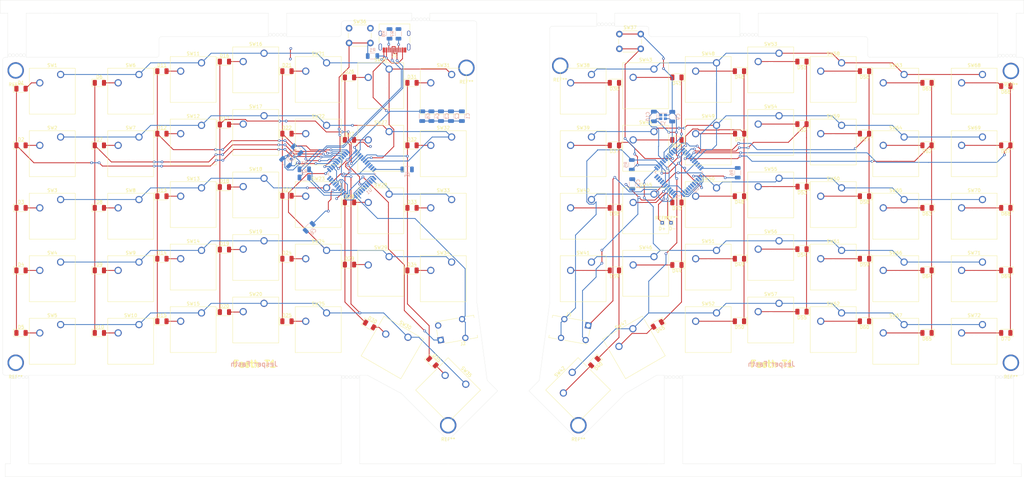
<source format=kicad_pcb>
(kicad_pcb (version 20171130) (host pcbnew "(5.1.10)-1")
  (layers (0 F.Cu signal) (31 B.Cu signal) (34 B.Paste user) (35 F.Paste user) (36 B.SilkS user) (37 F.SilkS user) (38 B.Mask user) (39 F.Mask user) (44 Edge.Cuts user))
  (net 0 "")
  (net 1 VCC)
  (net 2 "Net-(C1-Pad1)")
  (net 3 GND)
  (net 4 "Net-(C6-Pad1)")
  (net 5 "Net-(C7-Pad1)")
  (net 6 "Net-(C8-Pad2)")
  (net 7 "Net-(C9-Pad1)")
  (net 8 "Net-(C10-Pad1)")
  (net 9 "Net-(C11-Pad2)")
  (net 10 "Net-(D1-Pad2)")
  (net 11 /leftButtonSheet/column1)
  (net 12 "Net-(D2-Pad2)")
  (net 13 "Net-(D3-Pad2)")
  (net 14 "Net-(D4-Pad2)")
  (net 15 "Net-(D5-Pad2)")
  (net 16 "Net-(D6-Pad2)")
  (net 17 /leftButtonSheet/column2)
  (net 18 "Net-(D7-Pad2)")
  (net 19 "Net-(D8-Pad2)")
  (net 20 "Net-(D9-Pad2)")
  (net 21 "Net-(D10-Pad2)")
  (net 22 "Net-(D11-Pad2)")
  (net 23 /leftButtonSheet/column3)
  (net 24 "Net-(D12-Pad2)")
  (net 25 "Net-(D13-Pad2)")
  (net 26 "Net-(D14-Pad2)")
  (net 27 "Net-(D15-Pad2)")
  (net 28 "Net-(D16-Pad2)")
  (net 29 /leftButtonSheet/column4)
  (net 30 "Net-(D17-Pad2)")
  (net 31 "Net-(D18-Pad2)")
  (net 32 "Net-(D19-Pad2)")
  (net 33 "Net-(D20-Pad2)")
  (net 34 "Net-(D21-Pad2)")
  (net 35 /leftButtonSheet/column5)
  (net 36 "Net-(D22-Pad2)")
  (net 37 "Net-(D23-Pad2)")
  (net 38 "Net-(D24-Pad2)")
  (net 39 "Net-(D25-Pad2)")
  (net 40 "Net-(D26-Pad2)")
  (net 41 /leftButtonSheet/column6)
  (net 42 "Net-(D27-Pad2)")
  (net 43 "Net-(D28-Pad2)")
  (net 44 "Net-(D29-Pad2)")
  (net 45 "Net-(D30-Pad2)")
  (net 46 "Net-(D31-Pad2)")
  (net 47 /leftButtonSheet/column7)
  (net 48 "Net-(D32-Pad2)")
  (net 49 "Net-(D33-Pad2)")
  (net 50 "Net-(D34-Pad2)")
  (net 51 "Net-(D35-Pad2)")
  (net 52 "Net-(D36-Pad2)")
  (net 53 /rightButtonSheet/column1)
  (net 54 "Net-(D37-Pad2)")
  (net 55 "Net-(D38-Pad2)")
  (net 56 "Net-(D39-Pad2)")
  (net 57 "Net-(D40-Pad2)")
  (net 58 "Net-(D41-Pad2)")
  (net 59 /rightButtonSheet/column2)
  (net 60 "Net-(D42-Pad2)")
  (net 61 "Net-(D43-Pad2)")
  (net 62 "Net-(D44-Pad2)")
  (net 63 "Net-(D45-Pad2)")
  (net 64 "Net-(D46-Pad2)")
  (net 65 /rightButtonSheet/column3)
  (net 66 "Net-(D47-Pad2)")
  (net 67 "Net-(D48-Pad2)")
  (net 68 "Net-(D49-Pad2)")
  (net 69 "Net-(D50-Pad2)")
  (net 70 "Net-(D51-Pad2)")
  (net 71 /rightButtonSheet/column4)
  (net 72 "Net-(D52-Pad2)")
  (net 73 "Net-(D53-Pad2)")
  (net 74 "Net-(D54-Pad2)")
  (net 75 "Net-(D55-Pad2)")
  (net 76 "Net-(D56-Pad2)")
  (net 77 /rightButtonSheet/column5)
  (net 78 "Net-(D57-Pad2)")
  (net 79 "Net-(D58-Pad2)")
  (net 80 "Net-(D59-Pad2)")
  (net 81 "Net-(D60-Pad2)")
  (net 82 "Net-(D61-Pad2)")
  (net 83 /rightButtonSheet/column6)
  (net 84 "Net-(D62-Pad2)")
  (net 85 "Net-(D63-Pad2)")
  (net 86 "Net-(D64-Pad2)")
  (net 87 "Net-(D65-Pad2)")
  (net 88 "Net-(D66-Pad2)")
  (net 89 /rightButtonSheet/column7)
  (net 90 "Net-(D67-Pad2)")
  (net 91 "Net-(D68-Pad2)")
  (net 92 "Net-(D69-Pad2)")
  (net 93 "Net-(D70-Pad2)")
  (net 94 "Net-(J1-PadB8)")
  (net 95 "Net-(J1-PadB5)")
  (net 96 "Net-(J1-PadA8)")
  (net 97 "Net-(J1-PadA7)")
  (net 98 "Net-(J1-PadA6)")
  (net 99 "Net-(J1-PadA5)")
  (net 100 "Net-(J2-PadR)")
  (net 101 "Net-(J3-PadR)")
  (net 102 "Net-(J3-PadT)")
  (net 103 "Net-(R1-Pad2)")
  (net 104 "Net-(R2-Pad1)")
  (net 105 "Net-(R3-Pad1)")
  (net 106 "Net-(R4-Pad1)")
  (net 107 "Net-(R5-Pad2)")
  (net 108 "Net-(R6-Pad1)")
  (net 109 /leftButtonSheet/row1)
  (net 110 /leftButtonSheet/row2)
  (net 111 /leftButtonSheet/row3)
  (net 112 /leftButtonSheet/row4)
  (net 113 /leftButtonSheet/row5)
  (net 114 /rightButtonSheet/row1)
  (net 115 /rightButtonSheet/row2)
  (net 116 /rightButtonSheet/row3)
  (net 117 /rightButtonSheet/row4)
  (net 118 /rightButtonSheet/row5)
  (net 119 "Net-(U1-Pad42)")
  (net 120 "Net-(U1-Pad41)")
  (net 121 "Net-(U1-Pad40)")
  (net 122 "Net-(U1-Pad39)")
  (net 123 "Net-(U1-Pad38)")
  (net 124 "Net-(U1-Pad37)")
  (net 125 "Net-(U1-Pad36)")
  (net 126 "Net-(U1-Pad32)")
  (net 127 "Net-(U1-Pad31)")
  (net 128 "Net-(U1-Pad11)")
  (net 129 "Net-(U1-Pad10)")
  (net 130 "Net-(U1-Pad9)")
  (net 131 "Net-(U1-Pad8)")
  (net 132 "Net-(U2-Pad42)")
  (net 133 "Net-(U2-Pad41)")
  (net 134 "Net-(U2-Pad40)")
  (net 135 "Net-(U2-Pad39)")
  (net 136 "Net-(U2-Pad38)")
  (net 137 "Net-(U2-Pad37)")
  (net 138 "Net-(U2-Pad36)")
  (net 139 "Net-(U2-Pad32)")
  (net 140 "Net-(U2-Pad31)")
  (net 141 "Net-(U2-Pad11)")
  (net 142 "Net-(U2-Pad10)")
  (net 143 "Net-(U2-Pad9)")
  (net 144 "Net-(U2-Pad8)")
  (net 145 "Net-(U2-Pad4)")
  (net 146 "Net-(U2-Pad3)")
  (net 147 "Net-(C10-Pad2)")
  (module TestPoint:TestPoint_THTPad_1.0x1.0mm_Drill0.5mm (layer F.Cu) (at 186.944 105.156)
    (fp_text reference REF** (at 0 -1.448) (layer F.SilkS))
    (fp_text value TestPoint_THTPad_1.0x1.0mm_Drill0.5mm)
    (pad 1 thru_hole rect (at 0 0) (size 1 1) (drill 0.5) (layers *.Cu *.Mask))
  )
  (module TestPoint:TestPoint_THTPad_1.0x1.0mm_Drill0.5mm (layer F.Cu) (at 184.277 105.156)
    (fp_text reference REF** (at 0 -1.448) (layer F.SilkS))
    (fp_text value TestPoint_THTPad_1.0x1.0mm_Drill0.5mm)
    (pad 1 thru_hole rect (at 0 0) (size 1 1) (drill 0.5) (layers *.Cu *.Mask))
  )
  (module keyswitch:SW_Cherry_MX_1.00u_PCB (layer F.Cu) (at 181.76875 96.42475)
    (fp_text reference SW45 (at -2.54 -2.794) (layer F.SilkS))
    (fp_text value SW_Push)
    (pad "" np_thru_hole circle (at 2.54 5.08) (size 1.7 1.7) (drill 1.7) (layers *.Cu *.Mask))
    (pad "" np_thru_hole circle (at -7.62 5.08) (size 1.7 1.7) (drill 1.7) (layers *.Cu *.Mask))
    (pad "" np_thru_hole circle (at -2.54 5.08) (size 4 4) (drill 4) (layers *.Cu *.Mask))
    (pad 2 thru_hole circle (at -6.35 2.54) (size 2.2 2.2) (drill 1.5) (layers *.Cu *.Mask) (net 61 "Net-(D43-Pad2)"))
    (pad 1 thru_hole circle (at 0 0) (size 2.2 2.2) (drill 1.5) (layers *.Cu *.Mask) (net 116 /rightButtonSheet/row3))
  )
  (module panelization:chassi_mount_hole_4mm (layer F.Cu) (at 290.5125 62.70625)
    (fp_text reference REF** (at 0 0.5) (layer F.SilkS))
    (fp_text value chassi_mount_hole_4mm)
    (pad 1 thru_hole circle (at 0 -3.81) (size 5 5) (drill 4) (layers *.Cu *.Mask))
  )
  (module panelization:chassi_mount_hole_4mm (layer F.Cu) (at 290.5125 151.60625)
    (fp_text reference REF** (at 0 0.5) (layer F.SilkS))
    (fp_text value chassi_mount_hole_4mm)
    (pad 1 thru_hole circle (at 0 -3.81) (size 5 5) (drill 4) (layers *.Cu *.Mask))
  )
  (module panelization:chassi_mount_hole_4mm (layer F.Cu) (at 158.75 170.65625)
    (fp_text reference REF** (at 0 0.5) (layer F.SilkS))
    (fp_text value chassi_mount_hole_4mm)
    (pad 1 thru_hole circle (at 0 -3.81) (size 5 5) (drill 4) (layers *.Cu *.Mask))
  )
  (module panelization:chassi_mount_hole_4mm (layer F.Cu) (at 153.19375 61.11875)
    (fp_text reference REF** (at 0 0.5) (layer F.SilkS))
    (fp_text value chassi_mount_hole_4mm)
    (pad 1 thru_hole circle (at 0 -3.81) (size 5 5) (drill 4) (layers *.Cu *.Mask))
  )
  (module panelization:chassi_mount_hole_4mm (layer F.Cu) (at 124.61875 61.75375)
    (fp_text reference REF** (at 0 0.5) (layer F.SilkS))
    (fp_text value chassi_mount_hole_4mm)
    (pad 1 thru_hole circle (at 0 -3.81) (size 5 5) (drill 4) (layers *.Cu *.Mask))
  )
  (module panelization:chassi_mount_hole_4mm (layer F.Cu) (at 119.0625 170.65625)
    (fp_text reference REF** (at 0 0.5) (layer F.SilkS))
    (fp_text value chassi_mount_hole_4mm)
    (pad 1 thru_hole circle (at 0 -3.81) (size 5 5) (drill 4) (layers *.Cu *.Mask))
  )
  (module panelization:chassi_mount_hole_4mm (layer F.Cu) (at -12.7 62.5475)
    (fp_text reference REF** (at 0 0.5) (layer F.SilkS))
    (fp_text value chassi_mount_hole_4mm)
    (pad 1 thru_hole circle (at 0 -3.81) (size 5 5) (drill 4) (layers *.Cu *.Mask))
  )
  (module panelization:chassi_mount_hole_4mm (layer F.Cu) (at -12.7 151.60625)
    (fp_text reference REF** (at 0 0.5) (layer F.SilkS))
    (fp_text value chassi_mount_hole_4mm)
    (pad 1 thru_hole circle (at 0 -3.81) (size 5 5) (drill 4) (layers *.Cu *.Mask))
  )
  (module Crystal:Crystal_SMD_2016-4Pin_2.0x1.6mm (layer B.Cu) (at 184.531 72.898)
    (fp_text reference Y2 (at 0 2) (layer B.SilkS) (effects (justify mirror)))
    (fp_text value Crystal)
    (pad 4 smd rect (at -0.7 0.55) (size 0.9 0.8) (layers B.Cu B.Paste B.Mask) (net 147 "Net-(C10-Pad2)"))
    (pad 3 smd rect (at 0.7 0.55) (size 0.9 0.8) (layers B.Cu B.Paste B.Mask) (net 7 "Net-(C9-Pad1)"))
    (pad 2 smd rect (at 0.7 -0.55) (size 0.9 0.8) (layers B.Cu B.Paste B.Mask) (net 147 "Net-(C10-Pad2)"))
    (pad 1 smd rect (at -0.7 -0.55) (size 0.9 0.8) (layers B.Cu B.Paste B.Mask) (net 8 "Net-(C10-Pad1)"))
  )
  (module Crystal:Crystal_SMD_2016-4Pin_2.0x1.6mm (layer B.Cu) (at 71.226066 84.830883 135)
    (fp_text reference Y1 (at 0 2 135) (layer B.SilkS) (effects (justify mirror)))
    (fp_text value Crystal)
    (pad 4 smd rect (at -0.7 0.55 135) (size 0.9 0.8) (layers B.Cu B.Paste B.Mask) (net 3 GND))
    (pad 3 smd rect (at 0.7 0.55 135) (size 0.9 0.8) (layers B.Cu B.Paste B.Mask) (net 4 "Net-(C6-Pad1)"))
    (pad 2 smd rect (at 0.7 -0.55 135) (size 0.9 0.8) (layers B.Cu B.Paste B.Mask) (net 3 GND))
    (pad 1 smd rect (at -0.7 -0.55 135) (size 0.9 0.8) (layers B.Cu B.Paste B.Mask) (net 5 "Net-(C7-Pad1)"))
  )
  (module keyswitch:SW_Cherry_MX_1.00u_PCB (layer F.Cu) (at 181.7624 58.3184)
    (fp_text reference SW43 (at -2.54 -2.794) (layer F.SilkS))
    (fp_text value SW_Push)
    (pad "" np_thru_hole circle (at 2.54 5.08) (size 1.7 1.7) (drill 1.7) (layers *.Cu *.Mask))
    (pad "" np_thru_hole circle (at -7.62 5.08) (size 1.7 1.7) (drill 1.7) (layers *.Cu *.Mask))
    (pad "" np_thru_hole circle (at -2.54 5.08) (size 4 4) (drill 4) (layers *.Cu *.Mask))
    (pad 2 thru_hole circle (at -6.35 2.54) (size 2.2 2.2) (drill 1.5) (layers *.Cu *.Mask) (net 58 "Net-(D41-Pad2)"))
    (pad 1 thru_hole circle (at 0 0) (size 2.2 2.2) (drill 1.5) (layers *.Cu *.Mask) (net 114 /rightButtonSheet/row1))
  )
  (module keyswitch:SW_Cherry_MX_1.00u_PCB (layer F.Cu) (at 101.0666 58.3184)
    (fp_text reference SW26 (at -2.54 -2.794) (layer F.SilkS))
    (fp_text value SW_Push)
    (pad "" np_thru_hole circle (at 2.54 5.08) (size 1.7 1.7) (drill 1.7) (layers *.Cu *.Mask))
    (pad "" np_thru_hole circle (at -7.62 5.08) (size 1.7 1.7) (drill 1.7) (layers *.Cu *.Mask))
    (pad "" np_thru_hole circle (at -2.54 5.08) (size 4 4) (drill 4) (layers *.Cu *.Mask))
    (pad 2 thru_hole circle (at -6.35 2.54) (size 2.2 2.2) (drill 1.5) (layers *.Cu *.Mask) (net 40 "Net-(D26-Pad2)"))
    (pad 1 thru_hole circle (at 0 0) (size 2.2 2.2) (drill 1.5) (layers *.Cu *.Mask) (net 109 /leftButtonSheet/row1))
  )
  (module keyswitch:SW_Cherry_MX_1.00u_PCB (layer F.Cu) (at 62.96025 53.49875)
    (fp_text reference SW16 (at -2.54 -2.794) (layer F.SilkS))
    (fp_text value SW_Push)
    (pad "" np_thru_hole circle (at 2.54 5.08) (size 1.7 1.7) (drill 1.7) (layers *.Cu *.Mask))
    (pad "" np_thru_hole circle (at -7.62 5.08) (size 1.7 1.7) (drill 1.7) (layers *.Cu *.Mask))
    (pad "" np_thru_hole circle (at -2.54 5.08) (size 4 4) (drill 4) (layers *.Cu *.Mask))
    (pad 2 thru_hole circle (at -6.35 2.54) (size 2.2 2.2) (drill 1.5) (layers *.Cu *.Mask) (net 28 "Net-(D16-Pad2)"))
    (pad 1 thru_hole circle (at 0 0) (size 2.2 2.2) (drill 1.5) (layers *.Cu *.Mask) (net 109 /leftButtonSheet/row1))
  )
  (module keyswitch:SW_Cherry_MX_1.50u_PCB (layer F.Cu) (at 281.84475 136.17575)
    (fp_text reference SW72 (at -2.54 -2.794) (layer F.SilkS))
    (fp_text value SW_Push)
    (pad "" np_thru_hole circle (at 2.54 5.08) (size 1.7 1.7) (drill 1.7) (layers *.Cu *.Mask))
    (pad "" np_thru_hole circle (at -7.62 5.08) (size 1.7 1.7) (drill 1.7) (layers *.Cu *.Mask))
    (pad "" np_thru_hole circle (at -2.54 5.08) (size 4 4) (drill 4) (layers *.Cu *.Mask))
    (pad 2 thru_hole circle (at -6.35 2.54) (size 2.2 2.2) (drill 1.5) (layers *.Cu *.Mask) (net 93 "Net-(D70-Pad2)"))
    (pad 1 thru_hole circle (at 0 0) (size 2.2 2.2) (drill 1.5) (layers *.Cu *.Mask) (net 118 /rightButtonSheet/row5))
  )
  (module keyswitch:SW_Cherry_MX_1.50u_PCB (layer F.Cu) (at 281.84475 117.12575)
    (fp_text reference SW71 (at -2.54 -2.794) (layer F.SilkS))
    (fp_text value SW_Push)
    (pad "" np_thru_hole circle (at 2.54 5.08) (size 1.7 1.7) (drill 1.7) (layers *.Cu *.Mask))
    (pad "" np_thru_hole circle (at -7.62 5.08) (size 1.7 1.7) (drill 1.7) (layers *.Cu *.Mask))
    (pad "" np_thru_hole circle (at -2.54 5.08) (size 4 4) (drill 4) (layers *.Cu *.Mask))
    (pad 2 thru_hole circle (at -6.35 2.54) (size 2.2 2.2) (drill 1.5) (layers *.Cu *.Mask) (net 92 "Net-(D69-Pad2)"))
    (pad 1 thru_hole circle (at 0 0) (size 2.2 2.2) (drill 1.5) (layers *.Cu *.Mask) (net 117 /rightButtonSheet/row4))
  )
  (module keyswitch:SW_Cherry_MX_1.50u_PCB (layer F.Cu) (at 281.84475 98.07575)
    (fp_text reference SW70 (at -2.54 -2.794) (layer F.SilkS))
    (fp_text value SW_Push)
    (pad "" np_thru_hole circle (at 2.54 5.08) (size 1.7 1.7) (drill 1.7) (layers *.Cu *.Mask))
    (pad "" np_thru_hole circle (at -7.62 5.08) (size 1.7 1.7) (drill 1.7) (layers *.Cu *.Mask))
    (pad "" np_thru_hole circle (at -2.54 5.08) (size 4 4) (drill 4) (layers *.Cu *.Mask))
    (pad 2 thru_hole circle (at -6.35 2.54) (size 2.2 2.2) (drill 1.5) (layers *.Cu *.Mask) (net 91 "Net-(D68-Pad2)"))
    (pad 1 thru_hole circle (at 0 0) (size 2.2 2.2) (drill 1.5) (layers *.Cu *.Mask) (net 116 /rightButtonSheet/row3))
  )
  (module keyswitch:SW_Cherry_MX_1.50u_PCB (layer F.Cu) (at 281.84475 79.02575)
    (fp_text reference SW69 (at -2.54 -2.794) (layer F.SilkS))
    (fp_text value SW_Push)
    (pad "" np_thru_hole circle (at 2.54 5.08) (size 1.7 1.7) (drill 1.7) (layers *.Cu *.Mask))
    (pad "" np_thru_hole circle (at -7.62 5.08) (size 1.7 1.7) (drill 1.7) (layers *.Cu *.Mask))
    (pad "" np_thru_hole circle (at -2.54 5.08) (size 4 4) (drill 4) (layers *.Cu *.Mask))
    (pad 2 thru_hole circle (at -6.35 2.54) (size 2.2 2.2) (drill 1.5) (layers *.Cu *.Mask) (net 90 "Net-(D67-Pad2)"))
    (pad 1 thru_hole circle (at 0 0) (size 2.2 2.2) (drill 1.5) (layers *.Cu *.Mask) (net 115 /rightButtonSheet/row2))
  )
  (module keyswitch:SW_Cherry_MX_1.50u_PCB (layer F.Cu) (at 281.84475 59.97575)
    (fp_text reference SW68 (at -2.54 -2.794) (layer F.SilkS))
    (fp_text value SW_Push)
    (pad "" np_thru_hole circle (at 2.54 5.08) (size 1.7 1.7) (drill 1.7) (layers *.Cu *.Mask))
    (pad "" np_thru_hole circle (at -7.62 5.08) (size 1.7 1.7) (drill 1.7) (layers *.Cu *.Mask))
    (pad "" np_thru_hole circle (at -2.54 5.08) (size 4 4) (drill 4) (layers *.Cu *.Mask))
    (pad 2 thru_hole circle (at -6.35 2.54) (size 2.2 2.2) (drill 1.5) (layers *.Cu *.Mask) (net 88 "Net-(D66-Pad2)"))
    (pad 1 thru_hole circle (at 0 0) (size 2.2 2.2) (drill 1.5) (layers *.Cu *.Mask) (net 114 /rightButtonSheet/row1))
  )
  (module keyswitch:SW_Cherry_MX_1.00u_PCB (layer F.Cu) (at 257.96875 136.17575)
    (fp_text reference SW67 (at -2.54 -2.794) (layer F.SilkS))
    (fp_text value SW_Push)
    (pad "" np_thru_hole circle (at 2.54 5.08) (size 1.7 1.7) (drill 1.7) (layers *.Cu *.Mask))
    (pad "" np_thru_hole circle (at -7.62 5.08) (size 1.7 1.7) (drill 1.7) (layers *.Cu *.Mask))
    (pad "" np_thru_hole circle (at -2.54 5.08) (size 4 4) (drill 4) (layers *.Cu *.Mask))
    (pad 2 thru_hole circle (at -6.35 2.54) (size 2.2 2.2) (drill 1.5) (layers *.Cu *.Mask) (net 87 "Net-(D65-Pad2)"))
    (pad 1 thru_hole circle (at 0 0) (size 2.2 2.2) (drill 1.5) (layers *.Cu *.Mask) (net 118 /rightButtonSheet/row5))
  )
  (module keyswitch:SW_Cherry_MX_1.00u_PCB (layer F.Cu) (at 257.96875 117.12575)
    (fp_text reference SW66 (at -2.54 -2.794) (layer F.SilkS))
    (fp_text value SW_Push)
    (pad "" np_thru_hole circle (at 2.54 5.08) (size 1.7 1.7) (drill 1.7) (layers *.Cu *.Mask))
    (pad "" np_thru_hole circle (at -7.62 5.08) (size 1.7 1.7) (drill 1.7) (layers *.Cu *.Mask))
    (pad "" np_thru_hole circle (at -2.54 5.08) (size 4 4) (drill 4) (layers *.Cu *.Mask))
    (pad 2 thru_hole circle (at -6.35 2.54) (size 2.2 2.2) (drill 1.5) (layers *.Cu *.Mask) (net 86 "Net-(D64-Pad2)"))
    (pad 1 thru_hole circle (at 0 0) (size 2.2 2.2) (drill 1.5) (layers *.Cu *.Mask) (net 117 /rightButtonSheet/row4))
  )
  (module keyswitch:SW_Cherry_MX_1.00u_PCB (layer F.Cu) (at 257.96875 98.07575)
    (fp_text reference SW65 (at -2.54 -2.794) (layer F.SilkS))
    (fp_text value SW_Push)
    (pad "" np_thru_hole circle (at 2.54 5.08) (size 1.7 1.7) (drill 1.7) (layers *.Cu *.Mask))
    (pad "" np_thru_hole circle (at -7.62 5.08) (size 1.7 1.7) (drill 1.7) (layers *.Cu *.Mask))
    (pad "" np_thru_hole circle (at -2.54 5.08) (size 4 4) (drill 4) (layers *.Cu *.Mask))
    (pad 2 thru_hole circle (at -6.35 2.54) (size 2.2 2.2) (drill 1.5) (layers *.Cu *.Mask) (net 85 "Net-(D63-Pad2)"))
    (pad 1 thru_hole circle (at 0 0) (size 2.2 2.2) (drill 1.5) (layers *.Cu *.Mask) (net 116 /rightButtonSheet/row3))
  )
  (module keyswitch:SW_Cherry_MX_1.00u_PCB (layer F.Cu) (at 257.96875 79.02575)
    (fp_text reference SW64 (at -2.54 -2.794) (layer F.SilkS))
    (fp_text value SW_Push)
    (pad "" np_thru_hole circle (at 2.54 5.08) (size 1.7 1.7) (drill 1.7) (layers *.Cu *.Mask))
    (pad "" np_thru_hole circle (at -7.62 5.08) (size 1.7 1.7) (drill 1.7) (layers *.Cu *.Mask))
    (pad "" np_thru_hole circle (at -2.54 5.08) (size 4 4) (drill 4) (layers *.Cu *.Mask))
    (pad 2 thru_hole circle (at -6.35 2.54) (size 2.2 2.2) (drill 1.5) (layers *.Cu *.Mask) (net 84 "Net-(D62-Pad2)"))
    (pad 1 thru_hole circle (at 0 0) (size 2.2 2.2) (drill 1.5) (layers *.Cu *.Mask) (net 115 /rightButtonSheet/row2))
  )
  (module keyswitch:SW_Cherry_MX_1.00u_PCB (layer F.Cu) (at 257.96875 59.97575)
    (fp_text reference SW63 (at -2.54 -2.794) (layer F.SilkS))
    (fp_text value SW_Push)
    (pad "" np_thru_hole circle (at 2.54 5.08) (size 1.7 1.7) (drill 1.7) (layers *.Cu *.Mask))
    (pad "" np_thru_hole circle (at -7.62 5.08) (size 1.7 1.7) (drill 1.7) (layers *.Cu *.Mask))
    (pad "" np_thru_hole circle (at -2.54 5.08) (size 4 4) (drill 4) (layers *.Cu *.Mask))
    (pad 2 thru_hole circle (at -6.35 2.54) (size 2.2 2.2) (drill 1.5) (layers *.Cu *.Mask) (net 82 "Net-(D61-Pad2)"))
    (pad 1 thru_hole circle (at 0 0) (size 2.2 2.2) (drill 1.5) (layers *.Cu *.Mask) (net 114 /rightButtonSheet/row1))
  )
  (module keyswitch:SW_Cherry_MX_1.00u_PCB (layer F.Cu) (at 238.91875 132.61975)
    (fp_text reference SW62 (at -2.54 -2.794) (layer F.SilkS))
    (fp_text value SW_Push)
    (pad "" np_thru_hole circle (at 2.54 5.08) (size 1.7 1.7) (drill 1.7) (layers *.Cu *.Mask))
    (pad "" np_thru_hole circle (at -7.62 5.08) (size 1.7 1.7) (drill 1.7) (layers *.Cu *.Mask))
    (pad "" np_thru_hole circle (at -2.54 5.08) (size 4 4) (drill 4) (layers *.Cu *.Mask))
    (pad 2 thru_hole circle (at -6.35 2.54) (size 2.2 2.2) (drill 1.5) (layers *.Cu *.Mask) (net 81 "Net-(D60-Pad2)"))
    (pad 1 thru_hole circle (at 0 0) (size 2.2 2.2) (drill 1.5) (layers *.Cu *.Mask) (net 118 /rightButtonSheet/row5))
  )
  (module keyswitch:SW_Cherry_MX_1.00u_PCB (layer F.Cu) (at 238.91875 113.56975)
    (fp_text reference SW61 (at -2.54 -2.794) (layer F.SilkS))
    (fp_text value SW_Push)
    (pad "" np_thru_hole circle (at 2.54 5.08) (size 1.7 1.7) (drill 1.7) (layers *.Cu *.Mask))
    (pad "" np_thru_hole circle (at -7.62 5.08) (size 1.7 1.7) (drill 1.7) (layers *.Cu *.Mask))
    (pad "" np_thru_hole circle (at -2.54 5.08) (size 4 4) (drill 4) (layers *.Cu *.Mask))
    (pad 2 thru_hole circle (at -6.35 2.54) (size 2.2 2.2) (drill 1.5) (layers *.Cu *.Mask) (net 80 "Net-(D59-Pad2)"))
    (pad 1 thru_hole circle (at 0 0) (size 2.2 2.2) (drill 1.5) (layers *.Cu *.Mask) (net 117 /rightButtonSheet/row4))
  )
  (module keyswitch:SW_Cherry_MX_1.00u_PCB (layer F.Cu) (at 238.91875 94.51975)
    (fp_text reference SW60 (at -2.54 -2.794) (layer F.SilkS))
    (fp_text value SW_Push)
    (pad "" np_thru_hole circle (at 2.54 5.08) (size 1.7 1.7) (drill 1.7) (layers *.Cu *.Mask))
    (pad "" np_thru_hole circle (at -7.62 5.08) (size 1.7 1.7) (drill 1.7) (layers *.Cu *.Mask))
    (pad "" np_thru_hole circle (at -2.54 5.08) (size 4 4) (drill 4) (layers *.Cu *.Mask))
    (pad 2 thru_hole circle (at -6.35 2.54) (size 2.2 2.2) (drill 1.5) (layers *.Cu *.Mask) (net 79 "Net-(D58-Pad2)"))
    (pad 1 thru_hole circle (at 0 0) (size 2.2 2.2) (drill 1.5) (layers *.Cu *.Mask) (net 116 /rightButtonSheet/row3))
  )
  (module keyswitch:SW_Cherry_MX_1.00u_PCB (layer F.Cu) (at 238.91875 75.46975)
    (fp_text reference SW59 (at -2.54 -2.794) (layer F.SilkS))
    (fp_text value SW_Push)
    (pad "" np_thru_hole circle (at 2.54 5.08) (size 1.7 1.7) (drill 1.7) (layers *.Cu *.Mask))
    (pad "" np_thru_hole circle (at -7.62 5.08) (size 1.7 1.7) (drill 1.7) (layers *.Cu *.Mask))
    (pad "" np_thru_hole circle (at -2.54 5.08) (size 4 4) (drill 4) (layers *.Cu *.Mask))
    (pad 2 thru_hole circle (at -6.35 2.54) (size 2.2 2.2) (drill 1.5) (layers *.Cu *.Mask) (net 78 "Net-(D57-Pad2)"))
    (pad 1 thru_hole circle (at 0 0) (size 2.2 2.2) (drill 1.5) (layers *.Cu *.Mask) (net 115 /rightButtonSheet/row2))
  )
  (module keyswitch:SW_Cherry_MX_1.00u_PCB (layer F.Cu) (at 238.91875 56.41975)
    (fp_text reference SW58 (at -2.54 -2.794) (layer F.SilkS))
    (fp_text value SW_Push)
    (pad "" np_thru_hole circle (at 2.54 5.08) (size 1.7 1.7) (drill 1.7) (layers *.Cu *.Mask))
    (pad "" np_thru_hole circle (at -7.62 5.08) (size 1.7 1.7) (drill 1.7) (layers *.Cu *.Mask))
    (pad "" np_thru_hole circle (at -2.54 5.08) (size 4 4) (drill 4) (layers *.Cu *.Mask))
    (pad 2 thru_hole circle (at -6.35 2.54) (size 2.2 2.2) (drill 1.5) (layers *.Cu *.Mask) (net 76 "Net-(D56-Pad2)"))
    (pad 1 thru_hole circle (at 0 0) (size 2.2 2.2) (drill 1.5) (layers *.Cu *.Mask) (net 114 /rightButtonSheet/row1))
  )
  (module keyswitch:SW_Cherry_MX_1.00u_PCB (layer F.Cu) (at 219.86875 129.69875)
    (fp_text reference SW57 (at -2.54 -2.794) (layer F.SilkS))
    (fp_text value SW_Push)
    (pad "" np_thru_hole circle (at 2.54 5.08) (size 1.7 1.7) (drill 1.7) (layers *.Cu *.Mask))
    (pad "" np_thru_hole circle (at -7.62 5.08) (size 1.7 1.7) (drill 1.7) (layers *.Cu *.Mask))
    (pad "" np_thru_hole circle (at -2.54 5.08) (size 4 4) (drill 4) (layers *.Cu *.Mask))
    (pad 2 thru_hole circle (at -6.35 2.54) (size 2.2 2.2) (drill 1.5) (layers *.Cu *.Mask) (net 75 "Net-(D55-Pad2)"))
    (pad 1 thru_hole circle (at 0 0) (size 2.2 2.2) (drill 1.5) (layers *.Cu *.Mask) (net 118 /rightButtonSheet/row5))
  )
  (module keyswitch:SW_Cherry_MX_1.00u_PCB (layer F.Cu) (at 219.86875 110.64875)
    (fp_text reference SW56 (at -2.54 -2.794) (layer F.SilkS))
    (fp_text value SW_Push)
    (pad "" np_thru_hole circle (at 2.54 5.08) (size 1.7 1.7) (drill 1.7) (layers *.Cu *.Mask))
    (pad "" np_thru_hole circle (at -7.62 5.08) (size 1.7 1.7) (drill 1.7) (layers *.Cu *.Mask))
    (pad "" np_thru_hole circle (at -2.54 5.08) (size 4 4) (drill 4) (layers *.Cu *.Mask))
    (pad 2 thru_hole circle (at -6.35 2.54) (size 2.2 2.2) (drill 1.5) (layers *.Cu *.Mask) (net 74 "Net-(D54-Pad2)"))
    (pad 1 thru_hole circle (at 0 0) (size 2.2 2.2) (drill 1.5) (layers *.Cu *.Mask) (net 117 /rightButtonSheet/row4))
  )
  (module keyswitch:SW_Cherry_MX_1.00u_PCB (layer F.Cu) (at 219.86875 91.59875)
    (fp_text reference SW55 (at -2.54 -2.794) (layer F.SilkS))
    (fp_text value SW_Push)
    (pad "" np_thru_hole circle (at 2.54 5.08) (size 1.7 1.7) (drill 1.7) (layers *.Cu *.Mask))
    (pad "" np_thru_hole circle (at -7.62 5.08) (size 1.7 1.7) (drill 1.7) (layers *.Cu *.Mask))
    (pad "" np_thru_hole circle (at -2.54 5.08) (size 4 4) (drill 4) (layers *.Cu *.Mask))
    (pad 2 thru_hole circle (at -6.35 2.54) (size 2.2 2.2) (drill 1.5) (layers *.Cu *.Mask) (net 73 "Net-(D53-Pad2)"))
    (pad 1 thru_hole circle (at 0 0) (size 2.2 2.2) (drill 1.5) (layers *.Cu *.Mask) (net 116 /rightButtonSheet/row3))
  )
  (module keyswitch:SW_Cherry_MX_1.00u_PCB (layer F.Cu) (at 219.86875 72.54875)
    (fp_text reference SW54 (at -2.54 -2.794) (layer F.SilkS))
    (fp_text value SW_Push)
    (pad "" np_thru_hole circle (at 2.54 5.08) (size 1.7 1.7) (drill 1.7) (layers *.Cu *.Mask))
    (pad "" np_thru_hole circle (at -7.62 5.08) (size 1.7 1.7) (drill 1.7) (layers *.Cu *.Mask))
    (pad "" np_thru_hole circle (at -2.54 5.08) (size 4 4) (drill 4) (layers *.Cu *.Mask))
    (pad 2 thru_hole circle (at -6.35 2.54) (size 2.2 2.2) (drill 1.5) (layers *.Cu *.Mask) (net 72 "Net-(D52-Pad2)"))
    (pad 1 thru_hole circle (at 0 0) (size 2.2 2.2) (drill 1.5) (layers *.Cu *.Mask) (net 115 /rightButtonSheet/row2))
  )
  (module keyswitch:SW_Cherry_MX_1.00u_PCB (layer F.Cu) (at 219.86875 53.49875)
    (fp_text reference SW53 (at -2.54 -2.794) (layer F.SilkS))
    (fp_text value SW_Push)
    (pad "" np_thru_hole circle (at 2.54 5.08) (size 1.7 1.7) (drill 1.7) (layers *.Cu *.Mask))
    (pad "" np_thru_hole circle (at -7.62 5.08) (size 1.7 1.7) (drill 1.7) (layers *.Cu *.Mask))
    (pad "" np_thru_hole circle (at -2.54 5.08) (size 4 4) (drill 4) (layers *.Cu *.Mask))
    (pad 2 thru_hole circle (at -6.35 2.54) (size 2.2 2.2) (drill 1.5) (layers *.Cu *.Mask) (net 70 "Net-(D51-Pad2)"))
    (pad 1 thru_hole circle (at 0 0) (size 2.2 2.2) (drill 1.5) (layers *.Cu *.Mask) (net 114 /rightButtonSheet/row1))
  )
  (module keyswitch:SW_Cherry_MX_1.00u_PCB (layer F.Cu) (at 200.81875 132.61975)
    (fp_text reference SW52 (at -2.54 -2.794) (layer F.SilkS))
    (fp_text value SW_Push)
    (pad "" np_thru_hole circle (at 2.54 5.08) (size 1.7 1.7) (drill 1.7) (layers *.Cu *.Mask))
    (pad "" np_thru_hole circle (at -7.62 5.08) (size 1.7 1.7) (drill 1.7) (layers *.Cu *.Mask))
    (pad "" np_thru_hole circle (at -2.54 5.08) (size 4 4) (drill 4) (layers *.Cu *.Mask))
    (pad 2 thru_hole circle (at -6.35 2.54) (size 2.2 2.2) (drill 1.5) (layers *.Cu *.Mask) (net 69 "Net-(D50-Pad2)"))
    (pad 1 thru_hole circle (at 0 0) (size 2.2 2.2) (drill 1.5) (layers *.Cu *.Mask) (net 118 /rightButtonSheet/row5))
  )
  (module keyswitch:SW_Cherry_MX_1.00u_PCB (layer F.Cu) (at 200.81875 113.56975)
    (fp_text reference SW51 (at -2.54 -2.794) (layer F.SilkS))
    (fp_text value SW_Push)
    (pad "" np_thru_hole circle (at 2.54 5.08) (size 1.7 1.7) (drill 1.7) (layers *.Cu *.Mask))
    (pad "" np_thru_hole circle (at -7.62 5.08) (size 1.7 1.7) (drill 1.7) (layers *.Cu *.Mask))
    (pad "" np_thru_hole circle (at -2.54 5.08) (size 4 4) (drill 4) (layers *.Cu *.Mask))
    (pad 2 thru_hole circle (at -6.35 2.54) (size 2.2 2.2) (drill 1.5) (layers *.Cu *.Mask) (net 68 "Net-(D49-Pad2)"))
    (pad 1 thru_hole circle (at 0 0) (size 2.2 2.2) (drill 1.5) (layers *.Cu *.Mask) (net 117 /rightButtonSheet/row4))
  )
  (module keyswitch:SW_Cherry_MX_1.00u_PCB (layer F.Cu) (at 200.81875 94.51975)
    (fp_text reference SW50 (at -2.54 -2.794) (layer F.SilkS))
    (fp_text value SW_Push)
    (pad "" np_thru_hole circle (at 2.54 5.08) (size 1.7 1.7) (drill 1.7) (layers *.Cu *.Mask))
    (pad "" np_thru_hole circle (at -7.62 5.08) (size 1.7 1.7) (drill 1.7) (layers *.Cu *.Mask))
    (pad "" np_thru_hole circle (at -2.54 5.08) (size 4 4) (drill 4) (layers *.Cu *.Mask))
    (pad 2 thru_hole circle (at -6.35 2.54) (size 2.2 2.2) (drill 1.5) (layers *.Cu *.Mask) (net 67 "Net-(D48-Pad2)"))
    (pad 1 thru_hole circle (at 0 0) (size 2.2 2.2) (drill 1.5) (layers *.Cu *.Mask) (net 116 /rightButtonSheet/row3))
  )
  (module keyswitch:SW_Cherry_MX_1.00u_PCB (layer F.Cu) (at 200.81875 75.46975)
    (fp_text reference SW49 (at -2.54 -2.794) (layer F.SilkS))
    (fp_text value SW_Push)
    (pad "" np_thru_hole circle (at 2.54 5.08) (size 1.7 1.7) (drill 1.7) (layers *.Cu *.Mask))
    (pad "" np_thru_hole circle (at -7.62 5.08) (size 1.7 1.7) (drill 1.7) (layers *.Cu *.Mask))
    (pad "" np_thru_hole circle (at -2.54 5.08) (size 4 4) (drill 4) (layers *.Cu *.Mask))
    (pad 2 thru_hole circle (at -6.35 2.54) (size 2.2 2.2) (drill 1.5) (layers *.Cu *.Mask) (net 66 "Net-(D47-Pad2)"))
    (pad 1 thru_hole circle (at 0 0) (size 2.2 2.2) (drill 1.5) (layers *.Cu *.Mask) (net 115 /rightButtonSheet/row2))
  )
  (module keyswitch:SW_Cherry_MX_1.00u_PCB (layer F.Cu) (at 200.81875 56.41975)
    (fp_text reference SW48 (at -2.54 -2.794) (layer F.SilkS))
    (fp_text value SW_Push)
    (pad "" np_thru_hole circle (at 2.54 5.08) (size 1.7 1.7) (drill 1.7) (layers *.Cu *.Mask))
    (pad "" np_thru_hole circle (at -7.62 5.08) (size 1.7 1.7) (drill 1.7) (layers *.Cu *.Mask))
    (pad "" np_thru_hole circle (at -2.54 5.08) (size 4 4) (drill 4) (layers *.Cu *.Mask))
    (pad 2 thru_hole circle (at -6.35 2.54) (size 2.2 2.2) (drill 1.5) (layers *.Cu *.Mask) (net 64 "Net-(D46-Pad2)"))
    (pad 1 thru_hole circle (at 0 0) (size 2.2 2.2) (drill 1.5) (layers *.Cu *.Mask) (net 114 /rightButtonSheet/row1))
  )
  (module keyswitch:SW_Cherry_MX_1.00u_PCB (layer F.Cu) (at 175.332455 137.44575 30)
    (fp_text reference SW47 (at -2.54 -2.794 30) (layer F.SilkS))
    (fp_text value SW_Push)
    (pad "" np_thru_hole circle (at 2.54 5.08 30) (size 1.7 1.7) (drill 1.7) (layers *.Cu *.Mask))
    (pad "" np_thru_hole circle (at -7.62 5.08 30) (size 1.7 1.7) (drill 1.7) (layers *.Cu *.Mask))
    (pad "" np_thru_hole circle (at -2.54 5.08 30) (size 4 4) (drill 4) (layers *.Cu *.Mask))
    (pad 2 thru_hole circle (at -6.35 2.54 30) (size 2.2 2.2) (drill 1.5) (layers *.Cu *.Mask) (net 63 "Net-(D45-Pad2)"))
    (pad 1 thru_hole circle (at 0 0 30) (size 2.2 2.2) (drill 1.5) (layers *.Cu *.Mask) (net 118 /rightButtonSheet/row5))
  )
  (module keyswitch:SW_Cherry_MX_1.00u_PCB (layer F.Cu) (at 181.76875 115.47475)
    (fp_text reference SW46 (at -2.54 -2.794) (layer F.SilkS))
    (fp_text value SW_Push)
    (pad "" np_thru_hole circle (at 2.54 5.08) (size 1.7 1.7) (drill 1.7) (layers *.Cu *.Mask))
    (pad "" np_thru_hole circle (at -7.62 5.08) (size 1.7 1.7) (drill 1.7) (layers *.Cu *.Mask))
    (pad "" np_thru_hole circle (at -2.54 5.08) (size 4 4) (drill 4) (layers *.Cu *.Mask))
    (pad 2 thru_hole circle (at -6.35 2.54) (size 2.2 2.2) (drill 1.5) (layers *.Cu *.Mask) (net 62 "Net-(D44-Pad2)"))
    (pad 1 thru_hole circle (at 0 0) (size 2.2 2.2) (drill 1.5) (layers *.Cu *.Mask) (net 117 /rightButtonSheet/row4))
  )
  (module keyswitch:SW_Cherry_MX_1.00u_PCB (layer F.Cu) (at 181.76875 77.37475)
    (fp_text reference SW44 (at -2.54 -2.794) (layer F.SilkS))
    (fp_text value SW_Push)
    (pad "" np_thru_hole circle (at 2.54 5.08) (size 1.7 1.7) (drill 1.7) (layers *.Cu *.Mask))
    (pad "" np_thru_hole circle (at -7.62 5.08) (size 1.7 1.7) (drill 1.7) (layers *.Cu *.Mask))
    (pad "" np_thru_hole circle (at -2.54 5.08) (size 4 4) (drill 4) (layers *.Cu *.Mask))
    (pad 2 thru_hole circle (at -6.35 2.54) (size 2.2 2.2) (drill 1.5) (layers *.Cu *.Mask) (net 60 "Net-(D42-Pad2)"))
    (pad 1 thru_hole circle (at 0 0) (size 2.2 2.2) (drill 1.5) (layers *.Cu *.Mask) (net 115 /rightButtonSheet/row2))
  )
  (module keyswitch:SW_Cherry_MX_1.00u_PCB (layer F.Cu) (at 156.858699 150.726596 45)
    (fp_text reference SW42 (at -2.54 -2.794 45) (layer F.SilkS))
    (fp_text value SW_Push)
    (pad "" np_thru_hole circle (at 2.54 5.08 45) (size 1.7 1.7) (drill 1.7) (layers *.Cu *.Mask))
    (pad "" np_thru_hole circle (at -7.62 5.08 45) (size 1.7 1.7) (drill 1.7) (layers *.Cu *.Mask))
    (pad "" np_thru_hole circle (at -2.54 5.08 45) (size 4 4) (drill 4) (layers *.Cu *.Mask))
    (pad 2 thru_hole circle (at -6.35 2.54 45) (size 2.2 2.2) (drill 1.5) (layers *.Cu *.Mask) (net 57 "Net-(D40-Pad2)"))
    (pad 1 thru_hole circle (at 0 0 45) (size 2.2 2.2) (drill 1.5) (layers *.Cu *.Mask) (net 118 /rightButtonSheet/row5))
  )
  (module keyswitch:SW_Cherry_MX_1.00u_PCB (layer F.Cu) (at 162.71875 117.12575)
    (fp_text reference SW41 (at -2.54 -2.794) (layer F.SilkS))
    (fp_text value SW_Push)
    (pad "" np_thru_hole circle (at 2.54 5.08) (size 1.7 1.7) (drill 1.7) (layers *.Cu *.Mask))
    (pad "" np_thru_hole circle (at -7.62 5.08) (size 1.7 1.7) (drill 1.7) (layers *.Cu *.Mask))
    (pad "" np_thru_hole circle (at -2.54 5.08) (size 4 4) (drill 4) (layers *.Cu *.Mask))
    (pad 2 thru_hole circle (at -6.35 2.54) (size 2.2 2.2) (drill 1.5) (layers *.Cu *.Mask) (net 56 "Net-(D39-Pad2)"))
    (pad 1 thru_hole circle (at 0 0) (size 2.2 2.2) (drill 1.5) (layers *.Cu *.Mask) (net 117 /rightButtonSheet/row4))
  )
  (module keyswitch:SW_Cherry_MX_1.00u_PCB (layer F.Cu) (at 162.71875 98.07575)
    (fp_text reference SW40 (at -2.54 -2.794) (layer F.SilkS))
    (fp_text value SW_Push)
    (pad "" np_thru_hole circle (at 2.54 5.08) (size 1.7 1.7) (drill 1.7) (layers *.Cu *.Mask))
    (pad "" np_thru_hole circle (at -7.62 5.08) (size 1.7 1.7) (drill 1.7) (layers *.Cu *.Mask))
    (pad "" np_thru_hole circle (at -2.54 5.08) (size 4 4) (drill 4) (layers *.Cu *.Mask))
    (pad 2 thru_hole circle (at -6.35 2.54) (size 2.2 2.2) (drill 1.5) (layers *.Cu *.Mask) (net 55 "Net-(D38-Pad2)"))
    (pad 1 thru_hole circle (at 0 0) (size 2.2 2.2) (drill 1.5) (layers *.Cu *.Mask) (net 116 /rightButtonSheet/row3))
  )
  (module keyswitch:SW_Cherry_MX_1.00u_PCB (layer F.Cu) (at 162.71875 79.02575)
    (fp_text reference SW39 (at -2.54 -2.794) (layer F.SilkS))
    (fp_text value SW_Push)
    (pad "" np_thru_hole circle (at 2.54 5.08) (size 1.7 1.7) (drill 1.7) (layers *.Cu *.Mask))
    (pad "" np_thru_hole circle (at -7.62 5.08) (size 1.7 1.7) (drill 1.7) (layers *.Cu *.Mask))
    (pad "" np_thru_hole circle (at -2.54 5.08) (size 4 4) (drill 4) (layers *.Cu *.Mask))
    (pad 2 thru_hole circle (at -6.35 2.54) (size 2.2 2.2) (drill 1.5) (layers *.Cu *.Mask) (net 54 "Net-(D37-Pad2)"))
    (pad 1 thru_hole circle (at 0 0) (size 2.2 2.2) (drill 1.5) (layers *.Cu *.Mask) (net 115 /rightButtonSheet/row2))
  )
  (module keyswitch:SW_Cherry_MX_1.00u_PCB (layer F.Cu) (at 162.71875 59.97575)
    (fp_text reference SW38 (at -2.54 -2.794) (layer F.SilkS))
    (fp_text value SW_Push)
    (pad "" np_thru_hole circle (at 2.54 5.08) (size 1.7 1.7) (drill 1.7) (layers *.Cu *.Mask))
    (pad "" np_thru_hole circle (at -7.62 5.08) (size 1.7 1.7) (drill 1.7) (layers *.Cu *.Mask))
    (pad "" np_thru_hole circle (at -2.54 5.08) (size 4 4) (drill 4) (layers *.Cu *.Mask))
    (pad 2 thru_hole circle (at -6.35 2.54) (size 2.2 2.2) (drill 1.5) (layers *.Cu *.Mask) (net 52 "Net-(D36-Pad2)"))
    (pad 1 thru_hole circle (at 0 0) (size 2.2 2.2) (drill 1.5) (layers *.Cu *.Mask) (net 114 /rightButtonSheet/row1))
  )
  (module Diode_SMD:D_1206_3216Metric (layer F.Cu) (at 288.95675 100.61575 180)
    (fp_text reference D68 (at 0 -1.82) (layer F.SilkS))
    (fp_text value D)
    (pad 2 smd roundrect (at 1.4 0 180) (size 1.25 1.75) (layers F.Cu F.Paste F.Mask) (roundrect_rratio 0.2) (net 91 "Net-(D68-Pad2)"))
    (pad 1 smd roundrect (at -1.4 0 180) (size 1.25 1.75) (layers F.Cu F.Paste F.Mask) (roundrect_rratio 0.2) (net 89 /rightButtonSheet/column7))
  )
  (module Diode_SMD:D_1206_3216Metric (layer F.Cu) (at 245.90075 135.15975 180)
    (fp_text reference D60 (at 0 -1.82) (layer F.SilkS))
    (fp_text value D)
    (pad 2 smd roundrect (at 1.4 0 180) (size 1.25 1.75) (layers F.Cu F.Paste F.Mask) (roundrect_rratio 0.2) (net 81 "Net-(D60-Pad2)"))
    (pad 1 smd roundrect (at -1.4 0 180) (size 1.25 1.75) (layers F.Cu F.Paste F.Mask) (roundrect_rratio 0.2) (net 77 /rightButtonSheet/column5))
  )
  (module Diode_SMD:D_1206_3216Metric (layer F.Cu) (at 182.842314 136.11375 210)
    (fp_text reference D45 (at 0 -1.82 30) (layer F.SilkS))
    (fp_text value D)
    (pad 2 smd roundrect (at 1.4 0 210) (size 1.25 1.75) (layers F.Cu F.Paste F.Mask) (roundrect_rratio 0.2) (net 63 "Net-(D45-Pad2)"))
    (pad 1 smd roundrect (at -1.4 0 210) (size 1.25 1.75) (layers F.Cu F.Paste F.Mask) (roundrect_rratio 0.2) (net 59 /rightButtonSheet/column2))
  )
  (module Connector_USB:USB_C_Receptacle_HRO_TYPE-C-31-M-12 (layer F.Cu) (at 102.71125 48.48225 180)
    (fp_text reference J1 (at 0 -5.645) (layer F.SilkS))
    (fp_text value USB_C_Receptacle)
    (pad B1 smd rect (at 3.25 -4.045 180) (size 0.6 1.45) (layers F.Cu F.Paste F.Mask) (net 3 GND))
    (pad A9 smd rect (at 2.45 -4.045 180) (size 0.6 1.45) (layers F.Cu F.Paste F.Mask) (net 1 VCC))
    (pad B9 smd rect (at -2.45 -4.045 180) (size 0.6 1.45) (layers F.Cu F.Paste F.Mask) (net 1 VCC))
    (pad B12 smd rect (at -3.25 -4.045 180) (size 0.6 1.45) (layers F.Cu F.Paste F.Mask) (net 3 GND))
    (pad A1 smd rect (at -3.25 -4.045 180) (size 0.6 1.45) (layers F.Cu F.Paste F.Mask) (net 3 GND))
    (pad A4 smd rect (at -2.45 -4.045 180) (size 0.6 1.45) (layers F.Cu F.Paste F.Mask) (net 1 VCC))
    (pad B4 smd rect (at 2.45 -4.045 180) (size 0.6 1.45) (layers F.Cu F.Paste F.Mask) (net 1 VCC))
    (pad A12 smd rect (at 3.25 -4.045 180) (size 0.6 1.45) (layers F.Cu F.Paste F.Mask) (net 3 GND))
    (pad B8 smd rect (at -1.75 -4.045 180) (size 0.3 1.45) (layers F.Cu F.Paste F.Mask) (net 94 "Net-(J1-PadB8)"))
    (pad A5 smd rect (at -1.25 -4.045 180) (size 0.3 1.45) (layers F.Cu F.Paste F.Mask) (net 99 "Net-(J1-PadA5)"))
    (pad B7 smd rect (at -0.75 -4.045 180) (size 0.3 1.45) (layers F.Cu F.Paste F.Mask) (net 97 "Net-(J1-PadA7)"))
    (pad A7 smd rect (at 0.25 -4.045 180) (size 0.3 1.45) (layers F.Cu F.Paste F.Mask) (net 97 "Net-(J1-PadA7)"))
    (pad B6 smd rect (at 0.75 -4.045 180) (size 0.3 1.45) (layers F.Cu F.Paste F.Mask) (net 98 "Net-(J1-PadA6)"))
    (pad A8 smd rect (at 1.25 -4.045 180) (size 0.3 1.45) (layers F.Cu F.Paste F.Mask) (net 96 "Net-(J1-PadA8)"))
    (pad B5 smd rect (at 1.75 -4.045 180) (size 0.3 1.45) (layers F.Cu F.Paste F.Mask) (net 95 "Net-(J1-PadB5)"))
    (pad A6 smd rect (at -0.25 -4.045 180) (size 0.3 1.45) (layers F.Cu F.Paste F.Mask) (net 98 "Net-(J1-PadA6)"))
    (pad S1 thru_hole oval (at 4.32 -3.13 180) (size 1 2.1) (drill oval 0.6 1.7) (layers *.Cu *.Mask) (net 3 GND))
    (pad S1 thru_hole oval (at -4.32 -3.13 180) (size 1 2.1) (drill oval 0.6 1.7) (layers *.Cu *.Mask) (net 3 GND))
    (pad "" np_thru_hole circle (at -2.89 -2.6 180) (size 0.65 0.65) (drill 0.65) (layers *.Cu *.Mask))
    (pad S1 thru_hole oval (at -4.32 1.05 180) (size 1 1.6) (drill oval 0.6 1.2) (layers *.Cu *.Mask) (net 3 GND))
    (pad "" np_thru_hole circle (at 2.89 -2.6 180) (size 0.65 0.65) (drill 0.65) (layers *.Cu *.Mask))
    (pad S1 thru_hole oval (at 4.32 1.05 180) (size 1 1.6) (drill oval 0.6 1.2) (layers *.Cu *.Mask) (net 3 GND))
  )
  (module Package_QFP:TQFP-44_10x10mm_P0.8mm (layer B.Cu) (at 189.357 89.789 45)
    (fp_text reference U2 (at 0 7.45 45) (layer B.SilkS) (effects (justify mirror)))
    (fp_text value ATmega32U4-AU)
    (pad 44 smd rect (at -4 5.7 315) (size 1.5 0.55) (layers B.Cu B.Paste B.Mask) (net 102 "Net-(J3-PadT)"))
    (pad 43 smd rect (at -3.2 5.7 315) (size 1.5 0.55) (layers B.Cu B.Paste B.Mask) (net 147 "Net-(C10-Pad2)"))
    (pad 42 smd rect (at -2.4 5.7 315) (size 1.5 0.55) (layers B.Cu B.Paste B.Mask) (net 132 "Net-(U2-Pad42)"))
    (pad 41 smd rect (at -1.6 5.7 315) (size 1.5 0.55) (layers B.Cu B.Paste B.Mask) (net 133 "Net-(U2-Pad41)"))
    (pad 40 smd rect (at -0.8 5.7 315) (size 1.5 0.55) (layers B.Cu B.Paste B.Mask) (net 134 "Net-(U2-Pad40)"))
    (pad 39 smd rect (at 0 5.7 315) (size 1.5 0.55) (layers B.Cu B.Paste B.Mask) (net 135 "Net-(U2-Pad39)"))
    (pad 38 smd rect (at 0.8 5.7 315) (size 1.5 0.55) (layers B.Cu B.Paste B.Mask) (net 136 "Net-(U2-Pad38)"))
    (pad 37 smd rect (at 1.6 5.7 315) (size 1.5 0.55) (layers B.Cu B.Paste B.Mask) (net 137 "Net-(U2-Pad37)"))
    (pad 36 smd rect (at 2.4 5.7 315) (size 1.5 0.55) (layers B.Cu B.Paste B.Mask) (net 138 "Net-(U2-Pad36)"))
    (pad 35 smd rect (at 3.2 5.7 315) (size 1.5 0.55) (layers B.Cu B.Paste B.Mask) (net 147 "Net-(C10-Pad2)"))
    (pad 34 smd rect (at 4 5.7 315) (size 1.5 0.55) (layers B.Cu B.Paste B.Mask) (net 102 "Net-(J3-PadT)"))
    (pad 33 smd rect (at 5.7 4 45) (size 1.5 0.55) (layers B.Cu B.Paste B.Mask) (net 108 "Net-(R6-Pad1)"))
    (pad 32 smd rect (at 5.7 3.2 45) (size 1.5 0.55) (layers B.Cu B.Paste B.Mask) (net 139 "Net-(U2-Pad32)"))
    (pad 31 smd rect (at 5.7 2.4 45) (size 1.5 0.55) (layers B.Cu B.Paste B.Mask) (net 140 "Net-(U2-Pad31)"))
    (pad 30 smd rect (at 5.7 1.6 45) (size 1.5 0.55) (layers B.Cu B.Paste B.Mask) (net 116 /rightButtonSheet/row3))
    (pad 29 smd rect (at 5.7 0.8 45) (size 1.5 0.55) (layers B.Cu B.Paste B.Mask) (net 115 /rightButtonSheet/row2))
    (pad 28 smd rect (at 5.7 0 45) (size 1.5 0.55) (layers B.Cu B.Paste B.Mask) (net 114 /rightButtonSheet/row1))
    (pad 27 smd rect (at 5.7 -0.8 45) (size 1.5 0.55) (layers B.Cu B.Paste B.Mask) (net 89 /rightButtonSheet/column7))
    (pad 26 smd rect (at 5.7 -1.6 45) (size 1.5 0.55) (layers B.Cu B.Paste B.Mask) (net 83 /rightButtonSheet/column6))
    (pad 25 smd rect (at 5.7 -2.4 45) (size 1.5 0.55) (layers B.Cu B.Paste B.Mask) (net 71 /rightButtonSheet/column4))
    (pad 24 smd rect (at 5.7 -3.2 45) (size 1.5 0.55) (layers B.Cu B.Paste B.Mask) (net 102 "Net-(J3-PadT)"))
    (pad 23 smd rect (at 5.7 -4 45) (size 1.5 0.55) (layers B.Cu B.Paste B.Mask) (net 147 "Net-(C10-Pad2)"))
    (pad 22 smd rect (at 4 -5.7 315) (size 1.5 0.55) (layers B.Cu B.Paste B.Mask) (net 77 /rightButtonSheet/column5))
    (pad 21 smd rect (at 3.2 -5.7 315) (size 1.5 0.55) (layers B.Cu B.Paste B.Mask) (net 65 /rightButtonSheet/column3))
    (pad 20 smd rect (at 2.4 -5.7 315) (size 1.5 0.55) (layers B.Cu B.Paste B.Mask) (net 59 /rightButtonSheet/column2))
    (pad 19 smd rect (at 1.6 -5.7 315) (size 1.5 0.55) (layers B.Cu B.Paste B.Mask) (net 53 /rightButtonSheet/column1))
    (pad 18 smd rect (at 0.8 -5.7 315) (size 1.5 0.55) (layers B.Cu B.Paste B.Mask) (net 118 /rightButtonSheet/row5))
    (pad 17 smd rect (at 0 -5.7 315) (size 1.5 0.55) (layers B.Cu B.Paste B.Mask) (net 7 "Net-(C9-Pad1)"))
    (pad 16 smd rect (at -0.8 -5.7 315) (size 1.5 0.55) (layers B.Cu B.Paste B.Mask) (net 8 "Net-(C10-Pad1)"))
    (pad 15 smd rect (at -1.6 -5.7 315) (size 1.5 0.55) (layers B.Cu B.Paste B.Mask) (net 147 "Net-(C10-Pad2)"))
    (pad 14 smd rect (at -2.4 -5.7 315) (size 1.5 0.55) (layers B.Cu B.Paste B.Mask) (net 102 "Net-(J3-PadT)"))
    (pad 13 smd rect (at -3.2 -5.7 315) (size 1.5 0.55) (layers B.Cu B.Paste B.Mask) (net 107 "Net-(R5-Pad2)"))
    (pad 12 smd rect (at -4 -5.7 315) (size 1.5 0.55) (layers B.Cu B.Paste B.Mask) (net 117 /rightButtonSheet/row4))
    (pad 11 smd rect (at -5.7 -4 45) (size 1.5 0.55) (layers B.Cu B.Paste B.Mask) (net 141 "Net-(U2-Pad11)"))
    (pad 10 smd rect (at -5.7 -3.2 45) (size 1.5 0.55) (layers B.Cu B.Paste B.Mask) (net 142 "Net-(U2-Pad10)"))
    (pad 9 smd rect (at -5.7 -2.4 45) (size 1.5 0.55) (layers B.Cu B.Paste B.Mask) (net 143 "Net-(U2-Pad9)"))
    (pad 8 smd rect (at -5.7 -1.6 45) (size 1.5 0.55) (layers B.Cu B.Paste B.Mask) (net 144 "Net-(U2-Pad8)"))
    (pad 7 smd rect (at -5.7 -0.8 45) (size 1.5 0.55) (layers B.Cu B.Paste B.Mask) (net 102 "Net-(J3-PadT)"))
    (pad 6 smd rect (at -5.7 0 45) (size 1.5 0.55) (layers B.Cu B.Paste B.Mask) (net 9 "Net-(C11-Pad2)"))
    (pad 5 smd rect (at -5.7 0.8 45) (size 1.5 0.55) (layers B.Cu B.Paste B.Mask) (net 147 "Net-(C10-Pad2)"))
    (pad 4 smd rect (at -5.7 1.6 45) (size 1.5 0.55) (layers B.Cu B.Paste B.Mask) (net 145 "Net-(U2-Pad4)"))
    (pad 3 smd rect (at -5.7 2.4 45) (size 1.5 0.55) (layers B.Cu B.Paste B.Mask) (net 146 "Net-(U2-Pad3)"))
    (pad 2 smd rect (at -5.7 3.2 45) (size 1.5 0.55) (layers B.Cu B.Paste B.Mask) (net 102 "Net-(J3-PadT)"))
    (pad 1 smd rect (at -5.7 4 45) (size 1.5 0.55) (layers B.Cu B.Paste B.Mask) (net 101 "Net-(J3-PadR)"))
  )
  (module Package_QFP:TQFP-44_10x10mm_P0.8mm (layer B.Cu) (at 89.662 90.297 45)
    (fp_text reference U1 (at 0 7.45 45) (layer B.SilkS) (effects (justify mirror)))
    (fp_text value ATmega32U4-AU)
    (pad 44 smd rect (at -4 5.7 315) (size 1.5 0.55) (layers B.Cu B.Paste B.Mask) (net 1 VCC))
    (pad 43 smd rect (at -3.2 5.7 315) (size 1.5 0.55) (layers B.Cu B.Paste B.Mask) (net 3 GND))
    (pad 42 smd rect (at -2.4 5.7 315) (size 1.5 0.55) (layers B.Cu B.Paste B.Mask) (net 119 "Net-(U1-Pad42)"))
    (pad 41 smd rect (at -1.6 5.7 315) (size 1.5 0.55) (layers B.Cu B.Paste B.Mask) (net 120 "Net-(U1-Pad41)"))
    (pad 40 smd rect (at -0.8 5.7 315) (size 1.5 0.55) (layers B.Cu B.Paste B.Mask) (net 121 "Net-(U1-Pad40)"))
    (pad 39 smd rect (at 0 5.7 315) (size 1.5 0.55) (layers B.Cu B.Paste B.Mask) (net 122 "Net-(U1-Pad39)"))
    (pad 38 smd rect (at 0.8 5.7 315) (size 1.5 0.55) (layers B.Cu B.Paste B.Mask) (net 123 "Net-(U1-Pad38)"))
    (pad 37 smd rect (at 1.6 5.7 315) (size 1.5 0.55) (layers B.Cu B.Paste B.Mask) (net 124 "Net-(U1-Pad37)"))
    (pad 36 smd rect (at 2.4 5.7 315) (size 1.5 0.55) (layers B.Cu B.Paste B.Mask) (net 125 "Net-(U1-Pad36)"))
    (pad 35 smd rect (at 3.2 5.7 315) (size 1.5 0.55) (layers B.Cu B.Paste B.Mask) (net 3 GND))
    (pad 34 smd rect (at 4 5.7 315) (size 1.5 0.55) (layers B.Cu B.Paste B.Mask) (net 1 VCC))
    (pad 33 smd rect (at 5.7 4 45) (size 1.5 0.55) (layers B.Cu B.Paste B.Mask) (net 106 "Net-(R4-Pad1)"))
    (pad 32 smd rect (at 5.7 3.2 45) (size 1.5 0.55) (layers B.Cu B.Paste B.Mask) (net 126 "Net-(U1-Pad32)"))
    (pad 31 smd rect (at 5.7 2.4 45) (size 1.5 0.55) (layers B.Cu B.Paste B.Mask) (net 127 "Net-(U1-Pad31)"))
    (pad 30 smd rect (at 5.7 1.6 45) (size 1.5 0.55) (layers B.Cu B.Paste B.Mask) (net 111 /leftButtonSheet/row3))
    (pad 29 smd rect (at 5.7 0.8 45) (size 1.5 0.55) (layers B.Cu B.Paste B.Mask) (net 110 /leftButtonSheet/row2))
    (pad 28 smd rect (at 5.7 0 45) (size 1.5 0.55) (layers B.Cu B.Paste B.Mask) (net 109 /leftButtonSheet/row1))
    (pad 27 smd rect (at 5.7 -0.8 45) (size 1.5 0.55) (layers B.Cu B.Paste B.Mask) (net 47 /leftButtonSheet/column7))
    (pad 26 smd rect (at 5.7 -1.6 45) (size 1.5 0.55) (layers B.Cu B.Paste B.Mask) (net 41 /leftButtonSheet/column6))
    (pad 25 smd rect (at 5.7 -2.4 45) (size 1.5 0.55) (layers B.Cu B.Paste B.Mask) (net 29 /leftButtonSheet/column4))
    (pad 24 smd rect (at 5.7 -3.2 45) (size 1.5 0.55) (layers B.Cu B.Paste B.Mask) (net 1 VCC))
    (pad 23 smd rect (at 5.7 -4 45) (size 1.5 0.55) (layers B.Cu B.Paste B.Mask) (net 3 GND))
    (pad 22 smd rect (at 4 -5.7 315) (size 1.5 0.55) (layers B.Cu B.Paste B.Mask) (net 35 /leftButtonSheet/column5))
    (pad 21 smd rect (at 3.2 -5.7 315) (size 1.5 0.55) (layers B.Cu B.Paste B.Mask) (net 23 /leftButtonSheet/column3))
    (pad 20 smd rect (at 2.4 -5.7 315) (size 1.5 0.55) (layers B.Cu B.Paste B.Mask) (net 17 /leftButtonSheet/column2))
    (pad 19 smd rect (at 1.6 -5.7 315) (size 1.5 0.55) (layers B.Cu B.Paste B.Mask) (net 11 /leftButtonSheet/column1))
    (pad 18 smd rect (at 0.8 -5.7 315) (size 1.5 0.55) (layers B.Cu B.Paste B.Mask) (net 113 /leftButtonSheet/row5))
    (pad 17 smd rect (at 0 -5.7 315) (size 1.5 0.55) (layers B.Cu B.Paste B.Mask) (net 4 "Net-(C6-Pad1)"))
    (pad 16 smd rect (at -0.8 -5.7 315) (size 1.5 0.55) (layers B.Cu B.Paste B.Mask) (net 5 "Net-(C7-Pad1)"))
    (pad 15 smd rect (at -1.6 -5.7 315) (size 1.5 0.55) (layers B.Cu B.Paste B.Mask) (net 3 GND))
    (pad 14 smd rect (at -2.4 -5.7 315) (size 1.5 0.55) (layers B.Cu B.Paste B.Mask) (net 1 VCC))
    (pad 13 smd rect (at -3.2 -5.7 315) (size 1.5 0.55) (layers B.Cu B.Paste B.Mask) (net 103 "Net-(R1-Pad2)"))
    (pad 12 smd rect (at -4 -5.7 315) (size 1.5 0.55) (layers B.Cu B.Paste B.Mask) (net 112 /leftButtonSheet/row4))
    (pad 11 smd rect (at -5.7 -4 45) (size 1.5 0.55) (layers B.Cu B.Paste B.Mask) (net 128 "Net-(U1-Pad11)"))
    (pad 10 smd rect (at -5.7 -3.2 45) (size 1.5 0.55) (layers B.Cu B.Paste B.Mask) (net 129 "Net-(U1-Pad10)"))
    (pad 9 smd rect (at -5.7 -2.4 45) (size 1.5 0.55) (layers B.Cu B.Paste B.Mask) (net 130 "Net-(U1-Pad9)"))
    (pad 8 smd rect (at -5.7 -1.6 45) (size 1.5 0.55) (layers B.Cu B.Paste B.Mask) (net 131 "Net-(U1-Pad8)"))
    (pad 7 smd rect (at -5.7 -0.8 45) (size 1.5 0.55) (layers B.Cu B.Paste B.Mask) (net 1 VCC))
    (pad 6 smd rect (at -5.7 0 45) (size 1.5 0.55) (layers B.Cu B.Paste B.Mask) (net 6 "Net-(C8-Pad2)"))
    (pad 5 smd rect (at -5.7 0.8 45) (size 1.5 0.55) (layers B.Cu B.Paste B.Mask) (net 3 GND))
    (pad 4 smd rect (at -5.7 1.6 45) (size 1.5 0.55) (layers B.Cu B.Paste B.Mask) (net 105 "Net-(R3-Pad1)"))
    (pad 3 smd rect (at -5.7 2.4 45) (size 1.5 0.55) (layers B.Cu B.Paste B.Mask) (net 104 "Net-(R2-Pad1)"))
    (pad 2 smd rect (at -5.7 3.2 45) (size 1.5 0.55) (layers B.Cu B.Paste B.Mask) (net 1 VCC))
    (pad 1 smd rect (at -5.7 4 45) (size 1.5 0.55) (layers B.Cu B.Paste B.Mask) (net 100 "Net-(J2-PadR)"))
  )
  (module Button_Switch_THT:SW_PUSH_6mm (layer F.Cu) (at 171.22775 47.65675)
    (fp_text reference SW37 (at 3.25 -2) (layer F.SilkS))
    (fp_text value SW_Push)
    (pad 1 thru_hole circle (at 6.5 0 90) (size 2 2) (drill 1.1) (layers *.Cu *.Mask) (net 147 "Net-(C10-Pad2)"))
    (pad 2 thru_hole circle (at 6.5 4.5 90) (size 2 2) (drill 1.1) (layers *.Cu *.Mask) (net 107 "Net-(R5-Pad2)"))
    (pad 1 thru_hole circle (at 0 0 90) (size 2 2) (drill 1.1) (layers *.Cu *.Mask) (net 147 "Net-(C10-Pad2)"))
    (pad 2 thru_hole circle (at 0 4.5 90) (size 2 2) (drill 1.1) (layers *.Cu *.Mask) (net 107 "Net-(R5-Pad2)"))
  )
  (module Button_Switch_THT:SW_PUSH_6mm (layer F.Cu) (at 88.86825 45.87875)
    (fp_text reference SW36 (at 3.25 -2) (layer F.SilkS))
    (fp_text value SW_Push)
    (pad 1 thru_hole circle (at 6.5 0 90) (size 2 2) (drill 1.1) (layers *.Cu *.Mask) (net 3 GND))
    (pad 2 thru_hole circle (at 6.5 4.5 90) (size 2 2) (drill 1.1) (layers *.Cu *.Mask) (net 103 "Net-(R1-Pad2)"))
    (pad 1 thru_hole circle (at 0 0 90) (size 2 2) (drill 1.1) (layers *.Cu *.Mask) (net 3 GND))
    (pad 2 thru_hole circle (at 0 4.5 90) (size 2 2) (drill 1.1) (layers *.Cu *.Mask) (net 103 "Net-(R1-Pad2)"))
  )
  (module keyswitch:SW_Cherry_MX_1.00u_PCB (layer F.Cu) (at 124.42825 154.33675 315)
    (fp_text reference SW35 (at -2.54 -2.794 135) (layer F.SilkS))
    (fp_text value SW_Push)
    (pad "" np_thru_hole circle (at 2.54 5.08 315) (size 1.7 1.7) (drill 1.7) (layers *.Cu *.Mask))
    (pad "" np_thru_hole circle (at -7.62 5.08 315) (size 1.7 1.7) (drill 1.7) (layers *.Cu *.Mask))
    (pad "" np_thru_hole circle (at -2.54 5.08 315) (size 4 4) (drill 4) (layers *.Cu *.Mask))
    (pad 2 thru_hole circle (at -6.35 2.54 315) (size 2.2 2.2) (drill 1.5) (layers *.Cu *.Mask) (net 51 "Net-(D35-Pad2)"))
    (pad 1 thru_hole circle (at 0 0 315) (size 2.2 2.2) (drill 1.5) (layers *.Cu *.Mask) (net 113 /leftButtonSheet/row5))
  )
  (module keyswitch:SW_Cherry_MX_1.00u_PCB (layer F.Cu) (at 120.11025 117.12575)
    (fp_text reference SW34 (at -2.54 -2.794) (layer F.SilkS))
    (fp_text value SW_Push)
    (pad "" np_thru_hole circle (at 2.54 5.08) (size 1.7 1.7) (drill 1.7) (layers *.Cu *.Mask))
    (pad "" np_thru_hole circle (at -7.62 5.08) (size 1.7 1.7) (drill 1.7) (layers *.Cu *.Mask))
    (pad "" np_thru_hole circle (at -2.54 5.08) (size 4 4) (drill 4) (layers *.Cu *.Mask))
    (pad 2 thru_hole circle (at -6.35 2.54) (size 2.2 2.2) (drill 1.5) (layers *.Cu *.Mask) (net 50 "Net-(D34-Pad2)"))
    (pad 1 thru_hole circle (at 0 0) (size 2.2 2.2) (drill 1.5) (layers *.Cu *.Mask) (net 112 /leftButtonSheet/row4))
  )
  (module keyswitch:SW_Cherry_MX_1.00u_PCB (layer F.Cu) (at 120.11025 98.07575)
    (fp_text reference SW33 (at -2.54 -2.794) (layer F.SilkS))
    (fp_text value SW_Push)
    (pad "" np_thru_hole circle (at 2.54 5.08) (size 1.7 1.7) (drill 1.7) (layers *.Cu *.Mask))
    (pad "" np_thru_hole circle (at -7.62 5.08) (size 1.7 1.7) (drill 1.7) (layers *.Cu *.Mask))
    (pad "" np_thru_hole circle (at -2.54 5.08) (size 4 4) (drill 4) (layers *.Cu *.Mask))
    (pad 2 thru_hole circle (at -6.35 2.54) (size 2.2 2.2) (drill 1.5) (layers *.Cu *.Mask) (net 49 "Net-(D33-Pad2)"))
    (pad 1 thru_hole circle (at 0 0) (size 2.2 2.2) (drill 1.5) (layers *.Cu *.Mask) (net 111 /leftButtonSheet/row3))
  )
  (module keyswitch:SW_Cherry_MX_1.00u_PCB (layer F.Cu) (at 120.11025 79.02575)
    (fp_text reference SW32 (at -2.54 -2.794) (layer F.SilkS))
    (fp_text value SW_Push)
    (pad "" np_thru_hole circle (at 2.54 5.08) (size 1.7 1.7) (drill 1.7) (layers *.Cu *.Mask))
    (pad "" np_thru_hole circle (at -7.62 5.08) (size 1.7 1.7) (drill 1.7) (layers *.Cu *.Mask))
    (pad "" np_thru_hole circle (at -2.54 5.08) (size 4 4) (drill 4) (layers *.Cu *.Mask))
    (pad 2 thru_hole circle (at -6.35 2.54) (size 2.2 2.2) (drill 1.5) (layers *.Cu *.Mask) (net 48 "Net-(D32-Pad2)"))
    (pad 1 thru_hole circle (at 0 0) (size 2.2 2.2) (drill 1.5) (layers *.Cu *.Mask) (net 110 /leftButtonSheet/row2))
  )
  (module keyswitch:SW_Cherry_MX_1.00u_PCB (layer F.Cu) (at 120.11025 59.97575)
    (fp_text reference SW31 (at -2.54 -2.794) (layer F.SilkS))
    (fp_text value SW_Push)
    (pad "" np_thru_hole circle (at 2.54 5.08) (size 1.7 1.7) (drill 1.7) (layers *.Cu *.Mask))
    (pad "" np_thru_hole circle (at -7.62 5.08) (size 1.7 1.7) (drill 1.7) (layers *.Cu *.Mask))
    (pad "" np_thru_hole circle (at -2.54 5.08) (size 4 4) (drill 4) (layers *.Cu *.Mask))
    (pad 2 thru_hole circle (at -6.35 2.54) (size 2.2 2.2) (drill 1.5) (layers *.Cu *.Mask) (net 46 "Net-(D31-Pad2)"))
    (pad 1 thru_hole circle (at 0 0) (size 2.2 2.2) (drill 1.5) (layers *.Cu *.Mask) (net 109 /leftButtonSheet/row1))
  )
  (module keyswitch:SW_Cherry_MX_1.00u_PCB (layer F.Cu) (at 106.815955 140.031341 330)
    (fp_text reference SW30 (at -2.54 -2.794 150) (layer F.SilkS))
    (fp_text value SW_Push)
    (pad "" np_thru_hole circle (at 2.54 5.08 330) (size 1.7 1.7) (drill 1.7) (layers *.Cu *.Mask))
    (pad "" np_thru_hole circle (at -7.62 5.08 330) (size 1.7 1.7) (drill 1.7) (layers *.Cu *.Mask))
    (pad "" np_thru_hole circle (at -2.54 5.08 330) (size 4 4) (drill 4) (layers *.Cu *.Mask))
    (pad 2 thru_hole circle (at -6.35 2.54 330) (size 2.2 2.2) (drill 1.5) (layers *.Cu *.Mask) (net 45 "Net-(D30-Pad2)"))
    (pad 1 thru_hole circle (at 0 0 330) (size 2.2 2.2) (drill 1.5) (layers *.Cu *.Mask) (net 113 /leftButtonSheet/row5))
  )
  (module keyswitch:SW_Cherry_MX_1.00u_PCB (layer F.Cu) (at 101.06025 115.47475)
    (fp_text reference SW29 (at -2.54 -2.794) (layer F.SilkS))
    (fp_text value SW_Push)
    (pad "" np_thru_hole circle (at 2.54 5.08) (size 1.7 1.7) (drill 1.7) (layers *.Cu *.Mask))
    (pad "" np_thru_hole circle (at -7.62 5.08) (size 1.7 1.7) (drill 1.7) (layers *.Cu *.Mask))
    (pad "" np_thru_hole circle (at -2.54 5.08) (size 4 4) (drill 4) (layers *.Cu *.Mask))
    (pad 2 thru_hole circle (at -6.35 2.54) (size 2.2 2.2) (drill 1.5) (layers *.Cu *.Mask) (net 44 "Net-(D29-Pad2)"))
    (pad 1 thru_hole circle (at 0 0) (size 2.2 2.2) (drill 1.5) (layers *.Cu *.Mask) (net 112 /leftButtonSheet/row4))
  )
  (module keyswitch:SW_Cherry_MX_1.00u_PCB (layer F.Cu) (at 101.06025 96.42475)
    (fp_text reference SW28 (at -2.54 -2.794) (layer F.SilkS))
    (fp_text value SW_Push)
    (pad "" np_thru_hole circle (at 2.54 5.08) (size 1.7 1.7) (drill 1.7) (layers *.Cu *.Mask))
    (pad "" np_thru_hole circle (at -7.62 5.08) (size 1.7 1.7) (drill 1.7) (layers *.Cu *.Mask))
    (pad "" np_thru_hole circle (at -2.54 5.08) (size 4 4) (drill 4) (layers *.Cu *.Mask))
    (pad 2 thru_hole circle (at -6.35 2.54) (size 2.2 2.2) (drill 1.5) (layers *.Cu *.Mask) (net 43 "Net-(D28-Pad2)"))
    (pad 1 thru_hole circle (at 0 0) (size 2.2 2.2) (drill 1.5) (layers *.Cu *.Mask) (net 111 /leftButtonSheet/row3))
  )
  (module keyswitch:SW_Cherry_MX_1.00u_PCB (layer F.Cu) (at 101.06025 77.37475)
    (fp_text reference SW27 (at -2.54 -2.794) (layer F.SilkS))
    (fp_text value SW_Push)
    (pad "" np_thru_hole circle (at 2.54 5.08) (size 1.7 1.7) (drill 1.7) (layers *.Cu *.Mask))
    (pad "" np_thru_hole circle (at -7.62 5.08) (size 1.7 1.7) (drill 1.7) (layers *.Cu *.Mask))
    (pad "" np_thru_hole circle (at -2.54 5.08) (size 4 4) (drill 4) (layers *.Cu *.Mask))
    (pad 2 thru_hole circle (at -6.35 2.54) (size 2.2 2.2) (drill 1.5) (layers *.Cu *.Mask) (net 42 "Net-(D27-Pad2)"))
    (pad 1 thru_hole circle (at 0 0) (size 2.2 2.2) (drill 1.5) (layers *.Cu *.Mask) (net 110 /leftButtonSheet/row2))
  )
  (module keyswitch:SW_Cherry_MX_1.00u_PCB (layer F.Cu) (at 82.01025 132.61975)
    (fp_text reference SW25 (at -2.54 -2.794) (layer F.SilkS))
    (fp_text value SW_Push)
    (pad "" np_thru_hole circle (at 2.54 5.08) (size 1.7 1.7) (drill 1.7) (layers *.Cu *.Mask))
    (pad "" np_thru_hole circle (at -7.62 5.08) (size 1.7 1.7) (drill 1.7) (layers *.Cu *.Mask))
    (pad "" np_thru_hole circle (at -2.54 5.08) (size 4 4) (drill 4) (layers *.Cu *.Mask))
    (pad 2 thru_hole circle (at -6.35 2.54) (size 2.2 2.2) (drill 1.5) (layers *.Cu *.Mask) (net 39 "Net-(D25-Pad2)"))
    (pad 1 thru_hole circle (at 0 0) (size 2.2 2.2) (drill 1.5) (layers *.Cu *.Mask) (net 113 /leftButtonSheet/row5))
  )
  (module keyswitch:SW_Cherry_MX_1.00u_PCB (layer F.Cu) (at 82.01025 113.56975)
    (fp_text reference SW24 (at -2.54 -2.794) (layer F.SilkS))
    (fp_text value SW_Push)
    (pad "" np_thru_hole circle (at 2.54 5.08) (size 1.7 1.7) (drill 1.7) (layers *.Cu *.Mask))
    (pad "" np_thru_hole circle (at -7.62 5.08) (size 1.7 1.7) (drill 1.7) (layers *.Cu *.Mask))
    (pad "" np_thru_hole circle (at -2.54 5.08) (size 4 4) (drill 4) (layers *.Cu *.Mask))
    (pad 2 thru_hole circle (at -6.35 2.54) (size 2.2 2.2) (drill 1.5) (layers *.Cu *.Mask) (net 38 "Net-(D24-Pad2)"))
    (pad 1 thru_hole circle (at 0 0) (size 2.2 2.2) (drill 1.5) (layers *.Cu *.Mask) (net 112 /leftButtonSheet/row4))
  )
  (module keyswitch:SW_Cherry_MX_1.00u_PCB (layer F.Cu) (at 82.01025 94.51975)
    (fp_text reference SW23 (at -2.54 -2.794) (layer F.SilkS))
    (fp_text value SW_Push)
    (pad "" np_thru_hole circle (at 2.54 5.08) (size 1.7 1.7) (drill 1.7) (layers *.Cu *.Mask))
    (pad "" np_thru_hole circle (at -7.62 5.08) (size 1.7 1.7) (drill 1.7) (layers *.Cu *.Mask))
    (pad "" np_thru_hole circle (at -2.54 5.08) (size 4 4) (drill 4) (layers *.Cu *.Mask))
    (pad 2 thru_hole circle (at -6.35 2.54) (size 2.2 2.2) (drill 1.5) (layers *.Cu *.Mask) (net 37 "Net-(D23-Pad2)"))
    (pad 1 thru_hole circle (at 0 0) (size 2.2 2.2) (drill 1.5) (layers *.Cu *.Mask) (net 111 /leftButtonSheet/row3))
  )
  (module keyswitch:SW_Cherry_MX_1.00u_PCB (layer F.Cu) (at 82.01025 75.46975)
    (fp_text reference SW22 (at -2.54 -2.794) (layer F.SilkS))
    (fp_text value SW_Push)
    (pad "" np_thru_hole circle (at 2.54 5.08) (size 1.7 1.7) (drill 1.7) (layers *.Cu *.Mask))
    (pad "" np_thru_hole circle (at -7.62 5.08) (size 1.7 1.7) (drill 1.7) (layers *.Cu *.Mask))
    (pad "" np_thru_hole circle (at -2.54 5.08) (size 4 4) (drill 4) (layers *.Cu *.Mask))
    (pad 2 thru_hole circle (at -6.35 2.54) (size 2.2 2.2) (drill 1.5) (layers *.Cu *.Mask) (net 36 "Net-(D22-Pad2)"))
    (pad 1 thru_hole circle (at 0 0) (size 2.2 2.2) (drill 1.5) (layers *.Cu *.Mask) (net 110 /leftButtonSheet/row2))
  )
  (module keyswitch:SW_Cherry_MX_1.00u_PCB (layer F.Cu) (at 82.01025 56.41975)
    (fp_text reference SW21 (at -2.54 -2.794) (layer F.SilkS))
    (fp_text value SW_Push)
    (pad "" np_thru_hole circle (at 2.54 5.08) (size 1.7 1.7) (drill 1.7) (layers *.Cu *.Mask))
    (pad "" np_thru_hole circle (at -7.62 5.08) (size 1.7 1.7) (drill 1.7) (layers *.Cu *.Mask))
    (pad "" np_thru_hole circle (at -2.54 5.08) (size 4 4) (drill 4) (layers *.Cu *.Mask))
    (pad 2 thru_hole circle (at -6.35 2.54) (size 2.2 2.2) (drill 1.5) (layers *.Cu *.Mask) (net 34 "Net-(D21-Pad2)"))
    (pad 1 thru_hole circle (at 0 0) (size 2.2 2.2) (drill 1.5) (layers *.Cu *.Mask) (net 109 /leftButtonSheet/row1))
  )
  (module keyswitch:SW_Cherry_MX_1.00u_PCB (layer F.Cu) (at 62.96025 129.69875)
    (fp_text reference SW20 (at -2.54 -2.794) (layer F.SilkS))
    (fp_text value SW_Push)
    (pad "" np_thru_hole circle (at 2.54 5.08) (size 1.7 1.7) (drill 1.7) (layers *.Cu *.Mask))
    (pad "" np_thru_hole circle (at -7.62 5.08) (size 1.7 1.7) (drill 1.7) (layers *.Cu *.Mask))
    (pad "" np_thru_hole circle (at -2.54 5.08) (size 4 4) (drill 4) (layers *.Cu *.Mask))
    (pad 2 thru_hole circle (at -6.35 2.54) (size 2.2 2.2) (drill 1.5) (layers *.Cu *.Mask) (net 33 "Net-(D20-Pad2)"))
    (pad 1 thru_hole circle (at 0 0) (size 2.2 2.2) (drill 1.5) (layers *.Cu *.Mask) (net 113 /leftButtonSheet/row5))
  )
  (module keyswitch:SW_Cherry_MX_1.00u_PCB (layer F.Cu) (at 62.96025 110.64875)
    (fp_text reference SW19 (at -2.54 -2.794) (layer F.SilkS))
    (fp_text value SW_Push)
    (pad "" np_thru_hole circle (at 2.54 5.08) (size 1.7 1.7) (drill 1.7) (layers *.Cu *.Mask))
    (pad "" np_thru_hole circle (at -7.62 5.08) (size 1.7 1.7) (drill 1.7) (layers *.Cu *.Mask))
    (pad "" np_thru_hole circle (at -2.54 5.08) (size 4 4) (drill 4) (layers *.Cu *.Mask))
    (pad 2 thru_hole circle (at -6.35 2.54) (size 2.2 2.2) (drill 1.5) (layers *.Cu *.Mask) (net 32 "Net-(D19-Pad2)"))
    (pad 1 thru_hole circle (at 0 0) (size 2.2 2.2) (drill 1.5) (layers *.Cu *.Mask) (net 112 /leftButtonSheet/row4))
  )
  (module keyswitch:SW_Cherry_MX_1.00u_PCB (layer F.Cu) (at 62.96025 91.59875)
    (fp_text reference SW18 (at -2.54 -2.794) (layer F.SilkS))
    (fp_text value SW_Push)
    (pad "" np_thru_hole circle (at 2.54 5.08) (size 1.7 1.7) (drill 1.7) (layers *.Cu *.Mask))
    (pad "" np_thru_hole circle (at -7.62 5.08) (size 1.7 1.7) (drill 1.7) (layers *.Cu *.Mask))
    (pad "" np_thru_hole circle (at -2.54 5.08) (size 4 4) (drill 4) (layers *.Cu *.Mask))
    (pad 2 thru_hole circle (at -6.35 2.54) (size 2.2 2.2) (drill 1.5) (layers *.Cu *.Mask) (net 31 "Net-(D18-Pad2)"))
    (pad 1 thru_hole circle (at 0 0) (size 2.2 2.2) (drill 1.5) (layers *.Cu *.Mask) (net 111 /leftButtonSheet/row3))
  )
  (module keyswitch:SW_Cherry_MX_1.00u_PCB (layer F.Cu) (at 62.96025 72.54875)
    (fp_text reference SW17 (at -2.54 -2.794) (layer F.SilkS))
    (fp_text value SW_Push)
    (pad "" np_thru_hole circle (at 2.54 5.08) (size 1.7 1.7) (drill 1.7) (layers *.Cu *.Mask))
    (pad "" np_thru_hole circle (at -7.62 5.08) (size 1.7 1.7) (drill 1.7) (layers *.Cu *.Mask))
    (pad "" np_thru_hole circle (at -2.54 5.08) (size 4 4) (drill 4) (layers *.Cu *.Mask))
    (pad 2 thru_hole circle (at -6.35 2.54) (size 2.2 2.2) (drill 1.5) (layers *.Cu *.Mask) (net 30 "Net-(D17-Pad2)"))
    (pad 1 thru_hole circle (at 0 0) (size 2.2 2.2) (drill 1.5) (layers *.Cu *.Mask) (net 110 /leftButtonSheet/row2))
  )
  (module keyswitch:SW_Cherry_MX_1.00u_PCB (layer F.Cu) (at 43.91025 132.61975)
    (fp_text reference SW15 (at -2.54 -2.794) (layer F.SilkS))
    (fp_text value SW_Push)
    (pad "" np_thru_hole circle (at 2.54 5.08) (size 1.7 1.7) (drill 1.7) (layers *.Cu *.Mask))
    (pad "" np_thru_hole circle (at -7.62 5.08) (size 1.7 1.7) (drill 1.7) (layers *.Cu *.Mask))
    (pad "" np_thru_hole circle (at -2.54 5.08) (size 4 4) (drill 4) (layers *.Cu *.Mask))
    (pad 2 thru_hole circle (at -6.35 2.54) (size 2.2 2.2) (drill 1.5) (layers *.Cu *.Mask) (net 27 "Net-(D15-Pad2)"))
    (pad 1 thru_hole circle (at 0 0) (size 2.2 2.2) (drill 1.5) (layers *.Cu *.Mask) (net 113 /leftButtonSheet/row5))
  )
  (module keyswitch:SW_Cherry_MX_1.00u_PCB (layer F.Cu) (at 43.91025 113.56975)
    (fp_text reference SW14 (at -2.54 -2.794) (layer F.SilkS))
    (fp_text value SW_Push)
    (pad "" np_thru_hole circle (at 2.54 5.08) (size 1.7 1.7) (drill 1.7) (layers *.Cu *.Mask))
    (pad "" np_thru_hole circle (at -7.62 5.08) (size 1.7 1.7) (drill 1.7) (layers *.Cu *.Mask))
    (pad "" np_thru_hole circle (at -2.54 5.08) (size 4 4) (drill 4) (layers *.Cu *.Mask))
    (pad 2 thru_hole circle (at -6.35 2.54) (size 2.2 2.2) (drill 1.5) (layers *.Cu *.Mask) (net 26 "Net-(D14-Pad2)"))
    (pad 1 thru_hole circle (at 0 0) (size 2.2 2.2) (drill 1.5) (layers *.Cu *.Mask) (net 112 /leftButtonSheet/row4))
  )
  (module keyswitch:SW_Cherry_MX_1.00u_PCB (layer F.Cu) (at 43.91025 94.51975)
    (fp_text reference SW13 (at -2.54 -2.794) (layer F.SilkS))
    (fp_text value SW_Push)
    (pad "" np_thru_hole circle (at 2.54 5.08) (size 1.7 1.7) (drill 1.7) (layers *.Cu *.Mask))
    (pad "" np_thru_hole circle (at -7.62 5.08) (size 1.7 1.7) (drill 1.7) (layers *.Cu *.Mask))
    (pad "" np_thru_hole circle (at -2.54 5.08) (size 4 4) (drill 4) (layers *.Cu *.Mask))
    (pad 2 thru_hole circle (at -6.35 2.54) (size 2.2 2.2) (drill 1.5) (layers *.Cu *.Mask) (net 25 "Net-(D13-Pad2)"))
    (pad 1 thru_hole circle (at 0 0) (size 2.2 2.2) (drill 1.5) (layers *.Cu *.Mask) (net 111 /leftButtonSheet/row3))
  )
  (module keyswitch:SW_Cherry_MX_1.00u_PCB (layer F.Cu) (at 43.91025 75.46975)
    (fp_text reference SW12 (at -2.54 -2.794) (layer F.SilkS))
    (fp_text value SW_Push)
    (pad "" np_thru_hole circle (at 2.54 5.08) (size 1.7 1.7) (drill 1.7) (layers *.Cu *.Mask))
    (pad "" np_thru_hole circle (at -7.62 5.08) (size 1.7 1.7) (drill 1.7) (layers *.Cu *.Mask))
    (pad "" np_thru_hole circle (at -2.54 5.08) (size 4 4) (drill 4) (layers *.Cu *.Mask))
    (pad 2 thru_hole circle (at -6.35 2.54) (size 2.2 2.2) (drill 1.5) (layers *.Cu *.Mask) (net 24 "Net-(D12-Pad2)"))
    (pad 1 thru_hole circle (at 0 0) (size 2.2 2.2) (drill 1.5) (layers *.Cu *.Mask) (net 110 /leftButtonSheet/row2))
  )
  (module keyswitch:SW_Cherry_MX_1.00u_PCB (layer F.Cu) (at 43.91025 56.41975)
    (fp_text reference SW11 (at -2.54 -2.794) (layer F.SilkS))
    (fp_text value SW_Push)
    (pad "" np_thru_hole circle (at 2.54 5.08) (size 1.7 1.7) (drill 1.7) (layers *.Cu *.Mask))
    (pad "" np_thru_hole circle (at -7.62 5.08) (size 1.7 1.7) (drill 1.7) (layers *.Cu *.Mask))
    (pad "" np_thru_hole circle (at -2.54 5.08) (size 4 4) (drill 4) (layers *.Cu *.Mask))
    (pad 2 thru_hole circle (at -6.35 2.54) (size 2.2 2.2) (drill 1.5) (layers *.Cu *.Mask) (net 22 "Net-(D11-Pad2)"))
    (pad 1 thru_hole circle (at 0 0) (size 2.2 2.2) (drill 1.5) (layers *.Cu *.Mask) (net 109 /leftButtonSheet/row1))
  )
  (module keyswitch:SW_Cherry_MX_1.00u_PCB (layer F.Cu) (at 24.86025 136.17575)
    (fp_text reference SW10 (at -2.54 -2.794) (layer F.SilkS))
    (fp_text value SW_Push)
    (pad "" np_thru_hole circle (at 2.54 5.08) (size 1.7 1.7) (drill 1.7) (layers *.Cu *.Mask))
    (pad "" np_thru_hole circle (at -7.62 5.08) (size 1.7 1.7) (drill 1.7) (layers *.Cu *.Mask))
    (pad "" np_thru_hole circle (at -2.54 5.08) (size 4 4) (drill 4) (layers *.Cu *.Mask))
    (pad 2 thru_hole circle (at -6.35 2.54) (size 2.2 2.2) (drill 1.5) (layers *.Cu *.Mask) (net 21 "Net-(D10-Pad2)"))
    (pad 1 thru_hole circle (at 0 0) (size 2.2 2.2) (drill 1.5) (layers *.Cu *.Mask) (net 113 /leftButtonSheet/row5))
  )
  (module keyswitch:SW_Cherry_MX_1.00u_PCB (layer F.Cu) (at 24.86025 117.12575)
    (fp_text reference SW9 (at -2.54 -2.794) (layer F.SilkS))
    (fp_text value SW_Push)
    (pad "" np_thru_hole circle (at 2.54 5.08) (size 1.7 1.7) (drill 1.7) (layers *.Cu *.Mask))
    (pad "" np_thru_hole circle (at -7.62 5.08) (size 1.7 1.7) (drill 1.7) (layers *.Cu *.Mask))
    (pad "" np_thru_hole circle (at -2.54 5.08) (size 4 4) (drill 4) (layers *.Cu *.Mask))
    (pad 2 thru_hole circle (at -6.35 2.54) (size 2.2 2.2) (drill 1.5) (layers *.Cu *.Mask) (net 20 "Net-(D9-Pad2)"))
    (pad 1 thru_hole circle (at 0 0) (size 2.2 2.2) (drill 1.5) (layers *.Cu *.Mask) (net 112 /leftButtonSheet/row4))
  )
  (module keyswitch:SW_Cherry_MX_1.00u_PCB (layer F.Cu) (at 24.86025 98.07575)
    (fp_text reference SW8 (at -2.54 -2.794) (layer F.SilkS))
    (fp_text value SW_Push)
    (pad "" np_thru_hole circle (at 2.54 5.08) (size 1.7 1.7) (drill 1.7) (layers *.Cu *.Mask))
    (pad "" np_thru_hole circle (at -7.62 5.08) (size 1.7 1.7) (drill 1.7) (layers *.Cu *.Mask))
    (pad "" np_thru_hole circle (at -2.54 5.08) (size 4 4) (drill 4) (layers *.Cu *.Mask))
    (pad 2 thru_hole circle (at -6.35 2.54) (size 2.2 2.2) (drill 1.5) (layers *.Cu *.Mask) (net 19 "Net-(D8-Pad2)"))
    (pad 1 thru_hole circle (at 0 0) (size 2.2 2.2) (drill 1.5) (layers *.Cu *.Mask) (net 111 /leftButtonSheet/row3))
  )
  (module keyswitch:SW_Cherry_MX_1.00u_PCB (layer F.Cu) (at 24.86025 79.02575)
    (fp_text reference SW7 (at -2.54 -2.794) (layer F.SilkS))
    (fp_text value SW_Push)
    (pad "" np_thru_hole circle (at 2.54 5.08) (size 1.7 1.7) (drill 1.7) (layers *.Cu *.Mask))
    (pad "" np_thru_hole circle (at -7.62 5.08) (size 1.7 1.7) (drill 1.7) (layers *.Cu *.Mask))
    (pad "" np_thru_hole circle (at -2.54 5.08) (size 4 4) (drill 4) (layers *.Cu *.Mask))
    (pad 2 thru_hole circle (at -6.35 2.54) (size 2.2 2.2) (drill 1.5) (layers *.Cu *.Mask) (net 18 "Net-(D7-Pad2)"))
    (pad 1 thru_hole circle (at 0 0) (size 2.2 2.2) (drill 1.5) (layers *.Cu *.Mask) (net 110 /leftButtonSheet/row2))
  )
  (module keyswitch:SW_Cherry_MX_1.00u_PCB (layer F.Cu) (at 24.86025 59.97575)
    (fp_text reference SW6 (at -2.54 -2.794) (layer F.SilkS))
    (fp_text value SW_Push)
    (pad "" np_thru_hole circle (at 2.54 5.08) (size 1.7 1.7) (drill 1.7) (layers *.Cu *.Mask))
    (pad "" np_thru_hole circle (at -7.62 5.08) (size 1.7 1.7) (drill 1.7) (layers *.Cu *.Mask))
    (pad "" np_thru_hole circle (at -2.54 5.08) (size 4 4) (drill 4) (layers *.Cu *.Mask))
    (pad 2 thru_hole circle (at -6.35 2.54) (size 2.2 2.2) (drill 1.5) (layers *.Cu *.Mask) (net 16 "Net-(D6-Pad2)"))
    (pad 1 thru_hole circle (at 0 0) (size 2.2 2.2) (drill 1.5) (layers *.Cu *.Mask) (net 109 /leftButtonSheet/row1))
  )
  (module keyswitch:SW_Cherry_MX_1.50u_PCB (layer F.Cu) (at 0.98425 136.17575)
    (fp_text reference SW5 (at -2.54 -2.794) (layer F.SilkS))
    (fp_text value SW_Push)
    (pad "" np_thru_hole circle (at 2.54 5.08) (size 1.7 1.7) (drill 1.7) (layers *.Cu *.Mask))
    (pad "" np_thru_hole circle (at -7.62 5.08) (size 1.7 1.7) (drill 1.7) (layers *.Cu *.Mask))
    (pad "" np_thru_hole circle (at -2.54 5.08) (size 4 4) (drill 4) (layers *.Cu *.Mask))
    (pad 2 thru_hole circle (at -6.35 2.54) (size 2.2 2.2) (drill 1.5) (layers *.Cu *.Mask) (net 15 "Net-(D5-Pad2)"))
    (pad 1 thru_hole circle (at 0 0) (size 2.2 2.2) (drill 1.5) (layers *.Cu *.Mask) (net 113 /leftButtonSheet/row5))
  )
  (module keyswitch:SW_Cherry_MX_1.50u_PCB (layer F.Cu) (at 0.98425 117.12575)
    (fp_text reference SW4 (at -2.54 -2.794) (layer F.SilkS))
    (fp_text value SW_Push)
    (pad "" np_thru_hole circle (at 2.54 5.08) (size 1.7 1.7) (drill 1.7) (layers *.Cu *.Mask))
    (pad "" np_thru_hole circle (at -7.62 5.08) (size 1.7 1.7) (drill 1.7) (layers *.Cu *.Mask))
    (pad "" np_thru_hole circle (at -2.54 5.08) (size 4 4) (drill 4) (layers *.Cu *.Mask))
    (pad 2 thru_hole circle (at -6.35 2.54) (size 2.2 2.2) (drill 1.5) (layers *.Cu *.Mask) (net 14 "Net-(D4-Pad2)"))
    (pad 1 thru_hole circle (at 0 0) (size 2.2 2.2) (drill 1.5) (layers *.Cu *.Mask) (net 112 /leftButtonSheet/row4))
  )
  (module keyswitch:SW_Cherry_MX_1.50u_PCB (layer F.Cu) (at 0.98425 98.07575)
    (fp_text reference SW3 (at -2.54 -2.794) (layer F.SilkS))
    (fp_text value SW_Push)
    (pad "" np_thru_hole circle (at 2.54 5.08) (size 1.7 1.7) (drill 1.7) (layers *.Cu *.Mask))
    (pad "" np_thru_hole circle (at -7.62 5.08) (size 1.7 1.7) (drill 1.7) (layers *.Cu *.Mask))
    (pad "" np_thru_hole circle (at -2.54 5.08) (size 4 4) (drill 4) (layers *.Cu *.Mask))
    (pad 2 thru_hole circle (at -6.35 2.54) (size 2.2 2.2) (drill 1.5) (layers *.Cu *.Mask) (net 13 "Net-(D3-Pad2)"))
    (pad 1 thru_hole circle (at 0 0) (size 2.2 2.2) (drill 1.5) (layers *.Cu *.Mask) (net 111 /leftButtonSheet/row3))
  )
  (module keyswitch:SW_Cherry_MX_1.50u_PCB (layer F.Cu) (at 0.98425 79.02575)
    (fp_text reference SW2 (at -2.54 -2.794) (layer F.SilkS))
    (fp_text value SW_Push)
    (pad "" np_thru_hole circle (at 2.54 5.08) (size 1.7 1.7) (drill 1.7) (layers *.Cu *.Mask))
    (pad "" np_thru_hole circle (at -7.62 5.08) (size 1.7 1.7) (drill 1.7) (layers *.Cu *.Mask))
    (pad "" np_thru_hole circle (at -2.54 5.08) (size 4 4) (drill 4) (layers *.Cu *.Mask))
    (pad 2 thru_hole circle (at -6.35 2.54) (size 2.2 2.2) (drill 1.5) (layers *.Cu *.Mask) (net 12 "Net-(D2-Pad2)"))
    (pad 1 thru_hole circle (at 0 0) (size 2.2 2.2) (drill 1.5) (layers *.Cu *.Mask) (net 110 /leftButtonSheet/row2))
  )
  (module keyswitch:SW_Cherry_MX_1.50u_PCB (layer F.Cu) (at 0.98425 59.97575)
    (fp_text reference SW1 (at -2.54 -2.794) (layer F.SilkS))
    (fp_text value SW_Push)
    (pad "" np_thru_hole circle (at 2.54 5.08) (size 1.7 1.7) (drill 1.7) (layers *.Cu *.Mask))
    (pad "" np_thru_hole circle (at -7.62 5.08) (size 1.7 1.7) (drill 1.7) (layers *.Cu *.Mask))
    (pad "" np_thru_hole circle (at -2.54 5.08) (size 4 4) (drill 4) (layers *.Cu *.Mask))
    (pad 2 thru_hole circle (at -6.35 2.54) (size 2.2 2.2) (drill 1.5) (layers *.Cu *.Mask) (net 10 "Net-(D1-Pad2)"))
    (pad 1 thru_hole circle (at 0 0) (size 2.2 2.2) (drill 1.5) (layers *.Cu *.Mask) (net 109 /leftButtonSheet/row1))
  )
  (module Resistor_SMD:R_1206_3216Metric (layer B.Cu) (at 101.18725 47.59325 270)
    (fp_text reference R8 (at 0 1.82 90) (layer B.SilkS) (effects (justify mirror)))
    (fp_text value 5.1k)
    (pad 2 smd roundrect (at 1.4625 0 270) (size 1.125 1.75) (layers B.Cu B.Paste B.Mask) (roundrect_rratio 0.2222195555555556) (net 95 "Net-(J1-PadB5)"))
    (pad 1 smd roundrect (at -1.4625 0 270) (size 1.125 1.75) (layers B.Cu B.Paste B.Mask) (roundrect_rratio 0.2222195555555556) (net 3 GND))
  )
  (module Resistor_SMD:R_1206_3216Metric (layer B.Cu) (at 103.91775 47.59325 270)
    (fp_text reference R7 (at 0 1.82 90) (layer B.SilkS) (effects (justify mirror)))
    (fp_text value 5.1k)
    (pad 2 smd roundrect (at 1.4625 0 270) (size 1.125 1.75) (layers B.Cu B.Paste B.Mask) (roundrect_rratio 0.2222195555555556) (net 99 "Net-(J1-PadA5)"))
    (pad 1 smd roundrect (at -1.4625 0 270) (size 1.125 1.75) (layers B.Cu B.Paste B.Mask) (roundrect_rratio 0.2222195555555556) (net 3 GND))
  )
  (module Resistor_SMD:R_1206_3216Metric (layer B.Cu) (at 207.264 89.916 270)
    (fp_text reference R6 (at 0 1.82 90) (layer B.SilkS) (effects (justify mirror)))
    (fp_text value 10k)
    (pad 2 smd roundrect (at 1.4625 0 270) (size 1.125 1.75) (layers B.Cu B.Paste B.Mask) (roundrect_rratio 0.2222195555555556) (net 147 "Net-(C10-Pad2)"))
    (pad 1 smd roundrect (at -1.4625 0 270) (size 1.125 1.75) (layers B.Cu B.Paste B.Mask) (roundrect_rratio 0.2222195555555556) (net 108 "Net-(R6-Pad1)"))
  )
  (module Resistor_SMD:R_1206_3216Metric (layer B.Cu) (at 175.006 87.503 270)
    (fp_text reference R5 (at 0 1.82 270) (layer B.SilkS) (effects (justify mirror)))
    (fp_text value 10k)
    (pad 2 smd roundrect (at 1.4625 0 270) (size 1.125 1.75) (layers B.Cu B.Paste B.Mask) (roundrect_rratio 0.2222195555555556) (net 107 "Net-(R5-Pad2)"))
    (pad 1 smd roundrect (at -1.4625 0 270) (size 1.125 1.75) (layers B.Cu B.Paste B.Mask) (roundrect_rratio 0.2222195555555556) (net 102 "Net-(J3-PadT)"))
  )
  (module Resistor_SMD:R_1206_3216Metric (layer B.Cu) (at 106.553 88.9)
    (fp_text reference R4 (at 0 1.82) (layer B.SilkS) (effects (justify mirror)))
    (fp_text value 10k)
    (pad 2 smd roundrect (at 1.4625 0) (size 1.125 1.75) (layers B.Cu B.Paste B.Mask) (roundrect_rratio 0.2222195555555556) (net 3 GND))
    (pad 1 smd roundrect (at -1.4625 0) (size 1.125 1.75) (layers B.Cu B.Paste B.Mask) (roundrect_rratio 0.2222195555555556) (net 106 "Net-(R4-Pad1)"))
  )
  (module Resistor_SMD:R_1206_3216Metric (layer B.Cu) (at 75.21575 88.86825 180)
    (fp_text reference R3 (at 0 1.82) (layer B.SilkS) (effects (justify mirror)))
    (fp_text value 22)
    (pad 2 smd roundrect (at 1.4625 0 180) (size 1.125 1.75) (layers B.Cu B.Paste B.Mask) (roundrect_rratio 0.2222195555555556) (net 98 "Net-(J1-PadA6)"))
    (pad 1 smd roundrect (at -1.4625 0 180) (size 1.125 1.75) (layers B.Cu B.Paste B.Mask) (roundrect_rratio 0.2222195555555556) (net 105 "Net-(R3-Pad1)"))
  )
  (module Resistor_SMD:R_1206_3216Metric (layer B.Cu) (at 75.21575 91.34475 180)
    (fp_text reference R2 (at 0 1.82) (layer B.SilkS) (effects (justify mirror)))
    (fp_text value 22)
    (pad 2 smd roundrect (at 1.4625 0 180) (size 1.125 1.75) (layers B.Cu B.Paste B.Mask) (roundrect_rratio 0.2222195555555556) (net 97 "Net-(J1-PadA7)"))
    (pad 1 smd roundrect (at -1.4625 0 180) (size 1.125 1.75) (layers B.Cu B.Paste B.Mask) (roundrect_rratio 0.2222195555555556) (net 104 "Net-(R2-Pad1)"))
  )
  (module Resistor_SMD:R_1206_3216Metric (layer B.Cu) (at 96.012 54.356 180)
    (fp_text reference R1 (at 0 1.82) (layer B.SilkS) (effects (justify mirror)))
    (fp_text value 10k)
    (pad 2 smd roundrect (at 1.4625 0 180) (size 1.125 1.75) (layers B.Cu B.Paste B.Mask) (roundrect_rratio 0.2222195555555556) (net 103 "Net-(R1-Pad2)"))
    (pad 1 smd roundrect (at -1.4625 0 180) (size 1.125 1.75) (layers B.Cu B.Paste B.Mask) (roundrect_rratio 0.2222195555555556) (net 1 VCC))
  )
  (module Connector_Audio:Jack_3.5mm_Switronic_ST-005-G_horizontal (layer F.Cu) (at 154.94 137.541 350)
    (fp_text reference J3 (at 0 -4.5 170) (layer F.SilkS))
    (fp_text value AudioJack3)
    (pad "" np_thru_hole circle (at 2.5 -2.5 350) (size 1 1) (drill 1) (layers *.Cu *.Mask))
    (pad "" np_thru_hole circle (at 2.5 2.5 350) (size 1 1) (drill 1) (layers *.Cu *.Mask))
    (pad S thru_hole circle (at 6.5 2.25 350) (size 1.9 1.9) (drill 1.2) (layers *.Cu *.Mask) (net 147 "Net-(C10-Pad2)"))
    (pad R thru_hole rect (at 6.5 -2.25 350) (size 1.9 1.9) (drill 1.2) (layers *.Cu *.Mask) (net 101 "Net-(J3-PadR)"))
    (pad T thru_hole circle (at -1 2.9 350) (size 1.9 1.9) (drill 1.2) (layers *.Cu *.Mask) (net 102 "Net-(J3-PadT)"))
    (pad T thru_hole circle (at -1 -2.9 350) (size 1.9 1.9) (drill 1.2) (layers *.Cu *.Mask) (net 102 "Net-(J3-PadT)"))
  )
  (module Connector_Audio:Jack_3.5mm_Switronic_ST-005-G_horizontal (layer F.Cu) (at 122.809 137.541 190)
    (fp_text reference J2 (at 0 -4.5 10) (layer F.SilkS))
    (fp_text value AudioJack3)
    (pad "" np_thru_hole circle (at 2.5 -2.5 190) (size 1 1) (drill 1) (layers *.Cu *.Mask))
    (pad "" np_thru_hole circle (at 2.5 2.5 190) (size 1 1) (drill 1) (layers *.Cu *.Mask))
    (pad S thru_hole circle (at 6.5 2.25 190) (size 1.9 1.9) (drill 1.2) (layers *.Cu *.Mask) (net 3 GND))
    (pad R thru_hole rect (at 6.5 -2.25 190) (size 1.9 1.9) (drill 1.2) (layers *.Cu *.Mask) (net 100 "Net-(J2-PadR)"))
    (pad T thru_hole circle (at -1 2.9 190) (size 1.9 1.9) (drill 1.2) (layers *.Cu *.Mask) (net 1 VCC))
    (pad T thru_hole circle (at -1 -2.9 190) (size 1.9 1.9) (drill 1.2) (layers *.Cu *.Mask) (net 1 VCC))
  )
  (module Diode_SMD:D_1206_3216Metric (layer F.Cu) (at 288.95675 138.71575 180)
    (fp_text reference D70 (at 0 -1.82) (layer F.SilkS))
    (fp_text value D)
    (pad 2 smd roundrect (at 1.4 0 180) (size 1.25 1.75) (layers F.Cu F.Paste F.Mask) (roundrect_rratio 0.2) (net 93 "Net-(D70-Pad2)"))
    (pad 1 smd roundrect (at -1.4 0 180) (size 1.25 1.75) (layers F.Cu F.Paste F.Mask) (roundrect_rratio 0.2) (net 89 /rightButtonSheet/column7))
  )
  (module Diode_SMD:D_1206_3216Metric (layer F.Cu) (at 288.95675 119.66575 180)
    (fp_text reference D69 (at 0 -1.82) (layer F.SilkS))
    (fp_text value D)
    (pad 2 smd roundrect (at 1.4 0 180) (size 1.25 1.75) (layers F.Cu F.Paste F.Mask) (roundrect_rratio 0.2) (net 92 "Net-(D69-Pad2)"))
    (pad 1 smd roundrect (at -1.4 0 180) (size 1.25 1.75) (layers F.Cu F.Paste F.Mask) (roundrect_rratio 0.2) (net 89 /rightButtonSheet/column7))
  )
  (module Diode_SMD:D_1206_3216Metric (layer F.Cu) (at 288.95675 81.56575 180)
    (fp_text reference D67 (at 0 -1.82) (layer F.SilkS))
    (fp_text value D)
    (pad 2 smd roundrect (at 1.4 0 180) (size 1.25 1.75) (layers F.Cu F.Paste F.Mask) (roundrect_rratio 0.2) (net 90 "Net-(D67-Pad2)"))
    (pad 1 smd roundrect (at -1.4 0 180) (size 1.25 1.75) (layers F.Cu F.Paste F.Mask) (roundrect_rratio 0.2) (net 89 /rightButtonSheet/column7))
  )
  (module Diode_SMD:D_1206_3216Metric (layer F.Cu) (at 288.95675 63.5 180)
    (fp_text reference D66 (at 0 -1.82) (layer F.SilkS))
    (fp_text value D)
    (pad 2 smd roundrect (at 1.4 0 180) (size 1.25 1.75) (layers F.Cu F.Paste F.Mask) (roundrect_rratio 0.2) (net 88 "Net-(D66-Pad2)"))
    (pad 1 smd roundrect (at -1.4 0 180) (size 1.25 1.75) (layers F.Cu F.Paste F.Mask) (roundrect_rratio 0.2) (net 89 /rightButtonSheet/column7))
  )
  (module Diode_SMD:D_1206_3216Metric (layer F.Cu) (at 264.95375 138.71575 180)
    (fp_text reference D65 (at 0 -1.82) (layer F.SilkS))
    (fp_text value D)
    (pad 2 smd roundrect (at 1.4 0 180) (size 1.25 1.75) (layers F.Cu F.Paste F.Mask) (roundrect_rratio 0.2) (net 87 "Net-(D65-Pad2)"))
    (pad 1 smd roundrect (at -1.4 0 180) (size 1.25 1.75) (layers F.Cu F.Paste F.Mask) (roundrect_rratio 0.2) (net 83 /rightButtonSheet/column6))
  )
  (module Diode_SMD:D_1206_3216Metric (layer F.Cu) (at 264.95375 119.66575 180)
    (fp_text reference D64 (at 0 -1.82) (layer F.SilkS))
    (fp_text value D)
    (pad 2 smd roundrect (at 1.4 0 180) (size 1.25 1.75) (layers F.Cu F.Paste F.Mask) (roundrect_rratio 0.2) (net 86 "Net-(D64-Pad2)"))
    (pad 1 smd roundrect (at -1.4 0 180) (size 1.25 1.75) (layers F.Cu F.Paste F.Mask) (roundrect_rratio 0.2) (net 83 /rightButtonSheet/column6))
  )
  (module Diode_SMD:D_1206_3216Metric (layer F.Cu) (at 264.95075 100.61575 180)
    (fp_text reference D63 (at 0 -1.82) (layer F.SilkS))
    (fp_text value D)
    (pad 2 smd roundrect (at 1.4 0 180) (size 1.25 1.75) (layers F.Cu F.Paste F.Mask) (roundrect_rratio 0.2) (net 85 "Net-(D63-Pad2)"))
    (pad 1 smd roundrect (at -1.4 0 180) (size 1.25 1.75) (layers F.Cu F.Paste F.Mask) (roundrect_rratio 0.2) (net 83 /rightButtonSheet/column6))
  )
  (module Diode_SMD:D_1206_3216Metric (layer F.Cu) (at 264.95375 81.56575 180)
    (fp_text reference D62 (at 0 -1.82) (layer F.SilkS))
    (fp_text value D)
    (pad 2 smd roundrect (at 1.4 0 180) (size 1.25 1.75) (layers F.Cu F.Paste F.Mask) (roundrect_rratio 0.2) (net 84 "Net-(D62-Pad2)"))
    (pad 1 smd roundrect (at -1.4 0 180) (size 1.25 1.75) (layers F.Cu F.Paste F.Mask) (roundrect_rratio 0.2) (net 83 /rightButtonSheet/column6))
  )
  (module Diode_SMD:D_1206_3216Metric (layer F.Cu) (at 264.95375 62.51575 180)
    (fp_text reference D61 (at 0 -1.82) (layer F.SilkS))
    (fp_text value D)
    (pad 2 smd roundrect (at 1.4 0 180) (size 1.25 1.75) (layers F.Cu F.Paste F.Mask) (roundrect_rratio 0.2) (net 82 "Net-(D61-Pad2)"))
    (pad 1 smd roundrect (at -1.4 0 180) (size 1.25 1.75) (layers F.Cu F.Paste F.Mask) (roundrect_rratio 0.2) (net 83 /rightButtonSheet/column6))
  )
  (module Diode_SMD:D_1206_3216Metric (layer F.Cu) (at 245.90375 116.10975 180)
    (fp_text reference D59 (at 0 -1.82) (layer F.SilkS))
    (fp_text value D)
    (pad 2 smd roundrect (at 1.4 0 180) (size 1.25 1.75) (layers F.Cu F.Paste F.Mask) (roundrect_rratio 0.2) (net 80 "Net-(D59-Pad2)"))
    (pad 1 smd roundrect (at -1.4 0 180) (size 1.25 1.75) (layers F.Cu F.Paste F.Mask) (roundrect_rratio 0.2) (net 77 /rightButtonSheet/column5))
  )
  (module Diode_SMD:D_1206_3216Metric (layer F.Cu) (at 245.90375 97.05975 180)
    (fp_text reference D58 (at 0 -1.82) (layer F.SilkS))
    (fp_text value D)
    (pad 2 smd roundrect (at 1.4 0 180) (size 1.25 1.75) (layers F.Cu F.Paste F.Mask) (roundrect_rratio 0.2) (net 79 "Net-(D58-Pad2)"))
    (pad 1 smd roundrect (at -1.4 0 180) (size 1.25 1.75) (layers F.Cu F.Paste F.Mask) (roundrect_rratio 0.2) (net 77 /rightButtonSheet/column5))
  )
  (module Diode_SMD:D_1206_3216Metric (layer F.Cu) (at 245.90375 78.00975 180)
    (fp_text reference D57 (at 0 -1.82) (layer F.SilkS))
    (fp_text value D)
    (pad 2 smd roundrect (at 1.4 0 180) (size 1.25 1.75) (layers F.Cu F.Paste F.Mask) (roundrect_rratio 0.2) (net 78 "Net-(D57-Pad2)"))
    (pad 1 smd roundrect (at -1.4 0 180) (size 1.25 1.75) (layers F.Cu F.Paste F.Mask) (roundrect_rratio 0.2) (net 77 /rightButtonSheet/column5))
  )
  (module Diode_SMD:D_1206_3216Metric (layer F.Cu) (at 245.90375 58.95975 180)
    (fp_text reference D56 (at 0 -1.82) (layer F.SilkS))
    (fp_text value D)
    (pad 2 smd roundrect (at 1.4 0 180) (size 1.25 1.75) (layers F.Cu F.Paste F.Mask) (roundrect_rratio 0.2) (net 76 "Net-(D56-Pad2)"))
    (pad 1 smd roundrect (at -1.4 0 180) (size 1.25 1.75) (layers F.Cu F.Paste F.Mask) (roundrect_rratio 0.2) (net 77 /rightButtonSheet/column5))
  )
  (module Diode_SMD:D_1206_3216Metric (layer F.Cu) (at 226.85375 132.23875 180)
    (fp_text reference D55 (at 0 -1.82) (layer F.SilkS))
    (fp_text value D)
    (pad 2 smd roundrect (at 1.4 0 180) (size 1.25 1.75) (layers F.Cu F.Paste F.Mask) (roundrect_rratio 0.2) (net 75 "Net-(D55-Pad2)"))
    (pad 1 smd roundrect (at -1.4 0 180) (size 1.25 1.75) (layers F.Cu F.Paste F.Mask) (roundrect_rratio 0.2) (net 71 /rightButtonSheet/column4))
  )
  (module Diode_SMD:D_1206_3216Metric (layer F.Cu) (at 226.85375 113.18875 180)
    (fp_text reference D54 (at 0 -1.82) (layer F.SilkS))
    (fp_text value D)
    (pad 2 smd roundrect (at 1.4 0 180) (size 1.25 1.75) (layers F.Cu F.Paste F.Mask) (roundrect_rratio 0.2) (net 74 "Net-(D54-Pad2)"))
    (pad 1 smd roundrect (at -1.4 0 180) (size 1.25 1.75) (layers F.Cu F.Paste F.Mask) (roundrect_rratio 0.2) (net 71 /rightButtonSheet/column4))
  )
  (module Diode_SMD:D_1206_3216Metric (layer F.Cu) (at 226.91425 94.13875 180)
    (fp_text reference D53 (at 0 -1.82) (layer F.SilkS))
    (fp_text value D)
    (pad 2 smd roundrect (at 1.4 0 180) (size 1.25 1.75) (layers F.Cu F.Paste F.Mask) (roundrect_rratio 0.2) (net 73 "Net-(D53-Pad2)"))
    (pad 1 smd roundrect (at -1.4 0 180) (size 1.25 1.75) (layers F.Cu F.Paste F.Mask) (roundrect_rratio 0.2) (net 71 /rightButtonSheet/column4))
  )
  (module Diode_SMD:D_1206_3216Metric (layer F.Cu) (at 226.85375 75.08875 180)
    (fp_text reference D52 (at 0 -1.82) (layer F.SilkS))
    (fp_text value D)
    (pad 2 smd roundrect (at 1.4 0 180) (size 1.25 1.75) (layers F.Cu F.Paste F.Mask) (roundrect_rratio 0.2) (net 72 "Net-(D52-Pad2)"))
    (pad 1 smd roundrect (at -1.4 0 180) (size 1.25 1.75) (layers F.Cu F.Paste F.Mask) (roundrect_rratio 0.2) (net 71 /rightButtonSheet/column4))
  )
  (module Diode_SMD:D_1206_3216Metric (layer F.Cu) (at 226.85075 56.03875 180)
    (fp_text reference D51 (at 0 -1.82) (layer F.SilkS))
    (fp_text value D)
    (pad 2 smd roundrect (at 1.4 0 180) (size 1.25 1.75) (layers F.Cu F.Paste F.Mask) (roundrect_rratio 0.2) (net 70 "Net-(D51-Pad2)"))
    (pad 1 smd roundrect (at -1.4 0 180) (size 1.25 1.75) (layers F.Cu F.Paste F.Mask) (roundrect_rratio 0.2) (net 71 /rightButtonSheet/column4))
  )
  (module Diode_SMD:D_1206_3216Metric (layer F.Cu) (at 207.80375 135.15975 180)
    (fp_text reference D50 (at 0 -1.82) (layer F.SilkS))
    (fp_text value D)
    (pad 2 smd roundrect (at 1.4 0 180) (size 1.25 1.75) (layers F.Cu F.Paste F.Mask) (roundrect_rratio 0.2) (net 69 "Net-(D50-Pad2)"))
    (pad 1 smd roundrect (at -1.4 0 180) (size 1.25 1.75) (layers F.Cu F.Paste F.Mask) (roundrect_rratio 0.2) (net 65 /rightButtonSheet/column3))
  )
  (module Diode_SMD:D_1206_3216Metric (layer F.Cu) (at 207.80375 116.10975 180)
    (fp_text reference D49 (at 0 -1.82) (layer F.SilkS))
    (fp_text value D)
    (pad 2 smd roundrect (at 1.4 0 180) (size 1.25 1.75) (layers F.Cu F.Paste F.Mask) (roundrect_rratio 0.2) (net 68 "Net-(D49-Pad2)"))
    (pad 1 smd roundrect (at -1.4 0 180) (size 1.25 1.75) (layers F.Cu F.Paste F.Mask) (roundrect_rratio 0.2) (net 65 /rightButtonSheet/column3))
  )
  (module Diode_SMD:D_1206_3216Metric (layer F.Cu) (at 207.80375 97.05975 180)
    (fp_text reference D48 (at 0 -1.82) (layer F.SilkS))
    (fp_text value D)
    (pad 2 smd roundrect (at 1.4 0 180) (size 1.25 1.75) (layers F.Cu F.Paste F.Mask) (roundrect_rratio 0.2) (net 67 "Net-(D48-Pad2)"))
    (pad 1 smd roundrect (at -1.4 0 180) (size 1.25 1.75) (layers F.Cu F.Paste F.Mask) (roundrect_rratio 0.2) (net 65 /rightButtonSheet/column3))
  )
  (module Diode_SMD:D_1206_3216Metric (layer F.Cu) (at 207.86725 78.00975 180)
    (fp_text reference D47 (at 0 -1.82) (layer F.SilkS))
    (fp_text value D)
    (pad 2 smd roundrect (at 1.4 0 180) (size 1.25 1.75) (layers F.Cu F.Paste F.Mask) (roundrect_rratio 0.2) (net 66 "Net-(D47-Pad2)"))
    (pad 1 smd roundrect (at -1.4 0 180) (size 1.25 1.75) (layers F.Cu F.Paste F.Mask) (roundrect_rratio 0.2) (net 65 /rightButtonSheet/column3))
  )
  (module Diode_SMD:D_1206_3216Metric (layer F.Cu) (at 207.80375 58.95975 180)
    (fp_text reference D46 (at 0 -1.82) (layer F.SilkS))
    (fp_text value D)
    (pad 2 smd roundrect (at 1.4 0 180) (size 1.25 1.75) (layers F.Cu F.Paste F.Mask) (roundrect_rratio 0.2) (net 64 "Net-(D46-Pad2)"))
    (pad 1 smd roundrect (at -1.4 0 180) (size 1.25 1.75) (layers F.Cu F.Paste F.Mask) (roundrect_rratio 0.2) (net 65 /rightButtonSheet/column3))
  )
  (module Diode_SMD:D_1206_3216Metric (layer F.Cu) (at 188.75375 118.01475 180)
    (fp_text reference D44 (at 0 -1.82) (layer F.SilkS))
    (fp_text value D)
    (pad 2 smd roundrect (at 1.4 0 180) (size 1.25 1.75) (layers F.Cu F.Paste F.Mask) (roundrect_rratio 0.2) (net 62 "Net-(D44-Pad2)"))
    (pad 1 smd roundrect (at -1.4 0 180) (size 1.25 1.75) (layers F.Cu F.Paste F.Mask) (roundrect_rratio 0.2) (net 59 /rightButtonSheet/column2))
  )
  (module Diode_SMD:D_1206_3216Metric (layer F.Cu) (at 188.75375 98.96475 180)
    (fp_text reference D43 (at 0 -1.82) (layer F.SilkS))
    (fp_text value D)
    (pad 2 smd roundrect (at 1.4 0 180) (size 1.25 1.75) (layers F.Cu F.Paste F.Mask) (roundrect_rratio 0.2) (net 61 "Net-(D43-Pad2)"))
    (pad 1 smd roundrect (at -1.4 0 180) (size 1.25 1.75) (layers F.Cu F.Paste F.Mask) (roundrect_rratio 0.2) (net 59 /rightButtonSheet/column2))
  )
  (module Diode_SMD:D_1206_3216Metric (layer F.Cu) (at 188.75375 79.91475 180)
    (fp_text reference D42 (at 0 -1.82) (layer F.SilkS))
    (fp_text value D)
    (pad 2 smd roundrect (at 1.4 0 180) (size 1.25 1.75) (layers F.Cu F.Paste F.Mask) (roundrect_rratio 0.2) (net 60 "Net-(D42-Pad2)"))
    (pad 1 smd roundrect (at -1.4 0 180) (size 1.25 1.75) (layers F.Cu F.Paste F.Mask) (roundrect_rratio 0.2) (net 59 /rightButtonSheet/column2))
  )
  (module Diode_SMD:D_1206_3216Metric (layer F.Cu) (at 188.75375 60.86475 180)
    (fp_text reference D41 (at 0 -1.82) (layer F.SilkS))
    (fp_text value D)
    (pad 2 smd roundrect (at 1.4 0 180) (size 1.25 1.75) (layers F.Cu F.Paste F.Mask) (roundrect_rratio 0.2) (net 58 "Net-(D41-Pad2)"))
    (pad 1 smd roundrect (at -1.4 0 180) (size 1.25 1.75) (layers F.Cu F.Paste F.Mask) (roundrect_rratio 0.2) (net 59 /rightButtonSheet/column2))
  )
  (module Diode_SMD:D_1206_3216Metric (layer F.Cu) (at 163.60775 147.60575 225)
    (fp_text reference D40 (at 0 -1.82 45) (layer F.SilkS))
    (fp_text value D)
    (pad 2 smd roundrect (at 1.4 0 225) (size 1.25 1.75) (layers F.Cu F.Paste F.Mask) (roundrect_rratio 0.2) (net 57 "Net-(D40-Pad2)"))
    (pad 1 smd roundrect (at -1.4 0 225) (size 1.25 1.75) (layers F.Cu F.Paste F.Mask) (roundrect_rratio 0.2) (net 53 /rightButtonSheet/column1))
  )
  (module Diode_SMD:D_1206_3216Metric (layer F.Cu) (at 169.70375 119.66575 180)
    (fp_text reference D39 (at 0 -1.82) (layer F.SilkS))
    (fp_text value D)
    (pad 2 smd roundrect (at 1.4 0 180) (size 1.25 1.75) (layers F.Cu F.Paste F.Mask) (roundrect_rratio 0.2) (net 56 "Net-(D39-Pad2)"))
    (pad 1 smd roundrect (at -1.4 0 180) (size 1.25 1.75) (layers F.Cu F.Paste F.Mask) (roundrect_rratio 0.2) (net 53 /rightButtonSheet/column1))
  )
  (module Diode_SMD:D_1206_3216Metric (layer F.Cu) (at 169.70375 100.61575 180)
    (fp_text reference D38 (at 0 -1.82) (layer F.SilkS))
    (fp_text value D)
    (pad 2 smd roundrect (at 1.4 0 180) (size 1.25 1.75) (layers F.Cu F.Paste F.Mask) (roundrect_rratio 0.2) (net 55 "Net-(D38-Pad2)"))
    (pad 1 smd roundrect (at -1.4 0 180) (size 1.25 1.75) (layers F.Cu F.Paste F.Mask) (roundrect_rratio 0.2) (net 53 /rightButtonSheet/column1))
  )
  (module Diode_SMD:D_1206_3216Metric (layer F.Cu) (at 169.70375 81.56575 180)
    (fp_text reference D37 (at 0 -1.82) (layer F.SilkS))
    (fp_text value D)
    (pad 2 smd roundrect (at 1.4 0 180) (size 1.25 1.75) (layers F.Cu F.Paste F.Mask) (roundrect_rratio 0.2) (net 54 "Net-(D37-Pad2)"))
    (pad 1 smd roundrect (at -1.4 0 180) (size 1.25 1.75) (layers F.Cu F.Paste F.Mask) (roundrect_rratio 0.2) (net 53 /rightButtonSheet/column1))
  )
  (module Diode_SMD:D_1206_3216Metric (layer F.Cu) (at 169.70375 62.51575 180)
    (fp_text reference D36 (at 0 -1.82) (layer F.SilkS))
    (fp_text value D)
    (pad 2 smd roundrect (at 1.4 0 180) (size 1.25 1.75) (layers F.Cu F.Paste F.Mask) (roundrect_rratio 0.2) (net 52 "Net-(D36-Pad2)"))
    (pad 1 smd roundrect (at -1.4 0 180) (size 1.25 1.75) (layers F.Cu F.Paste F.Mask) (roundrect_rratio 0.2) (net 53 /rightButtonSheet/column1))
  )
  (module Diode_SMD:D_1206_3216Metric (layer F.Cu) (at 114.26825 147.60575 315)
    (fp_text reference D35 (at 0 -1.82 135) (layer F.SilkS))
    (fp_text value D)
    (pad 2 smd roundrect (at 1.4 0 315) (size 1.25 1.75) (layers F.Cu F.Paste F.Mask) (roundrect_rratio 0.2) (net 51 "Net-(D35-Pad2)"))
    (pad 1 smd roundrect (at -1.4 0 315) (size 1.25 1.75) (layers F.Cu F.Paste F.Mask) (roundrect_rratio 0.2) (net 47 /leftButtonSheet/column7))
  )
  (module Diode_SMD:D_1206_3216Metric (layer F.Cu) (at 108.04525 119.66575)
    (fp_text reference D34 (at 0 -1.82) (layer F.SilkS))
    (fp_text value D)
    (pad 2 smd roundrect (at 1.4 0) (size 1.25 1.75) (layers F.Cu F.Paste F.Mask) (roundrect_rratio 0.2) (net 50 "Net-(D34-Pad2)"))
    (pad 1 smd roundrect (at -1.4 0) (size 1.25 1.75) (layers F.Cu F.Paste F.Mask) (roundrect_rratio 0.2) (net 47 /leftButtonSheet/column7))
  )
  (module Diode_SMD:D_1206_3216Metric (layer F.Cu) (at 108.04525 100.61575)
    (fp_text reference D33 (at 0 -1.82) (layer F.SilkS))
    (fp_text value D)
    (pad 2 smd roundrect (at 1.4 0) (size 1.25 1.75) (layers F.Cu F.Paste F.Mask) (roundrect_rratio 0.2) (net 49 "Net-(D33-Pad2)"))
    (pad 1 smd roundrect (at -1.4 0) (size 1.25 1.75) (layers F.Cu F.Paste F.Mask) (roundrect_rratio 0.2) (net 47 /leftButtonSheet/column7))
  )
  (module Diode_SMD:D_1206_3216Metric (layer F.Cu) (at 108.04525 81.56575)
    (fp_text reference D32 (at 0 -1.82) (layer F.SilkS))
    (fp_text value D)
    (pad 2 smd roundrect (at 1.4 0) (size 1.25 1.75) (layers F.Cu F.Paste F.Mask) (roundrect_rratio 0.2) (net 48 "Net-(D32-Pad2)"))
    (pad 1 smd roundrect (at -1.4 0) (size 1.25 1.75) (layers F.Cu F.Paste F.Mask) (roundrect_rratio 0.2) (net 47 /leftButtonSheet/column7))
  )
  (module Diode_SMD:D_1206_3216Metric (layer F.Cu) (at 108.04525 62.51575)
    (fp_text reference D31 (at 0 -1.82) (layer F.SilkS))
    (fp_text value D)
    (pad 2 smd roundrect (at 1.4 0) (size 1.25 1.75) (layers F.Cu F.Paste F.Mask) (roundrect_rratio 0.2) (net 46 "Net-(D31-Pad2)"))
    (pad 1 smd roundrect (at -1.4 0) (size 1.25 1.75) (layers F.Cu F.Paste F.Mask) (roundrect_rratio 0.2) (net 47 /leftButtonSheet/column7))
  )
  (module Diode_SMD:D_1206_3216Metric (layer F.Cu) (at 95.09125 136.30275 330)
    (fp_text reference D30 (at 0 -1.82 150) (layer F.SilkS))
    (fp_text value D)
    (pad 2 smd roundrect (at 1.4 0 330) (size 1.25 1.75) (layers F.Cu F.Paste F.Mask) (roundrect_rratio 0.2) (net 45 "Net-(D30-Pad2)"))
    (pad 1 smd roundrect (at -1.4 0 330) (size 1.25 1.75) (layers F.Cu F.Paste F.Mask) (roundrect_rratio 0.2) (net 41 /leftButtonSheet/column6))
  )
  (module Diode_SMD:D_1206_3216Metric (layer F.Cu) (at 88.99525 117.88775)
    (fp_text reference D29 (at 0 -1.82) (layer F.SilkS))
    (fp_text value D)
    (pad 2 smd roundrect (at 1.4 0) (size 1.25 1.75) (layers F.Cu F.Paste F.Mask) (roundrect_rratio 0.2) (net 44 "Net-(D29-Pad2)"))
    (pad 1 smd roundrect (at -1.4 0) (size 1.25 1.75) (layers F.Cu F.Paste F.Mask) (roundrect_rratio 0.2) (net 41 /leftButtonSheet/column6))
  )
  (module Diode_SMD:D_1206_3216Metric (layer F.Cu) (at 88.99525 98.933)
    (fp_text reference D28 (at 0 -1.82) (layer F.SilkS))
    (fp_text value D)
    (pad 2 smd roundrect (at 1.4 0) (size 1.25 1.75) (layers F.Cu F.Paste F.Mask) (roundrect_rratio 0.2) (net 43 "Net-(D28-Pad2)"))
    (pad 1 smd roundrect (at -1.4 0) (size 1.25 1.75) (layers F.Cu F.Paste F.Mask) (roundrect_rratio 0.2) (net 41 /leftButtonSheet/column6))
  )
  (module Diode_SMD:D_1206_3216Metric (layer F.Cu) (at 88.99525 79.91475)
    (fp_text reference D27 (at 0 -1.82) (layer F.SilkS))
    (fp_text value D)
    (pad 2 smd roundrect (at 1.4 0) (size 1.25 1.75) (layers F.Cu F.Paste F.Mask) (roundrect_rratio 0.2) (net 42 "Net-(D27-Pad2)"))
    (pad 1 smd roundrect (at -1.4 0) (size 1.25 1.75) (layers F.Cu F.Paste F.Mask) (roundrect_rratio 0.2) (net 41 /leftButtonSheet/column6))
  )
  (module Diode_SMD:D_1206_3216Metric (layer F.Cu) (at 88.99525 60.86475)
    (fp_text reference D26 (at 0 -1.82) (layer F.SilkS))
    (fp_text value D)
    (pad 2 smd roundrect (at 1.4 0) (size 1.25 1.75) (layers F.Cu F.Paste F.Mask) (roundrect_rratio 0.2) (net 40 "Net-(D26-Pad2)"))
    (pad 1 smd roundrect (at -1.4 0) (size 1.25 1.75) (layers F.Cu F.Paste F.Mask) (roundrect_rratio 0.2) (net 41 /leftButtonSheet/column6))
  )
  (module Diode_SMD:D_1206_3216Metric (layer F.Cu) (at 69.94525 135.15975)
    (fp_text reference D25 (at 0 -1.82) (layer F.SilkS))
    (fp_text value D)
    (pad 2 smd roundrect (at 1.4 0) (size 1.25 1.75) (layers F.Cu F.Paste F.Mask) (roundrect_rratio 0.2) (net 39 "Net-(D25-Pad2)"))
    (pad 1 smd roundrect (at -1.4 0) (size 1.25 1.75) (layers F.Cu F.Paste F.Mask) (roundrect_rratio 0.2) (net 35 /leftButtonSheet/column5))
  )
  (module Diode_SMD:D_1206_3216Metric (layer F.Cu) (at 69.94525 116.10975)
    (fp_text reference D24 (at 0 -1.82) (layer F.SilkS))
    (fp_text value D)
    (pad 2 smd roundrect (at 1.4 0) (size 1.25 1.75) (layers F.Cu F.Paste F.Mask) (roundrect_rratio 0.2) (net 38 "Net-(D24-Pad2)"))
    (pad 1 smd roundrect (at -1.4 0) (size 1.25 1.75) (layers F.Cu F.Paste F.Mask) (roundrect_rratio 0.2) (net 35 /leftButtonSheet/column5))
  )
  (module Diode_SMD:D_1206_3216Metric (layer F.Cu) (at 69.94525 96.93275)
    (fp_text reference D23 (at 0 -1.82) (layer F.SilkS))
    (fp_text value D)
    (pad 2 smd roundrect (at 1.4 0) (size 1.25 1.75) (layers F.Cu F.Paste F.Mask) (roundrect_rratio 0.2) (net 37 "Net-(D23-Pad2)"))
    (pad 1 smd roundrect (at -1.4 0) (size 1.25 1.75) (layers F.Cu F.Paste F.Mask) (roundrect_rratio 0.2) (net 35 /leftButtonSheet/column5))
  )
  (module Diode_SMD:D_1206_3216Metric (layer F.Cu) (at 69.94525 78.00975)
    (fp_text reference D22 (at 0 -1.82) (layer F.SilkS))
    (fp_text value D)
    (pad 2 smd roundrect (at 1.4 0) (size 1.25 1.75) (layers F.Cu F.Paste F.Mask) (roundrect_rratio 0.2) (net 36 "Net-(D22-Pad2)"))
    (pad 1 smd roundrect (at -1.4 0) (size 1.25 1.75) (layers F.Cu F.Paste F.Mask) (roundrect_rratio 0.2) (net 35 /leftButtonSheet/column5))
  )
  (module Diode_SMD:D_1206_3216Metric (layer F.Cu) (at 69.94525 58.95975)
    (fp_text reference D21 (at 0 -1.82) (layer F.SilkS))
    (fp_text value D)
    (pad 2 smd roundrect (at 1.4 0) (size 1.25 1.75) (layers F.Cu F.Paste F.Mask) (roundrect_rratio 0.2) (net 34 "Net-(D21-Pad2)"))
    (pad 1 smd roundrect (at -1.4 0) (size 1.25 1.75) (layers F.Cu F.Paste F.Mask) (roundrect_rratio 0.2) (net 35 /leftButtonSheet/column5))
  )
  (module Diode_SMD:D_1206_3216Metric (layer F.Cu) (at 50.89525 132.36575)
    (fp_text reference D20 (at 0 -1.82) (layer F.SilkS))
    (fp_text value D)
    (pad 2 smd roundrect (at 1.4 0) (size 1.25 1.75) (layers F.Cu F.Paste F.Mask) (roundrect_rratio 0.2) (net 33 "Net-(D20-Pad2)"))
    (pad 1 smd roundrect (at -1.4 0) (size 1.25 1.75) (layers F.Cu F.Paste F.Mask) (roundrect_rratio 0.2) (net 29 /leftButtonSheet/column4))
  )
  (module Diode_SMD:D_1206_3216Metric (layer F.Cu) (at 50.89525 113.31575)
    (fp_text reference D19 (at 0 -1.82) (layer F.SilkS))
    (fp_text value D)
    (pad 2 smd roundrect (at 1.4 0) (size 1.25 1.75) (layers F.Cu F.Paste F.Mask) (roundrect_rratio 0.2) (net 32 "Net-(D19-Pad2)"))
    (pad 1 smd roundrect (at -1.4 0) (size 1.25 1.75) (layers F.Cu F.Paste F.Mask) (roundrect_rratio 0.2) (net 29 /leftButtonSheet/column4))
  )
  (module Diode_SMD:D_1206_3216Metric (layer F.Cu) (at 50.89525 94.26575)
    (fp_text reference D18 (at 0 -1.82) (layer F.SilkS))
    (fp_text value D)
    (pad 2 smd roundrect (at 1.4 0) (size 1.25 1.75) (layers F.Cu F.Paste F.Mask) (roundrect_rratio 0.2) (net 31 "Net-(D18-Pad2)"))
    (pad 1 smd roundrect (at -1.4 0) (size 1.25 1.75) (layers F.Cu F.Paste F.Mask) (roundrect_rratio 0.2) (net 29 /leftButtonSheet/column4))
  )
  (module Diode_SMD:D_1206_3216Metric (layer F.Cu) (at 50.89525 75.21575)
    (fp_text reference D17 (at 0 -1.82) (layer F.SilkS))
    (fp_text value D)
    (pad 2 smd roundrect (at 1.4 0) (size 1.25 1.75) (layers F.Cu F.Paste F.Mask) (roundrect_rratio 0.2) (net 30 "Net-(D17-Pad2)"))
    (pad 1 smd roundrect (at -1.4 0) (size 1.25 1.75) (layers F.Cu F.Paste F.Mask) (roundrect_rratio 0.2) (net 29 /leftButtonSheet/column4))
  )
  (module Diode_SMD:D_1206_3216Metric (layer F.Cu) (at 50.89525 56.03875)
    (fp_text reference D16 (at 0 -1.82) (layer F.SilkS))
    (fp_text value D)
    (pad 2 smd roundrect (at 1.4 0) (size 1.25 1.75) (layers F.Cu F.Paste F.Mask) (roundrect_rratio 0.2) (net 28 "Net-(D16-Pad2)"))
    (pad 1 smd roundrect (at -1.4 0) (size 1.25 1.75) (layers F.Cu F.Paste F.Mask) (roundrect_rratio 0.2) (net 29 /leftButtonSheet/column4))
  )
  (module Diode_SMD:D_1206_3216Metric (layer F.Cu) (at 31.84525 135.15975)
    (fp_text reference D15 (at 0 -1.82) (layer F.SilkS))
    (fp_text value D)
    (pad 2 smd roundrect (at 1.4 0) (size 1.25 1.75) (layers F.Cu F.Paste F.Mask) (roundrect_rratio 0.2) (net 27 "Net-(D15-Pad2)"))
    (pad 1 smd roundrect (at -1.4 0) (size 1.25 1.75) (layers F.Cu F.Paste F.Mask) (roundrect_rratio 0.2) (net 23 /leftButtonSheet/column3))
  )
  (module Diode_SMD:D_1206_3216Metric (layer F.Cu) (at 31.84525 116.10975)
    (fp_text reference D14 (at 0 -1.82) (layer F.SilkS))
    (fp_text value D)
    (pad 2 smd roundrect (at 1.4 0) (size 1.25 1.75) (layers F.Cu F.Paste F.Mask) (roundrect_rratio 0.2) (net 26 "Net-(D14-Pad2)"))
    (pad 1 smd roundrect (at -1.4 0) (size 1.25 1.75) (layers F.Cu F.Paste F.Mask) (roundrect_rratio 0.2) (net 23 /leftButtonSheet/column3))
  )
  (module Diode_SMD:D_1206_3216Metric (layer F.Cu) (at 31.84525 97.05975)
    (fp_text reference D13 (at 0 -1.82) (layer F.SilkS))
    (fp_text value D)
    (pad 2 smd roundrect (at 1.4 0) (size 1.25 1.75) (layers F.Cu F.Paste F.Mask) (roundrect_rratio 0.2) (net 25 "Net-(D13-Pad2)"))
    (pad 1 smd roundrect (at -1.4 0) (size 1.25 1.75) (layers F.Cu F.Paste F.Mask) (roundrect_rratio 0.2) (net 23 /leftButtonSheet/column3))
  )
  (module Diode_SMD:D_1206_3216Metric (layer F.Cu) (at 31.84225 78.00975)
    (fp_text reference D12 (at 0 -1.82) (layer F.SilkS))
    (fp_text value D)
    (pad 2 smd roundrect (at 1.4 0) (size 1.25 1.75) (layers F.Cu F.Paste F.Mask) (roundrect_rratio 0.2) (net 24 "Net-(D12-Pad2)"))
    (pad 1 smd roundrect (at -1.4 0) (size 1.25 1.75) (layers F.Cu F.Paste F.Mask) (roundrect_rratio 0.2) (net 23 /leftButtonSheet/column3))
  )
  (module Diode_SMD:D_1206_3216Metric (layer F.Cu) (at 31.84825 58.95975)
    (fp_text reference D11 (at 0 -1.82) (layer F.SilkS))
    (fp_text value D)
    (pad 2 smd roundrect (at 1.4 0) (size 1.25 1.75) (layers F.Cu F.Paste F.Mask) (roundrect_rratio 0.2) (net 22 "Net-(D11-Pad2)"))
    (pad 1 smd roundrect (at -1.4 0) (size 1.25 1.75) (layers F.Cu F.Paste F.Mask) (roundrect_rratio 0.2) (net 23 /leftButtonSheet/column3))
  )
  (module Diode_SMD:D_1206_3216Metric (layer F.Cu) (at 12.79525 138.71575)
    (fp_text reference D10 (at 0 -1.82) (layer F.SilkS))
    (fp_text value D)
    (pad 2 smd roundrect (at 1.4 0) (size 1.25 1.75) (layers F.Cu F.Paste F.Mask) (roundrect_rratio 0.2) (net 21 "Net-(D10-Pad2)"))
    (pad 1 smd roundrect (at -1.4 0) (size 1.25 1.75) (layers F.Cu F.Paste F.Mask) (roundrect_rratio 0.2) (net 17 /leftButtonSheet/column2))
  )
  (module Diode_SMD:D_1206_3216Metric (layer F.Cu) (at 12.79525 119.66575)
    (fp_text reference D9 (at 0 -1.82) (layer F.SilkS))
    (fp_text value D)
    (pad 2 smd roundrect (at 1.4 0) (size 1.25 1.75) (layers F.Cu F.Paste F.Mask) (roundrect_rratio 0.2) (net 20 "Net-(D9-Pad2)"))
    (pad 1 smd roundrect (at -1.4 0) (size 1.25 1.75) (layers F.Cu F.Paste F.Mask) (roundrect_rratio 0.2) (net 17 /leftButtonSheet/column2))
  )
  (module Diode_SMD:D_1206_3216Metric (layer F.Cu) (at 12.79525 100.61575)
    (fp_text reference D8 (at 0 -1.82) (layer F.SilkS))
    (fp_text value D)
    (pad 2 smd roundrect (at 1.4 0) (size 1.25 1.75) (layers F.Cu F.Paste F.Mask) (roundrect_rratio 0.2) (net 19 "Net-(D8-Pad2)"))
    (pad 1 smd roundrect (at -1.4 0) (size 1.25 1.75) (layers F.Cu F.Paste F.Mask) (roundrect_rratio 0.2) (net 17 /leftButtonSheet/column2))
  )
  (module Diode_SMD:D_1206_3216Metric (layer F.Cu) (at 12.79525 81.56575)
    (fp_text reference D7 (at 0 -1.82) (layer F.SilkS))
    (fp_text value D)
    (pad 2 smd roundrect (at 1.4 0) (size 1.25 1.75) (layers F.Cu F.Paste F.Mask) (roundrect_rratio 0.2) (net 18 "Net-(D7-Pad2)"))
    (pad 1 smd roundrect (at -1.4 0) (size 1.25 1.75) (layers F.Cu F.Paste F.Mask) (roundrect_rratio 0.2) (net 17 /leftButtonSheet/column2))
  )
  (module Diode_SMD:D_1206_3216Metric (layer F.Cu) (at 12.79525 62.51575)
    (fp_text reference D6 (at 0 -1.82) (layer F.SilkS))
    (fp_text value D)
    (pad 2 smd roundrect (at 1.4 0) (size 1.25 1.75) (layers F.Cu F.Paste F.Mask) (roundrect_rratio 0.2) (net 16 "Net-(D6-Pad2)"))
    (pad 1 smd roundrect (at -1.4 0) (size 1.25 1.75) (layers F.Cu F.Paste F.Mask) (roundrect_rratio 0.2) (net 17 /leftButtonSheet/column2))
  )
  (module Diode_SMD:D_1206_3216Metric (layer F.Cu) (at -11.08075 138.71575)
    (fp_text reference D5 (at 0 -1.82) (layer F.SilkS))
    (fp_text value D)
    (pad 2 smd roundrect (at 1.4 0) (size 1.25 1.75) (layers F.Cu F.Paste F.Mask) (roundrect_rratio 0.2) (net 15 "Net-(D5-Pad2)"))
    (pad 1 smd roundrect (at -1.4 0) (size 1.25 1.75) (layers F.Cu F.Paste F.Mask) (roundrect_rratio 0.2) (net 11 /leftButtonSheet/column1))
  )
  (module Diode_SMD:D_1206_3216Metric (layer F.Cu) (at -11.08075 119.66575)
    (fp_text reference D4 (at 0 -1.82) (layer F.SilkS))
    (fp_text value D)
    (pad 2 smd roundrect (at 1.4 0) (size 1.25 1.75) (layers F.Cu F.Paste F.Mask) (roundrect_rratio 0.2) (net 14 "Net-(D4-Pad2)"))
    (pad 1 smd roundrect (at -1.4 0) (size 1.25 1.75) (layers F.Cu F.Paste F.Mask) (roundrect_rratio 0.2) (net 11 /leftButtonSheet/column1))
  )
  (module Diode_SMD:D_1206_3216Metric (layer F.Cu) (at -11.08075 100.61575)
    (fp_text reference D3 (at 0 -1.82) (layer F.SilkS))
    (fp_text value D)
    (pad 2 smd roundrect (at 1.4 0) (size 1.25 1.75) (layers F.Cu F.Paste F.Mask) (roundrect_rratio 0.2) (net 13 "Net-(D3-Pad2)"))
    (pad 1 smd roundrect (at -1.4 0) (size 1.25 1.75) (layers F.Cu F.Paste F.Mask) (roundrect_rratio 0.2) (net 11 /leftButtonSheet/column1))
  )
  (module Diode_SMD:D_1206_3216Metric (layer F.Cu) (at -11.08075 81.56575)
    (fp_text reference D2 (at 0 -1.82) (layer F.SilkS))
    (fp_text value D)
    (pad 2 smd roundrect (at 1.4 0) (size 1.25 1.75) (layers F.Cu F.Paste F.Mask) (roundrect_rratio 0.2) (net 12 "Net-(D2-Pad2)"))
    (pad 1 smd roundrect (at -1.4 0) (size 1.25 1.75) (layers F.Cu F.Paste F.Mask) (roundrect_rratio 0.2) (net 11 /leftButtonSheet/column1))
  )
  (module Diode_SMD:D_1206_3216Metric (layer F.Cu) (at -11.08375 64.29375)
    (fp_text reference D1 (at 0 -1.82) (layer F.SilkS))
    (fp_text value D)
    (pad 2 smd roundrect (at 1.4 0) (size 1.25 1.75) (layers F.Cu F.Paste F.Mask) (roundrect_rratio 0.2) (net 10 "Net-(D1-Pad2)"))
    (pad 1 smd roundrect (at -1.4 0) (size 1.25 1.75) (layers F.Cu F.Paste F.Mask) (roundrect_rratio 0.2) (net 11 /leftButtonSheet/column1))
  )
  (module Capacitor_SMD:C_1206_3216Metric (layer B.Cu) (at 175.133 93.345 90)
    (fp_text reference C11 (at 0 1.85 90) (layer B.SilkS) (effects (justify mirror)))
    (fp_text value 1u)
    (pad 2 smd roundrect (at 1.475 0 90) (size 1.15 1.8) (layers B.Cu B.Paste B.Mask) (roundrect_rratio 0.2173904347826087) (net 9 "Net-(C11-Pad2)"))
    (pad 1 smd roundrect (at -1.475 0 90) (size 1.15 1.8) (layers B.Cu B.Paste B.Mask) (roundrect_rratio 0.2173904347826087) (net 147 "Net-(C10-Pad2)"))
  )
  (module Capacitor_SMD:C_1206_3216Metric (layer B.Cu) (at 181.737 72.771 270)
    (fp_text reference C10 (at 0 1.85 90) (layer B.SilkS) (effects (justify mirror)))
    (fp_text value 18p)
    (pad 2 smd roundrect (at 1.475 0 270) (size 1.15 1.8) (layers B.Cu B.Paste B.Mask) (roundrect_rratio 0.2173904347826087) (net 147 "Net-(C10-Pad2)"))
    (pad 1 smd roundrect (at -1.475 0 270) (size 1.15 1.8) (layers B.Cu B.Paste B.Mask) (roundrect_rratio 0.2173904347826087) (net 8 "Net-(C10-Pad1)"))
  )
  (module Capacitor_SMD:C_1206_3216Metric (layer B.Cu) (at 187.325 72.82 90)
    (fp_text reference C9 (at 0 1.85 90) (layer B.SilkS) (effects (justify mirror)))
    (fp_text value 18p)
    (pad 2 smd roundrect (at 1.475 0 90) (size 1.15 1.8) (layers B.Cu B.Paste B.Mask) (roundrect_rratio 0.2173904347826087) (net 147 "Net-(C10-Pad2)"))
    (pad 1 smd roundrect (at -1.475 0 90) (size 1.15 1.8) (layers B.Cu B.Paste B.Mask) (roundrect_rratio 0.2173904347826087) (net 7 "Net-(C9-Pad1)"))
  )
  (module Capacitor_SMD:C_1206_3216Metric (layer B.Cu) (at 76.708 106.553 45)
    (fp_text reference C8 (at 0 1.85 45) (layer B.SilkS) (effects (justify mirror)))
    (fp_text value 1u)
    (pad 2 smd roundrect (at 1.475 0 45) (size 1.15 1.8) (layers B.Cu B.Paste B.Mask) (roundrect_rratio 0.2173904347826087) (net 6 "Net-(C8-Pad2)"))
    (pad 1 smd roundrect (at -1.475 0 45) (size 1.15 1.8) (layers B.Cu B.Paste B.Mask) (roundrect_rratio 0.2173904347826087) (net 3 GND))
  )
  (module Capacitor_SMD:C_1206_3216Metric (layer B.Cu) (at 69.518 86.741 135)
    (fp_text reference C7 (at 0 1.85 135) (layer B.SilkS) (effects (justify mirror)))
    (fp_text value 18p)
    (pad 2 smd roundrect (at 1.475 0 135) (size 1.15 1.8) (layers B.Cu B.Paste B.Mask) (roundrect_rratio 0.2173904347826087) (net 3 GND))
    (pad 1 smd roundrect (at -1.475 0 135) (size 1.15 1.8) (layers B.Cu B.Paste B.Mask) (roundrect_rratio 0.2173904347826087) (net 5 "Net-(C7-Pad1)"))
  )
  (module Capacitor_SMD:C_1206_3216Metric (layer B.Cu) (at 72.998017 82.904017 315)
    (fp_text reference C6 (at 0 1.85 135) (layer B.SilkS) (effects (justify mirror)))
    (fp_text value 18p)
    (pad 2 smd roundrect (at 1.475 0 315) (size 1.15 1.8) (layers B.Cu B.Paste B.Mask) (roundrect_rratio 0.2173904347826087) (net 3 GND))
    (pad 1 smd roundrect (at -1.475 0 315) (size 1.15 1.8) (layers B.Cu B.Paste B.Mask) (roundrect_rratio 0.2173904347826087) (net 4 "Net-(C6-Pad1)"))
  )
  (module Capacitor_SMD:C_1206_3216Metric (layer B.Cu) (at 111.15675 72.67575 90)
    (fp_text reference C5 (at 0 1.85 90) (layer B.SilkS) (effects (justify mirror)))
    (fp_text value 4.7u)
    (pad 2 smd roundrect (at 1.475 0 90) (size 1.15 1.8) (layers B.Cu B.Paste B.Mask) (roundrect_rratio 0.2173904347826087) (net 1 VCC))
    (pad 1 smd roundrect (at -1.475 0 90) (size 1.15 1.8) (layers B.Cu B.Paste B.Mask) (roundrect_rratio 0.2173904347826087) (net 2 "Net-(C1-Pad1)"))
  )
  (module Capacitor_SMD:C_1206_3216Metric (layer B.Cu) (at 113.95075 72.67575 90)
    (fp_text reference C4 (at 0 1.85 90) (layer B.SilkS) (effects (justify mirror)))
    (fp_text value 0.1u)
    (pad 2 smd roundrect (at 1.475 0 90) (size 1.15 1.8) (layers B.Cu B.Paste B.Mask) (roundrect_rratio 0.2173904347826087) (net 1 VCC))
    (pad 1 smd roundrect (at -1.475 0 90) (size 1.15 1.8) (layers B.Cu B.Paste B.Mask) (roundrect_rratio 0.2173904347826087) (net 2 "Net-(C1-Pad1)"))
  )
  (module Capacitor_SMD:C_1206_3216Metric (layer B.Cu) (at 116.87175 72.67575 90)
    (fp_text reference C3 (at 0 1.85 90) (layer B.SilkS) (effects (justify mirror)))
    (fp_text value 0.1u)
    (pad 2 smd roundrect (at 1.475 0 90) (size 1.15 1.8) (layers B.Cu B.Paste B.Mask) (roundrect_rratio 0.2173904347826087) (net 1 VCC))
    (pad 1 smd roundrect (at -1.475 0 90) (size 1.15 1.8) (layers B.Cu B.Paste B.Mask) (roundrect_rratio 0.2173904347826087) (net 2 "Net-(C1-Pad1)"))
  )
  (module Capacitor_SMD:C_1206_3216Metric (layer B.Cu) (at 119.91975 72.67575 90)
    (fp_text reference C2 (at 0 1.85 90) (layer B.SilkS) (effects (justify mirror)))
    (fp_text value 0.1u)
    (pad 2 smd roundrect (at 1.475 0 90) (size 1.15 1.8) (layers B.Cu B.Paste B.Mask) (roundrect_rratio 0.2173904347826087) (net 1 VCC))
    (pad 1 smd roundrect (at -1.475 0 90) (size 1.15 1.8) (layers B.Cu B.Paste B.Mask) (roundrect_rratio 0.2173904347826087) (net 2 "Net-(C1-Pad1)"))
  )
  (module Capacitor_SMD:C_1206_3216Metric (layer B.Cu) (at 123.22175 72.67575 90)
    (fp_text reference C1 (at 0 1.85 90) (layer B.SilkS) (effects (justify mirror)))
    (fp_text value 0.1u)
    (pad 2 smd roundrect (at 1.475 0 90) (size 1.15 1.8) (layers B.Cu B.Paste B.Mask) (roundrect_rratio 0.2173904347826087) (net 1 VCC))
    (pad 1 smd roundrect (at -1.475 0 90) (size 1.15 1.8) (layers B.Cu B.Paste B.Mask) (roundrect_rratio 0.2173904347826087) (net 2 "Net-(C1-Pad1)"))
  )
  (gr_line (start 146.812 153.162) (end 150.01875 129.38125) (layer Edge.Cuts) (width 0.05))
  (gr_line (start 127.79375 129.38125) (end 130.937 153.162) (layer Edge.Cuts) (width 0.05))
  (gr_line (start 150.01875 129.38125) (end 150.01875 46.0375) (layer Edge.Cuts) (width 0.05))
  (gr_line (start 127.79375 44.45) (end 127.79375 129.38125) (layer Edge.Cuts) (width 0.05))
  (gr_line (start 146.177 153.797) (end 146.812 153.162) (layer Edge.Cuts) (width 0.05))
  (gr_line (start 131.572 153.797) (end 130.937 153.162) (layer Edge.Cuts) (width 0.05))
  (gr_text D- (at 187.452 106.934) (layer F.SilkS) (effects (font (size 1 1))))
  (gr_text D+ (at 184.277 106.934) (layer F.SilkS) (effects (font (size 1 1))))
  (gr_circle (center -10.414 152.146) (end -10.033 152.4) (layer Edge.Cuts) (width 0.05))
  (gr_circle (center -9.398 152.146) (end -9.017 152.4) (layer Edge.Cuts) (width 0.05))
  (gr_circle (center -11.557 152.146) (end -11.176 152.4) (layer Edge.Cuts) (width 0.05))
  (gr_circle (center -12.7 152.146) (end -12.319 152.4) (layer Edge.Cuts) (width 0.05))
  (gr_circle (center -13.716 152.146) (end -13.335 152.4) (layer Edge.Cuts) (width 0.05))
  (gr_circle (center 90.424 152.146) (end 90.805 152.4) (layer Edge.Cuts) (width 0.05))
  (gr_circle (center 88.138 152.146) (end 88.519 152.4) (layer Edge.Cuts) (width 0.05))
  (gr_circle (center 89.281 152.146) (end 89.662 152.4) (layer Edge.Cuts) (width 0.05))
  (gr_circle (center 91.44 152.146) (end 91.821 152.4) (layer Edge.Cuts) (width 0.05))
  (gr_circle (center 87.122 152.146) (end 87.503 152.4) (layer Edge.Cuts) (width 0.05))
  (gr_circle (center -12.319 54.102) (end -11.938 54.356) (layer Edge.Cuts) (width 0.05))
  (gr_circle (center -11.176 54.102) (end -10.795 54.356) (layer Edge.Cuts) (width 0.05))
  (gr_circle (center -13.462 54.102) (end -13.081 54.356) (layer Edge.Cuts) (width 0.05))
  (gr_circle (center -10.16 54.102) (end -9.779 54.356) (layer Edge.Cuts) (width 0.05))
  (gr_circle (center -14.478 54.102) (end -14.097 54.356) (layer Edge.Cuts) (width 0.05))
  (gr_circle (center 68.199 47.879) (end 68.58 48.133) (layer Edge.Cuts) (width 0.05))
  (gr_circle (center 65.913 47.879) (end 66.294 48.133) (layer Edge.Cuts) (width 0.05))
  (gr_circle (center 64.897 47.879) (end 65.278 48.133) (layer Edge.Cuts) (width 0.05))
  (gr_circle (center 67.056 47.879) (end 67.437 48.133) (layer Edge.Cuts) (width 0.05))
  (gr_circle (center 69.215 47.879) (end 69.596 48.133) (layer Edge.Cuts) (width 0.05))
  (gr_circle (center 112.903 43.18) (end 113.284 43.434) (layer Edge.Cuts) (width 0.05))
  (gr_circle (center 109.601 43.18) (end 109.982 43.434) (layer Edge.Cuts) (width 0.05))
  (gr_circle (center 111.887 43.18) (end 112.268 43.434) (layer Edge.Cuts) (width 0.05))
  (gr_circle (center 110.744 43.18) (end 111.125 43.434) (layer Edge.Cuts) (width 0.05))
  (gr_circle (center 108.585 43.18) (end 108.966 43.434) (layer Edge.Cuts) (width 0.05))
  (gr_circle (center 169.291 44.704) (end 169.672 44.958) (layer Edge.Cuts) (width 0.05))
  (gr_circle (center 167.132 44.704) (end 167.513 44.958) (layer Edge.Cuts) (width 0.05))
  (gr_circle (center 168.275 44.704) (end 168.656 44.958) (layer Edge.Cuts) (width 0.05))
  (gr_circle (center 165.989 44.704) (end 166.37 44.958) (layer Edge.Cuts) (width 0.05))
  (gr_circle (center 164.973 44.704) (end 165.354 44.958) (layer Edge.Cuts) (width 0.05))
  (gr_circle (center 210.693 47.879) (end 211.074 48.133) (layer Edge.Cuts) (width 0.05))
  (gr_circle (center 209.55 47.879) (end 209.931 48.133) (layer Edge.Cuts) (width 0.05))
  (gr_circle (center 211.836 47.879) (end 212.217 48.133) (layer Edge.Cuts) (width 0.05))
  (gr_circle (center 212.852 47.879) (end 213.233 48.133) (layer Edge.Cuts) (width 0.05))
  (gr_circle (center 208.534 47.879) (end 208.915 48.133) (layer Edge.Cuts) (width 0.05))
  (gr_circle (center 289.306 54.229) (end 289.687 54.483) (layer Edge.Cuts) (width 0.05))
  (gr_circle (center 290.449 54.229) (end 290.83 54.483) (layer Edge.Cuts) (width 0.05))
  (gr_circle (center 291.465 54.229) (end 291.846 54.483) (layer Edge.Cuts) (width 0.05))
  (gr_circle (center 287.147 54.229) (end 287.528 54.483) (layer Edge.Cuts) (width 0.05))
  (gr_circle (center 288.163 54.229) (end 288.544 54.483) (layer Edge.Cuts) (width 0.05))
  (gr_circle (center 188.849 152.146) (end 189.23 152.4) (layer Edge.Cuts) (width 0.05))
  (gr_circle (center 187.706 152.146) (end 188.087 152.4) (layer Edge.Cuts) (width 0.05))
  (gr_circle (center 189.865 152.146) (end 190.246 152.4) (layer Edge.Cuts) (width 0.05))
  (gr_circle (center 186.563 152.146) (end 186.944 152.4) (layer Edge.Cuts) (width 0.05))
  (gr_circle (center 185.547 152.146) (end 185.928 152.4) (layer Edge.Cuts) (width 0.05))
  (gr_circle (center 289.687 152.146) (end 290.068 152.4) (layer Edge.Cuts) (width 0.05))
  (gr_circle (center 288.544 152.146) (end 288.925 152.4) (layer Edge.Cuts) (width 0.05))
  (gr_circle (center 287.401 152.146) (end 287.782 152.4) (layer Edge.Cuts) (width 0.05))
  (gr_circle (center 290.703 152.146) (end 291.084 152.4) (layer Edge.Cuts) (width 0.05))
  (gr_circle (center 286.385 152.146) (end 286.766 152.4) (layer Edge.Cuts) (width 0.05))
  (gr_line (start -14.2875 152.4) (end -14.2875 151.60625) (layer Edge.Cuts) (width 0.05))
  (gr_line (start -14.2875 178.59375) (end -14.2875 152.4) (layer Edge.Cuts) (width 0.05))
  (gr_line (start -8.73125 152.4) (end -8.73125 151.60625) (layer Edge.Cuts) (width 0.05))
  (gr_line (start -8.73125 178.59375) (end -8.73125 152.4) (layer Edge.Cuts) (width 0.05))
  (gr_text "Fasth T1" (at 217.678 148.209) (layer F.SilkS) (effects (font (size 2 2) (thickness 0.5))))
  (gr_text "Jesper Fasth" (at 217.551 148.209) (layer B.SilkS) (effects (font (size 1.5 1.5) (thickness 0.3)) (justify mirror)))
  (gr_text "Jesper Fasth" (at 59.944 148.209) (layer B.SilkS) (effects (font (size 1.5 1.5) (thickness 0.3)) (justify mirror)))
  (gr_text "Fasth T1" (at 60.071 148.209) (layer F.SilkS) (effects (font (size 2 2) (thickness 0.5))))
  (gr_line (start 92.075 151.60625) (end 94.45625 151.60625) (layer Edge.Cuts) (width 0.05))
  (gr_line (start 92.075 153.19375) (end 92.075 151.60625) (layer Edge.Cuts) (width 0.05))
  (gr_line (start 86.51875 151.60625) (end 86.51875 153.19375) (layer Edge.Cuts) (width 0.05))
  (gr_line (start -8.73125 151.60625) (end 86.51875 151.60625) (layer Edge.Cuts) (width 0.05))
  (gr_line (start -14.2875 151.60625) (end -15.875 151.60625) (layer Edge.Cuts) (width 0.05))
  (gr_line (start 285.75 151.60625) (end 190.5 151.60625) (layer Edge.Cuts) (width 0.05))
  (gr_line (start 285.75 152.4) (end 285.75 151.60625) (layer Edge.Cuts) (width 0.05))
  (gr_line (start 291.30625 151.60625) (end 291.30625 152.4) (layer Edge.Cuts) (width 0.05))
  (gr_line (start 293.6875 151.60625) (end 291.30625 151.60625) (layer Edge.Cuts) (width 0.05))
  (gr_line (start 190.5 152.4) (end 190.5 151.60625) (layer Edge.Cuts) (width 0.05))
  (gr_line (start 184.94375 151.60625) (end 182.5625 151.60625) (layer Edge.Cuts) (width 0.05))
  (gr_line (start 184.94375 152.4) (end 184.94375 151.60625) (layer Edge.Cuts) (width 0.05))
  (gr_line (start 291.30625 178.59375) (end 291.30625 152.4) (layer Edge.Cuts) (width 0.05))
  (gr_line (start 285.75 178.59375) (end 285.75 152.4) (layer Edge.Cuts) (width 0.05))
  (gr_line (start 293.6875 178.59375) (end 291.30625 178.59375) (layer Edge.Cuts) (width 0.05))
  (gr_line (start 293.6875 182.5625) (end 293.6875 178.59375) (layer Edge.Cuts) (width 0.05))
  (gr_line (start 190.5 178.59375) (end 285.75 178.59375) (layer Edge.Cuts) (width 0.05))
  (gr_line (start 190.5 152.4) (end 190.5 178.59375) (layer Edge.Cuts) (width 0.05))
  (gr_line (start 184.94375 178.59375) (end 180.18125 178.59375) (layer Edge.Cuts) (width 0.05))
  (gr_line (start 184.94375 152.4) (end 184.94375 178.59375) (layer Edge.Cuts) (width 0.05))
  (gr_line (start 119.0625 178.59375) (end 180.18125 178.59375) (layer Edge.Cuts) (width 0.05))
  (gr_line (start 119.0625 182.5625) (end 293.6875 182.5625) (layer Edge.Cuts) (width 0.05))
  (gr_line (start 92.075 178.59375) (end 119.0625 178.59375) (layer Edge.Cuts) (width 0.05))
  (gr_line (start 92.075 178.59375) (end 92.075 153.19375) (layer Edge.Cuts) (width 0.05))
  (gr_line (start 86.51875 178.59375) (end 86.51875 153.19375) (layer Edge.Cuts) (width 0.05))
  (gr_line (start -8.73125 178.59375) (end 86.51875 178.59375) (layer Edge.Cuts) (width 0.05))
  (gr_line (start -15.875 178.59375) (end -14.2875 178.59375) (layer Edge.Cuts) (width 0.05))
  (gr_line (start -15.875 182.5625) (end -15.875 178.59375) (layer Edge.Cuts) (width 0.05))
  (gr_line (start 119.0625 182.5625) (end -15.875 182.5625) (layer Edge.Cuts) (width 0.05))
  (gr_line (start 293.6875 54.76875) (end 292.1 54.76875) (layer Edge.Cuts) (width 0.05))
  (gr_line (start 292.1 54.76875) (end 292.1 53.975) (layer Edge.Cuts) (width 0.05))
  (gr_line (start 286.54375 54.76875) (end 286.54375 53.975) (layer Edge.Cuts) (width 0.05))
  (gr_line (start 247.65 54.76875) (end 286.54375 54.76875) (layer Edge.Cuts) (width 0.05))
  (gr_line (start 213.51875 48.41875) (end 226.21875 48.41875) (layer Edge.Cuts) (width 0.05))
  (gr_line (start 213.51875 47.625) (end 213.51875 48.41875) (layer Edge.Cuts) (width 0.05))
  (gr_line (start 207.9625 48.41875) (end 207.9625 47.625) (layer Edge.Cuts) (width 0.05))
  (gr_line (start 180.975 48.41875) (end 207.9625 48.41875) (layer Edge.Cuts) (width 0.05))
  (gr_line (start 69.85 48.41875) (end 85.725 48.41875) (layer Edge.Cuts) (width 0.05))
  (gr_line (start 69.85 47.625) (end 69.85 48.41875) (layer Edge.Cuts) (width 0.05))
  (gr_line (start 64.29375 48.41875) (end 64.29375 47.625) (layer Edge.Cuts) (width 0.05))
  (gr_line (start 31.75 48.41875) (end 64.29375 48.41875) (layer Edge.Cuts) (width 0.05))
  (gr_line (start -9.525 54.76875) (end -9.525 53.18125) (layer Edge.Cuts) (width 0.05))
  (gr_line (start 30.1625 54.76875) (end -9.525 54.76875) (layer Edge.Cuts) (width 0.05))
  (gr_line (start -15.08125 54.76875) (end -15.08125 53.18125) (layer Edge.Cuts) (width 0.05))
  (gr_line (start -15.08125 54.76875) (end -15.875 54.76875) (layer Edge.Cuts) (width 0.05))
  (gr_line (start 292.1 41.275) (end 292.1 53.975) (layer Edge.Cuts) (width 0.05))
  (gr_line (start 286.54375 41.275) (end 286.54375 53.975) (layer Edge.Cuts) (width 0.05))
  (gr_line (start 213.51875 41.275) (end 213.51875 47.625) (layer Edge.Cuts) (width 0.05))
  (gr_line (start 207.9625 41.275) (end 207.9625 47.625) (layer Edge.Cuts) (width 0.05))
  (gr_line (start 69.85 41.275) (end 69.85 47.625) (layer Edge.Cuts) (width 0.05))
  (gr_line (start 64.29375 41.275) (end 64.29375 47.625) (layer Edge.Cuts) (width 0.05))
  (gr_line (start -9.525 41.275) (end -9.525 53.18125) (layer Edge.Cuts) (width 0.05))
  (gr_line (start -15.08125 41.275) (end -15.08125 53.18125) (layer Edge.Cuts) (width 0.05))
  (gr_line (start -9.525 41.275) (end -1.5875 41.275) (layer Edge.Cuts) (width 0.05))
  (gr_line (start -17.4625 41.275) (end -15.08125 41.275) (layer Edge.Cuts) (width 0.05))
  (gr_line (start -17.4625 37.30625) (end -17.4625 41.275) (layer Edge.Cuts) (width 0.05))
  (gr_line (start 286.54375 41.275) (end 277.8125 41.275) (layer Edge.Cuts) (width 0.05))
  (gr_line (start 294.48125 41.275) (end 292.1 41.275) (layer Edge.Cuts) (width 0.05))
  (gr_line (start 64.29375 41.275) (end -1.5875 41.275) (layer Edge.Cuts) (width 0.05))
  (gr_line (start 107.95 41.275) (end 69.85 41.275) (layer Edge.Cuts) (width 0.05))
  (gr_line (start 33.3375 37.30625) (end 164.30625 37.30625) (layer Edge.Cuts) (width 0.05))
  (gr_line (start 294.48125 37.30625) (end 294.48125 41.275) (layer Edge.Cuts) (width 0.05))
  (gr_line (start 164.30625 37.30625) (end 294.48125 37.30625) (layer Edge.Cuts) (width 0.05))
  (gr_line (start 215.10625 41.275) (end 277.8125 41.275) (layer Edge.Cuts) (width 0.05))
  (gr_line (start 213.51875 41.275) (end 215.10625 41.275) (layer Edge.Cuts) (width 0.05))
  (gr_line (start 169.8625 41.275) (end 207.9625 41.275) (layer Edge.Cuts) (width 0.05))
  (gr_line (start 33.3375 37.30625) (end -17.4625 37.30625) (layer Edge.Cuts) (width 0.05))
  (gr_line (start 169.8625 45.24375) (end 169.8625 41.275) (layer Edge.Cuts) (width 0.05))
  (gr_line (start 164.30625 41.275) (end 164.30625 45.24375) (layer Edge.Cuts) (width 0.05))
  (gr_line (start 113.50625 41.275) (end 164.30625 41.275) (layer Edge.Cuts) (width 0.05))
  (gr_line (start 179.3875 45.24375) (end 169.8625 45.24375) (layer Edge.Cuts) (width 0.05))
  (gr_line (start 150.8125 45.24375) (end 164.30625 45.24375) (layer Edge.Cuts) (width 0.05))
  (gr_line (start 107.95 43.65625) (end 107.95 41.275) (layer Edge.Cuts) (width 0.05))
  (gr_line (start 113.50625 43.65625) (end 113.50625 41.275) (layer Edge.Cuts) (width 0.05))
  (gr_line (start 107.15625 43.65625) (end 107.95 43.65625) (layer Edge.Cuts) (width 0.05))
  (gr_line (start 107.15625 43.65625) (end 87.3125 43.65625) (layer Edge.Cuts) (width 0.05))
  (gr_line (start 127 43.65625) (end 113.50625 43.65625) (layer Edge.Cuts) (width 0.05))
  (gr_line (start 173.0375 157.1625) (end 182.5625 151.60625) (layer Edge.Cuts) (width 0.05))
  (gr_line (start 294.48125 150.8125) (end 294.48125 55.5625) (layer Edge.Cuts) (width 0.05))
  (gr_line (start 158.75 171.45) (end 173.0375 157.1625) (layer Edge.Cuts) (width 0.05))
  (gr_line (start 143.66875 156.36875) (end 158.75 171.45) (layer Edge.Cuts) (width 0.05))
  (gr_line (start 146.177 153.797) (end 143.66875 156.36875) (layer Edge.Cuts) (width 0.05))
  (gr_arc (start 150.8125 46.0375) (end 150.8125 45.24375) (angle -90) (layer Edge.Cuts) (width 0.05))
  (gr_line (start 180.18125 47.625) (end 180.18125 46.0375) (layer Edge.Cuts) (width 0.05))
  (gr_arc (start 180.975 47.625) (end 180.18125 47.625) (angle -90) (layer Edge.Cuts) (width 0.05))
  (gr_arc (start 179.3875 46.0375) (end 180.18125 46.0375) (angle -90) (layer Edge.Cuts) (width 0.05))
  (gr_line (start 246.85625 51.59375) (end 246.85625 49.2125) (layer Edge.Cuts) (width 0.05))
  (gr_arc (start 246.0625 49.2125) (end 246.85625 49.2125) (angle -90) (layer Edge.Cuts) (width 0.05))
  (gr_line (start 226.21875 48.41875) (end 246.0625 48.41875) (layer Edge.Cuts) (width 0.05))
  (gr_line (start 246.85625 53.975) (end 246.85625 51.59375) (layer Edge.Cuts) (width 0.05))
  (gr_arc (start 247.65 53.975) (end 246.85625 53.975) (angle -90) (layer Edge.Cuts) (width 0.05))
  (gr_arc (start 293.6875 55.5625) (end 294.48125 55.5625) (angle -90) (layer Edge.Cuts) (width 0.05))
  (gr_arc (start 293.6875 150.8125) (end 293.6875 151.60625) (angle -90) (layer Edge.Cuts) (width 0.05))
  (gr_line (start 104.775 157.1625) (end 94.45625 151.60625) (layer Edge.Cuts) (width 0.05))
  (gr_line (start 119.0625 171.45) (end 104.775 157.1625) (layer Edge.Cuts) (width 0.05))
  (gr_line (start 134.14375 156.36875) (end 119.0625 171.45) (layer Edge.Cuts) (width 0.05))
  (gr_line (start 131.572 153.797) (end 134.14375 156.36875) (layer Edge.Cuts) (width 0.05))
  (gr_arc (start 127 44.45) (end 127.79375 44.45) (angle -90) (layer Edge.Cuts) (width 0.05))
  (gr_line (start 86.51875 47.625) (end 86.51875 44.45) (layer Edge.Cuts) (width 0.05))
  (gr_arc (start 87.3125 44.45) (end 87.3125 43.65625) (angle -90) (layer Edge.Cuts) (width 0.05))
  (gr_arc (start 85.725 47.625) (end 85.725 48.41875) (angle -90) (layer Edge.Cuts) (width 0.05))
  (gr_arc (start 31.75 49.2125) (end 31.75 48.41875) (angle -90) (layer Edge.Cuts) (width 0.05))
  (gr_line (start 30.95625 53.975) (end 30.95625 49.2125) (layer Edge.Cuts) (width 0.05))
  (gr_line (start -16.66875 55.5625) (end -16.66875 150.8125) (layer Edge.Cuts) (width 0.05))
  (gr_arc (start 30.1625 53.975) (end 30.1625 54.76875) (angle -90) (layer Edge.Cuts) (width 0.05))
  (gr_arc (start -15.875 150.8125) (end -16.66875 150.8125) (angle -90) (layer Edge.Cuts) (width 0.05))
  (gr_arc (start -15.875 55.5625) (end -15.875 54.76875) (angle -90) (layer Edge.Cuts) (width 0.05))
  (segment (start 111.15675 71.20075) (end 123.22175 71.20075) (width 0.25) (layer B.Cu) (net 1))
  (segment (start 105.16125 55.169752) (end 105.16125 52.52725) (width 0.25) (layer F.Cu) (net 1))
  (segment (start 103.853001 56.478001) (end 105.16125 55.169752) (width 0.25) (layer F.Cu) (net 1))
  (segment (start 101.759999 56.478001) (end 103.853001 56.478001) (width 0.25) (layer F.Cu) (net 1))
  (segment (start 100.26125 54.979252) (end 100.26125 54.979252) (width 0.25) (layer F.Cu) (net 1))
  (segment (start 100.26125 52.52725) (end 100.26125 54.979252) (width 0.25) (layer F.Cu) (net 1))
  (segment (start 100.26125 54.979252) (end 101.759999 56.478001) (width 0.25) (layer F.Cu) (net 1))
  (via (at 100.26125 54.979252) (size 0.8) (drill 0.4) (layers F.Cu B.Cu) (net 1))
  (segment (start 99.637998 54.356) (end 100.26125 54.979252) (width 0.25) (layer B.Cu) (net 1))
  (segment (start 97.4745 54.356) (end 99.637998 54.356) (width 0.25) (layer B.Cu) (net 1))
  (segment (start 96.036827 91.014973) (end 96.520936 91.499082) (width 0.25) (layer B.Cu) (net 1))
  (segment (start 95.48475 91.014973) (end 96.036827 91.014973) (width 0.25) (layer B.Cu) (net 1))
  (segment (start 90.379973 96.671827) (end 90.379973 96.11975) (width 0.25) (layer B.Cu) (net 1))
  (segment (start 90.864082 97.155936) (end 90.379973 96.671827) (width 0.25) (layer B.Cu) (net 1))
  (segment (start 85.549914 93.277715) (end 85.065806 93.761823) (width 0.25) (layer B.Cu) (net 1))
  (segment (start 85.549914 92.725638) (end 85.549914 93.277715) (width 0.25) (layer B.Cu) (net 1))
  (segment (start 85.057989 92.233713) (end 85.549914 92.725638) (width 0.25) (layer B.Cu) (net 1))
  (segment (start 85.057989 89.369928) (end 85.057989 92.233713) (width 0.25) (layer B.Cu) (net 1))
  (segment (start 83.934435 88.246374) (end 85.057989 89.369928) (width 0.25) (layer B.Cu) (net 1))
  (segment (start 83.934435 87.963548) (end 83.934435 88.246374) (width 0.25) (layer B.Cu) (net 1))
  (segment (start 88.519 87.63) (end 88.519 87.63) (width 0.25) (layer B.Cu) (net 1))
  (via (at 88.519 87.63) (size 0.8) (drill 0.4) (layers F.Cu B.Cu) (net 1))
  (segment (start 91.948 93.218) (end 92.075 93.345) (width 0.25) (layer F.Cu) (net 1))
  (segment (start 92.075 93.345) (end 92.075 93.345) (width 0.25) (layer F.Cu) (net 1))
  (via (at 92.075 93.345) (size 0.8) (drill 0.4) (layers F.Cu B.Cu) (net 1))
  (segment (start 93.154722 93.345) (end 93.503861 92.995861) (width 0.25) (layer B.Cu) (net 1))
  (segment (start 92.075 93.345) (end 93.154722 93.345) (width 0.25) (layer B.Cu) (net 1))
  (segment (start 93.503861 92.995861) (end 95.48475 91.014973) (width 0.25) (layer B.Cu) (net 1))
  (segment (start 90.379973 96.11975) (end 93.503861 92.995861) (width 0.25) (layer B.Cu) (net 1))
  (segment (start 89.814288 98.20573) (end 90.864082 97.155936) (width 0.25) (layer B.Cu) (net 1))
  (segment (start 87.989418 98.20573) (end 89.814288 98.20573) (width 0.25) (layer B.Cu) (net 1))
  (segment (start 87.410124 97.626436) (end 87.989418 98.20573) (width 0.25) (layer B.Cu) (net 1))
  (segment (start 87.410124 97.074359) (end 87.410124 97.626436) (width 0.25) (layer B.Cu) (net 1))
  (segment (start 87.894233 96.59025) (end 87.410124 97.074359) (width 0.25) (layer B.Cu) (net 1))
  (segment (start 101.315248 71.20075) (end 111.15675 71.20075) (width 0.25) (layer B.Cu) (net 1))
  (segment (start 92.265249 82.885441) (end 92.265249 80.250749) (width 0.25) (layer B.Cu) (net 1))
  (segment (start 91.429767 83.720923) (end 92.265249 82.885441) (width 0.25) (layer B.Cu) (net 1))
  (segment (start 91.429767 84.00375) (end 91.429767 83.720923) (width 0.25) (layer B.Cu) (net 1))
  (segment (start 96.201599 59.038903) (end 96.201599 66.991599) (width 0.25) (layer F.Cu) (net 1))
  (segment (start 100.26125 54.979252) (end 96.201599 59.038903) (width 0.25) (layer F.Cu) (net 1))
  (segment (start 96.201599 66.991599) (end 100.076 70.866) (width 0.25) (layer F.Cu) (net 1))
  (segment (start 100.076 70.866) (end 100.203 70.993) (width 0.25) (layer F.Cu) (net 1))
  (segment (start 100.203 70.993) (end 100.203 70.993) (width 0.25) (layer F.Cu) (net 1))
  (via (at 100.203 70.993) (size 0.8) (drill 0.4) (layers F.Cu B.Cu) (net 1))
  (segment (start 100.608999 71.398999) (end 101.116999 71.398999) (width 0.25) (layer B.Cu) (net 1))
  (segment (start 100.203 70.993) (end 100.608999 71.398999) (width 0.25) (layer B.Cu) (net 1))
  (segment (start 101.116999 71.398999) (end 101.315248 71.20075) (width 0.25) (layer B.Cu) (net 1))
  (segment (start 92.265249 80.250749) (end 101.116999 71.398999) (width 0.25) (layer B.Cu) (net 1))
  (segment (start 88.519 86.914517) (end 88.519 87.63) (width 0.25) (layer B.Cu) (net 1))
  (segment (start 91.429767 84.00375) (end 88.519 86.914517) (width 0.25) (layer B.Cu) (net 1))
  (segment (start 92.075 91.186) (end 88.519 87.63) (width 0.25) (layer F.Cu) (net 1))
  (segment (start 92.075 93.345) (end 92.075 91.186) (width 0.25) (layer F.Cu) (net 1))
  (segment (start 88.378342 96.106141) (end 87.894233 96.59025) (width 0.25) (layer B.Cu) (net 1))
  (segment (start 86.835001 91.984999) (end 88.378342 93.52834) (width 0.25) (layer B.Cu) (net 1))
  (segment (start 86.138999 91.984999) (end 86.835001 91.984999) (width 0.25) (layer B.Cu) (net 1))
  (segment (start 85.549914 92.574084) (end 86.138999 91.984999) (width 0.25) (layer B.Cu) (net 1))
  (segment (start 88.378342 93.52834) (end 88.378342 96.106141) (width 0.25) (layer B.Cu) (net 1))
  (segment (start 85.549914 92.725638) (end 85.549914 92.574084) (width 0.25) (layer B.Cu) (net 1))
  (segment (start 124.297387 135.518568) (end 123.290228 134.511409) (width 0.25) (layer B.Cu) (net 1))
  (segment (start 124.297387 140.223294) (end 124.297387 135.518568) (width 0.25) (layer B.Cu) (net 1))
  (segment (start 97.537897 103.829751) (end 90.864082 97.155936) (width 0.25) (layer B.Cu) (net 1))
  (segment (start 108.923253 103.829751) (end 97.537897 103.829751) (width 0.25) (layer B.Cu) (net 1))
  (segment (start 124.240227 119.146725) (end 108.923253 103.829751) (width 0.25) (layer B.Cu) (net 1))
  (segment (start 124.240227 133.56141) (end 124.240227 119.146725) (width 0.25) (layer B.Cu) (net 1))
  (segment (start 123.290228 134.511409) (end 124.240227 133.56141) (width 0.25) (layer B.Cu) (net 1))
  (segment (start 111.15675 74.15075) (end 123.22175 74.15075) (width 0.25) (layer B.Cu) (net 2))
  (segment (start 73.051051 84.936949) (end 74.041 83.947) (width 0.25) (layer B.Cu) (net 3))
  (segment (start 72.109949 84.936949) (end 73.051051 84.936949) (width 0.25) (layer B.Cu) (net 3))
  (segment (start 69.448217 84.724817) (end 68.475017 85.698017) (width 0.25) (layer B.Cu) (net 3))
  (segment (start 70.342183 84.724817) (end 69.448217 84.724817) (width 0.25) (layer B.Cu) (net 3))
  (via (at 70.993 55.245) (size 0.8) (drill 0.4) (layers F.Cu B.Cu) (net 3))
  (via (at 71.12 52.07) (size 0.8) (drill 0.4) (layers F.Cu B.Cu) (net 3))
  (segment (start 70.993 52.197) (end 71.12 52.07) (width 0.25) (layer F.Cu) (net 3))
  (segment (start 70.993 55.245) (end 70.993 52.197) (width 0.25) (layer F.Cu) (net 3))
  (segment (start 73.877001 86.519999) (end 72.293951 84.936949) (width 0.25) (layer B.Cu) (net 3))
  (segment (start 73.500001 87.593001) (end 73.877001 87.216001) (width 0.25) (layer B.Cu) (net 3))
  (segment (start 73.277809 87.593001) (end 73.500001 87.593001) (width 0.25) (layer B.Cu) (net 3))
  (segment (start 72.293951 84.936949) (end 72.109949 84.936949) (width 0.25) (layer B.Cu) (net 3))
  (segment (start 70.092995 89.048423) (end 71.822387 89.048423) (width 0.25) (layer B.Cu) (net 3))
  (segment (start 73.877001 87.216001) (end 73.877001 86.519999) (width 0.25) (layer B.Cu) (net 3))
  (segment (start 69.296543 88.251971) (end 70.092995 89.048423) (width 0.25) (layer B.Cu) (net 3))
  (segment (start 69.296543 85.770457) (end 69.296543 88.251971) (width 0.25) (layer B.Cu) (net 3))
  (segment (start 71.822387 89.048423) (end 73.277809 87.593001) (width 0.25) (layer B.Cu) (net 3))
  (segment (start 70.342183 84.724817) (end 69.296543 85.770457) (width 0.25) (layer B.Cu) (net 3))
  (segment (start 105.96125 52.52725) (end 105.96125 53.00225) (width 0.25) (layer F.Cu) (net 3))
  (segment (start 99.46125 52.52725) (end 99.46125 54.71675) (width 0.25) (layer F.Cu) (net 3))
  (segment (start 99.46125 54.71675) (end 98.806 55.372) (width 0.25) (layer F.Cu) (net 3))
  (segment (start 98.806 55.372) (end 98.806 55.372) (width 0.25) (layer F.Cu) (net 3))
  (via (at 98.806 55.372) (size 0.8) (drill 0.4) (layers F.Cu B.Cu) (net 3))
  (segment (start 90.864082 83.438064) (end 90.805936 83.438064) (width 0.25) (layer B.Cu) (net 3))
  (segment (start 90.805936 83.438064) (end 88.265 85.979) (width 0.25) (layer B.Cu) (net 3))
  (segment (start 88.265 85.979) (end 88.265 85.979) (width 0.25) (layer B.Cu) (net 3))
  (via (at 88.265 85.979) (size 0.8) (drill 0.4) (layers F.Cu B.Cu) (net 3))
  (segment (start 88.265 85.979) (end 85.598 88.646) (width 0.25) (layer F.Cu) (net 3))
  (segment (start 85.598 88.646) (end 85.598 88.646) (width 0.25) (layer F.Cu) (net 3))
  (via (at 85.598 88.646) (size 0.8) (drill 0.4) (layers F.Cu B.Cu) (net 3))
  (segment (start 84.50012 87.54812) (end 85.598 88.646) (width 0.25) (layer B.Cu) (net 3))
  (segment (start 84.50012 87.397862) (end 84.50012 87.54812) (width 0.25) (layer B.Cu) (net 3))
  (segment (start 86.681285 94.409086) (end 86.197177 94.893194) (width 0.25) (layer B.Cu) (net 3))
  (segment (start 86.681285 94.409086) (end 86.681285 92.904285) (width 0.25) (layer B.Cu) (net 3))
  (segment (start 86.681285 92.904285) (end 86.487 92.71) (width 0.25) (layer B.Cu) (net 3))
  (segment (start 86.487 92.71) (end 86.487 92.71) (width 0.25) (layer B.Cu) (net 3))
  (via (at 86.487 92.71) (size 0.8) (drill 0.4) (layers F.Cu B.Cu) (net 3))
  (segment (start 86.487 92.71) (end 86.487 96.393) (width 0.25) (layer F.Cu) (net 3))
  (segment (start 86.487 96.393) (end 85.09 97.79) (width 0.25) (layer F.Cu) (net 3))
  (segment (start 85.09 97.79) (end 85.09 97.79) (width 0.25) (layer F.Cu) (net 3))
  (via (at 85.09 97.79) (size 0.8) (drill 0.4) (layers F.Cu B.Cu) (net 3))
  (segment (start 90.864082 83.438064) (end 90.864082 82.482082) (width 0.25) (layer B.Cu) (net 3))
  (segment (start 90.864082 82.482082) (end 90.551 82.169) (width 0.25) (layer B.Cu) (net 3))
  (segment (start 90.551 82.169) (end 90.551 82.169) (width 0.25) (layer B.Cu) (net 3))
  (via (at 90.551 82.169) (size 0.8) (drill 0.4) (layers F.Cu B.Cu) (net 3))
  (segment (start 93.285249 80.598751) (end 94.601498 81.915) (width 0.25) (layer F.Cu) (net 3))
  (segment (start 92.121249 80.598751) (end 93.285249 80.598751) (width 0.25) (layer F.Cu) (net 3))
  (segment (start 90.551 82.169) (end 92.121249 80.598751) (width 0.25) (layer F.Cu) (net 3))
  (segment (start 94.601498 81.915) (end 95.377 81.915) (width 0.25) (layer F.Cu) (net 3))
  (segment (start 95.377 81.915) (end 95.377 81.915) (width 0.25) (layer F.Cu) (net 3))
  (via (at 95.377 81.915) (size 0.8) (drill 0.4) (layers F.Cu B.Cu) (net 3))
  (segment (start 91.429767 96.59025) (end 91.429767 96.636767) (width 0.25) (layer B.Cu) (net 3))
  (segment (start 91.429767 96.636767) (end 92.456 97.663) (width 0.25) (layer B.Cu) (net 3))
  (segment (start 95.95525 92.064767) (end 96.001767 92.064767) (width 0.25) (layer B.Cu) (net 3))
  (segment (start 96.001767 92.064767) (end 97.155 93.218) (width 0.25) (layer B.Cu) (net 3))
  (segment (start 71.955034 83.111966) (end 71.12 83.947) (width 0.25) (layer B.Cu) (net 4))
  (segment (start 71.955034 81.861034) (end 71.955034 83.111966) (width 0.25) (layer B.Cu) (net 4))
  (segment (start 74.368034 81.861034) (end 71.955034 81.861034) (width 0.25) (layer B.Cu) (net 4))
  (segment (start 85.348664 86.266491) (end 84.807173 85.725) (width 0.25) (layer B.Cu) (net 4))
  (segment (start 85.631491 86.266491) (end 85.348664 86.266491) (width 0.25) (layer B.Cu) (net 4))
  (segment (start 75.692 85.725) (end 75.692 85.725) (width 0.25) (layer F.Cu) (net 4))
  (via (at 75.692 85.725) (size 0.8) (drill 0.4) (layers F.Cu B.Cu) (net 4))
  (segment (start 75.692 83.185) (end 75.692 85.725) (width 0.25) (layer B.Cu) (net 4))
  (segment (start 74.368034 81.861034) (end 75.692 83.185) (width 0.25) (layer B.Cu) (net 4))
  (segment (start 84.778617 85.782383) (end 82.746617 85.782383) (width 0.25) (layer B.Cu) (net 4))
  (segment (start 84.807173 85.753827) (end 84.778617 85.782383) (width 0.25) (layer B.Cu) (net 4))
  (segment (start 84.807173 85.725) (end 84.807173 85.753827) (width 0.25) (layer B.Cu) (net 4))
  (segment (start 82.746617 85.782383) (end 82.296 86.233) (width 0.25) (layer B.Cu) (net 4))
  (segment (start 82.296 86.233) (end 79.883 86.233) (width 0.25) (layer B.Cu) (net 4))
  (segment (start 79.883 86.233) (end 79.883 86.233) (width 0.25) (layer B.Cu) (net 4))
  (via (at 79.883 86.233) (size 0.8) (drill 0.4) (layers F.Cu B.Cu) (net 4))
  (segment (start 76.2 86.233) (end 75.692 85.725) (width 0.25) (layer F.Cu) (net 4))
  (segment (start 79.883 86.233) (end 76.2 86.233) (width 0.25) (layer F.Cu) (net 4))
  (segment (start 85.065806 86.832177) (end 85.054177 86.832177) (width 0.25) (layer B.Cu) (net 5))
  (segment (start 73.152 86.868) (end 73.152 86.868) (width 0.25) (layer F.Cu) (net 5))
  (via (at 73.152 86.868) (size 0.8) (drill 0.4) (layers F.Cu B.Cu) (net 5))
  (segment (start 72.236017 87.783983) (end 73.152 86.868) (width 0.25) (layer B.Cu) (net 5))
  (segment (start 70.560983 87.783983) (end 72.236017 87.783983) (width 0.25) (layer B.Cu) (net 5))
  (segment (start 71.332132 87.012834) (end 70.560983 87.783983) (width 0.25) (layer B.Cu) (net 5))
  (segment (start 71.332132 85.714766) (end 71.332132 87.012834) (width 0.25) (layer B.Cu) (net 5))
  (segment (start 84.782979 86.832177) (end 84.29887 86.348068) (width 0.25) (layer B.Cu) (net 5))
  (segment (start 85.065806 86.832177) (end 84.782979 86.832177) (width 0.25) (layer B.Cu) (net 5))
  (segment (start 84.29887 86.348068) (end 83.450932 86.348068) (width 0.25) (layer B.Cu) (net 5))
  (segment (start 83.450932 86.348068) (end 82.677 87.122) (width 0.25) (layer B.Cu) (net 5))
  (segment (start 82.677 87.122) (end 78.74 87.122) (width 0.25) (layer B.Cu) (net 5))
  (segment (start 78.74 87.122) (end 78.74 87.122) (width 0.25) (layer B.Cu) (net 5))
  (via (at 78.74 87.122) (size 0.8) (drill 0.4) (layers F.Cu B.Cu) (net 5))
  (segment (start 73.406 87.122) (end 73.152 86.868) (width 0.25) (layer F.Cu) (net 5))
  (segment (start 78.74 87.122) (end 73.406 87.122) (width 0.25) (layer F.Cu) (net 5))
  (segment (start 85.631491 94.610336) (end 84.991827 95.25) (width 0.25) (layer B.Cu) (net 6))
  (segment (start 85.631491 94.327509) (end 85.631491 94.610336) (width 0.25) (layer B.Cu) (net 6))
  (segment (start 84.991827 95.25) (end 83.947 95.25) (width 0.25) (layer B.Cu) (net 6))
  (segment (start 83.947 95.25) (end 83.947 95.25) (width 0.25) (layer B.Cu) (net 6))
  (via (at 83.947 95.25) (size 0.8) (drill 0.4) (layers F.Cu B.Cu) (net 6))
  (segment (start 83.375249 95.821751) (end 83.375249 97.980751) (width 0.25) (layer F.Cu) (net 6))
  (segment (start 83.947 95.25) (end 83.375249 95.821751) (width 0.25) (layer F.Cu) (net 6))
  (segment (start 83.375249 97.980751) (end 82.931 98.425) (width 0.25) (layer F.Cu) (net 6))
  (segment (start 82.931 98.425) (end 82.55 98.806) (width 0.25) (layer F.Cu) (net 6))
  (segment (start 82.55 98.806) (end 82.55 101.6) (width 0.25) (layer F.Cu) (net 6))
  (segment (start 82.55 101.6) (end 82.55 101.6) (width 0.25) (layer F.Cu) (net 6))
  (via (at 82.55 101.6) (size 0.8) (drill 0.4) (layers F.Cu B.Cu) (net 6))
  (segment (start 81.661 101.6) (end 77.750983 105.510017) (width 0.25) (layer B.Cu) (net 6))
  (segment (start 82.55 101.6) (end 81.661 101.6) (width 0.25) (layer B.Cu) (net 6))
  (segment (start 186.478 73.448) (end 187.325 74.295) (width 0.25) (layer B.Cu) (net 7))
  (segment (start 185.231 73.448) (end 186.478 73.448) (width 0.25) (layer B.Cu) (net 7))
  (segment (start 184.842383 85.274383) (end 185.326491 85.758491) (width 0.25) (layer B.Cu) (net 7))
  (segment (start 184.842383 83.660119) (end 184.842383 85.274383) (width 0.25) (layer B.Cu) (net 7))
  (segment (start 187.325 81.177502) (end 184.842383 83.660119) (width 0.25) (layer B.Cu) (net 7))
  (segment (start 187.325 74.295) (end 187.325 81.177502) (width 0.25) (layer B.Cu) (net 7))
  (segment (start 182.779 71.296) (end 183.831 72.348) (width 0.25) (layer B.Cu) (net 8))
  (segment (start 181.737 71.296) (end 182.779 71.296) (width 0.25) (layer B.Cu) (net 8))
  (segment (start 183.133749 84.69712) (end 184.760806 86.324177) (width 0.25) (layer B.Cu) (net 8))
  (segment (start 183.193751 81.830747) (end 183.133749 81.890749) (width 0.25) (layer B.Cu) (net 8))
  (segment (start 183.133749 81.890749) (end 183.133749 84.69712) (width 0.25) (layer B.Cu) (net 8))
  (segment (start 182.452751 75.949749) (end 183.193751 76.690749) (width 0.25) (layer B.Cu) (net 8))
  (segment (start 183.193751 76.690749) (end 183.193751 81.830747) (width 0.25) (layer B.Cu) (net 8))
  (segment (start 181.084749 75.949749) (end 182.452751 75.949749) (width 0.25) (layer B.Cu) (net 8))
  (segment (start 180.343749 75.208749) (end 181.084749 75.949749) (width 0.25) (layer B.Cu) (net 8))
  (segment (start 180.343749 72.689251) (end 180.343749 75.208749) (width 0.25) (layer B.Cu) (net 8))
  (segment (start 181.737 71.296) (end 180.343749 72.689251) (width 0.25) (layer B.Cu) (net 8))
  (segment (start 177.566617 94.303617) (end 175.133 91.87) (width 0.25) (layer B.Cu) (net 9))
  (segment (start 184.842383 94.303617) (end 177.566617 94.303617) (width 0.25) (layer B.Cu) (net 9))
  (segment (start 185.326491 93.819509) (end 184.842383 94.303617) (width 0.25) (layer B.Cu) (net 9))
  (segment (start -7.90575 62.51575) (end -5.36575 62.51575) (width 0.25) (layer F.Cu) (net 10))
  (segment (start -9.68375 64.29375) (end -7.90575 62.51575) (width 0.25) (layer F.Cu) (net 10))
  (segment (start -12.48075 81.56575) (end -12.48075 138.71575) (width 0.25) (layer F.Cu) (net 11))
  (segment (start 83.983722 84.651012) (end 83.512723 85.122011) (width 0.25) (layer B.Cu) (net 11))
  (segment (start 85.995927 84.651012) (end 83.983722 84.651012) (width 0.25) (layer B.Cu) (net 11))
  (segment (start 86.480035 85.13512) (end 85.995927 84.651012) (width 0.25) (layer B.Cu) (net 11))
  (segment (start 86.762862 85.13512) (end 86.480035 85.13512) (width 0.25) (layer B.Cu) (net 11))
  (segment (start 69.342 82.804) (end 69.342 82.804) (width 0.25) (layer F.Cu) (net 11))
  (via (at 69.342 82.804) (size 0.8) (drill 0.4) (layers F.Cu B.Cu) (net 11))
  (segment (start -12.48075 81.56575) (end -7.1785 86.868) (width 0.25) (layer F.Cu) (net 11))
  (segment (start -7.1785 86.868) (end 10.414 86.868) (width 0.25) (layer F.Cu) (net 11))
  (segment (start 10.414 86.868) (end 10.414 86.868) (width 0.25) (layer F.Cu) (net 11))
  (via (at 10.414 86.868) (size 0.8) (drill 0.4) (layers F.Cu B.Cu) (net 11))
  (segment (start 10.414 86.868) (end 12.7 86.868) (width 0.25) (layer B.Cu) (net 11))
  (segment (start 12.7 86.868) (end 12.7 86.868) (width 0.25) (layer B.Cu) (net 11))
  (via (at 12.7 86.868) (size 0.8) (drill 0.4) (layers F.Cu B.Cu) (net 11))
  (segment (start 12.7 86.868) (end 13.716 87.884) (width 0.25) (layer F.Cu) (net 11))
  (segment (start 13.716 87.884) (end 29.464 87.884) (width 0.25) (layer F.Cu) (net 11))
  (segment (start 29.464 87.884) (end 29.464 87.884) (width 0.25) (layer F.Cu) (net 11))
  (via (at 29.464 87.884) (size 0.8) (drill 0.4) (layers F.Cu B.Cu) (net 11))
  (segment (start 29.464 87.884) (end 31.75 87.884) (width 0.25) (layer B.Cu) (net 11))
  (segment (start 31.75 87.884) (end 31.75 87.884) (width 0.25) (layer B.Cu) (net 11))
  (via (at 31.75 87.884) (size 0.8) (drill 0.4) (layers F.Cu B.Cu) (net 11))
  (segment (start 31.75 87.884) (end 46.609 87.884) (width 0.25) (layer F.Cu) (net 11))
  (segment (start 46.609 87.884) (end 48.387 86.106) (width 0.25) (layer F.Cu) (net 11))
  (segment (start 48.387 86.106) (end 48.387 86.106) (width 0.25) (layer F.Cu) (net 11))
  (via (at 48.387 86.106) (size 0.8) (drill 0.4) (layers F.Cu B.Cu) (net 11))
  (segment (start 48.387 86.106) (end 50.419 86.106) (width 0.25) (layer B.Cu) (net 11))
  (segment (start 50.419 86.106) (end 50.419 86.106) (width 0.25) (layer B.Cu) (net 11))
  (via (at 50.419 86.106) (size 0.8) (drill 0.4) (layers F.Cu B.Cu) (net 11))
  (segment (start 69.342 82.804) (end 67.437 82.804) (width 0.25) (layer B.Cu) (net 11))
  (segment (start 67.437 82.804) (end 67.437 82.804) (width 0.25) (layer B.Cu) (net 11))
  (via (at 67.437 82.804) (size 0.8) (drill 0.4) (layers F.Cu B.Cu) (net 11))
  (segment (start 53.721 82.804) (end 50.419 86.106) (width 0.25) (layer F.Cu) (net 11))
  (segment (start 67.437 82.804) (end 53.721 82.804) (width 0.25) (layer F.Cu) (net 11))
  (segment (start 83.512723 85.122011) (end 80.296011 85.122011) (width 0.25) (layer B.Cu) (net 11))
  (segment (start 80.296011 85.122011) (end 80.296011 85.122011) (width 0.25) (layer B.Cu) (net 11))
  (via (at 80.296011 85.122011) (size 0.8) (drill 0.4) (layers F.Cu B.Cu) (net 11))
  (segment (start 71.501 84.963) (end 69.342 82.804) (width 0.25) (layer F.Cu) (net 11))
  (segment (start 80.137 84.963) (end 71.501 84.963) (width 0.25) (layer F.Cu) (net 11))
  (segment (start 80.296011 85.122011) (end 80.137 84.963) (width 0.25) (layer F.Cu) (net 11))
  (segment (start -12.48375 81.56275) (end -12.48075 81.56575) (width 0.25) (layer F.Cu) (net 11))
  (segment (start -12.48375 64.29375) (end -12.48375 81.56275) (width 0.25) (layer F.Cu) (net 11))
  (segment (start -5.36575 81.56575) (end -9.68075 81.56575) (width 0.25) (layer F.Cu) (net 12))
  (segment (start -5.36575 100.61575) (end -9.68075 100.61575) (width 0.25) (layer F.Cu) (net 13))
  (segment (start -9.68075 119.66575) (end -5.36575 119.66575) (width 0.25) (layer F.Cu) (net 14))
  (segment (start -9.68075 138.71575) (end -5.36575 138.71575) (width 0.25) (layer F.Cu) (net 15))
  (segment (start 14.19525 62.51575) (end 18.51025 62.51575) (width 0.25) (layer F.Cu) (net 16))
  (segment (start 11.39525 62.51575) (end 11.39525 138.71575) (width 0.25) (layer F.Cu) (net 17))
  (segment (start 83.326323 84.672001) (end 81.497001 84.672001) (width 0.25) (layer B.Cu) (net 17))
  (segment (start 83.912998 84.085326) (end 83.326323 84.672001) (width 0.25) (layer B.Cu) (net 17))
  (segment (start 86.561612 84.085326) (end 83.912998 84.085326) (width 0.25) (layer B.Cu) (net 17))
  (segment (start 87.045721 84.569435) (end 86.561612 84.085326) (width 0.25) (layer B.Cu) (net 17))
  (segment (start 87.328548 84.569435) (end 87.045721 84.569435) (width 0.25) (layer B.Cu) (net 17))
  (segment (start 81.497001 84.672001) (end 81.026 84.201) (width 0.25) (layer B.Cu) (net 17))
  (segment (start 81.026 84.201) (end 81.026 84.201) (width 0.25) (layer B.Cu) (net 17))
  (via (at 81.026 84.201) (size 0.8) (drill 0.4) (layers F.Cu B.Cu) (net 17))
  (segment (start 81.026 84.201) (end 72.39 84.201) (width 0.25) (layer F.Cu) (net 17))
  (segment (start 72.39 84.201) (end 72.136 84.201) (width 0.25) (layer F.Cu) (net 17))
  (segment (start 72.136 84.201) (end 69.342 81.407) (width 0.25) (layer F.Cu) (net 17))
  (segment (start 69.342 81.407) (end 69.342 81.407) (width 0.25) (layer F.Cu) (net 17))
  (via (at 69.342 81.407) (size 0.8) (drill 0.4) (layers F.Cu B.Cu) (net 17))
  (segment (start 11.39525 81.56575) (end 16.4435 86.614) (width 0.25) (layer F.Cu) (net 17))
  (segment (start 16.4435 86.614) (end 29.464 86.614) (width 0.25) (layer F.Cu) (net 17))
  (segment (start 29.464 86.614) (end 29.464 86.614) (width 0.25) (layer F.Cu) (net 17))
  (via (at 29.464 86.614) (size 0.8) (drill 0.4) (layers F.Cu B.Cu) (net 17))
  (segment (start 29.464 86.614) (end 31.877 86.614) (width 0.25) (layer B.Cu) (net 17))
  (segment (start 31.877 86.614) (end 31.877 86.614) (width 0.25) (layer B.Cu) (net 17))
  (via (at 31.877 86.614) (size 0.8) (drill 0.4) (layers F.Cu B.Cu) (net 17))
  (segment (start 31.877 86.614) (end 46.101 86.614) (width 0.25) (layer F.Cu) (net 17))
  (segment (start 46.101 86.614) (end 48.3235 84.3915) (width 0.25) (layer F.Cu) (net 17))
  (segment (start 48.3235 84.3915) (end 48.387 84.328) (width 0.25) (layer F.Cu) (net 17))
  (via (at 48.3235 84.3915) (size 0.8) (drill 0.4) (layers F.Cu B.Cu) (net 17))
  (segment (start 48.3235 84.3915) (end 50.3555 84.3915) (width 0.25) (layer B.Cu) (net 17))
  (segment (start 50.3555 84.3915) (end 50.3555 84.3915) (width 0.25) (layer B.Cu) (net 17))
  (via (at 50.3555 84.3915) (size 0.8) (drill 0.4) (layers F.Cu B.Cu) (net 17))
  (segment (start 69.342 81.407) (end 67.437 81.407) (width 0.25) (layer B.Cu) (net 17))
  (segment (start 67.437 81.407) (end 67.437 81.407) (width 0.25) (layer B.Cu) (net 17))
  (via (at 67.437 81.407) (size 0.8) (drill 0.4) (layers F.Cu B.Cu) (net 17))
  (segment (start 53.34 81.407) (end 50.3555 84.3915) (width 0.25) (layer F.Cu) (net 17))
  (segment (start 67.437 81.407) (end 53.34 81.407) (width 0.25) (layer F.Cu) (net 17))
  (segment (start 18.51025 81.56575) (end 14.19525 81.56575) (width 0.25) (layer F.Cu) (net 18))
  (segment (start 18.51025 100.61575) (end 14.19525 100.61575) (width 0.25) (layer F.Cu) (net 19))
  (segment (start 18.51025 119.66575) (end 14.19525 119.66575) (width 0.25) (layer F.Cu) (net 20))
  (segment (start 14.19525 138.71575) (end 18.51025 138.71575) (width 0.25) (layer F.Cu) (net 21))
  (segment (start 33.24825 58.95975) (end 37.56025 58.95975) (width 0.25) (layer F.Cu) (net 22))
  (segment (start 30.44525 58.96275) (end 30.44825 58.95975) (width 0.25) (layer F.Cu) (net 23))
  (segment (start 30.44525 135.15975) (end 30.44525 58.96275) (width 0.25) (layer F.Cu) (net 23))
  (segment (start 83.842273 83.519641) (end 83.414914 83.947) (width 0.25) (layer B.Cu) (net 23))
  (segment (start 87.127298 83.519641) (end 83.842273 83.519641) (width 0.25) (layer B.Cu) (net 23))
  (segment (start 87.611407 84.00375) (end 87.127298 83.519641) (width 0.25) (layer B.Cu) (net 23))
  (segment (start 87.894233 84.00375) (end 87.611407 84.00375) (width 0.25) (layer B.Cu) (net 23))
  (segment (start 83.414914 83.947) (end 82.296 83.947) (width 0.25) (layer B.Cu) (net 23))
  (segment (start 82.296 83.947) (end 82.169 83.947) (width 0.25) (layer B.Cu) (net 23))
  (via (at 82.296 83.947) (size 0.8) (drill 0.4) (layers F.Cu B.Cu) (net 23))
  (segment (start 81.752965 83.403965) (end 72.608965 83.403965) (width 0.25) (layer F.Cu) (net 23))
  (segment (start 82.296 83.947) (end 81.752965 83.403965) (width 0.25) (layer F.Cu) (net 23))
  (segment (start 72.608965 83.403965) (end 69.342 80.137) (width 0.25) (layer F.Cu) (net 23))
  (segment (start 69.342 80.137) (end 69.342 80.137) (width 0.25) (layer F.Cu) (net 23))
  (via (at 69.342 80.137) (size 0.8) (drill 0.4) (layers F.Cu B.Cu) (net 23))
  (segment (start 35.307251 82.874751) (end 48.189249 82.874751) (width 0.25) (layer F.Cu) (net 23))
  (segment (start 30.44225 78.00975) (end 35.307251 82.874751) (width 0.25) (layer F.Cu) (net 23))
  (segment (start 48.189249 82.874751) (end 48.189249 82.874751) (width 0.25) (layer F.Cu) (net 23))
  (via (at 48.189249 82.874751) (size 0.8) (drill 0.4) (layers F.Cu B.Cu) (net 23))
  (segment (start 48.189249 82.874751) (end 50.362751 82.874751) (width 0.25) (layer B.Cu) (net 23))
  (segment (start 50.362751 82.874751) (end 50.362751 82.874751) (width 0.25) (layer B.Cu) (net 23))
  (via (at 50.362751 82.874751) (size 0.8) (drill 0.4) (layers F.Cu B.Cu) (net 23))
  (segment (start 69.342 80.137) (end 67.564 80.137) (width 0.25) (layer B.Cu) (net 23))
  (segment (start 67.564 80.137) (end 67.564 80.137) (width 0.25) (layer B.Cu) (net 23))
  (via (at 67.564 80.137) (size 0.8) (drill 0.4) (layers F.Cu B.Cu) (net 23))
  (segment (start 53.100502 80.137) (end 50.362751 82.874751) (width 0.25) (layer F.Cu) (net 23))
  (segment (start 67.564 80.137) (end 53.100502 80.137) (width 0.25) (layer F.Cu) (net 23))
  (segment (start 37.56025 78.00975) (end 33.24225 78.00975) (width 0.25) (layer F.Cu) (net 24))
  (segment (start 33.24525 97.05975) (end 37.56025 97.05975) (width 0.25) (layer F.Cu) (net 25))
  (segment (start 33.24525 116.10975) (end 37.56025 116.10975) (width 0.25) (layer F.Cu) (net 26))
  (segment (start 33.24525 135.15975) (end 37.56025 135.15975) (width 0.25) (layer F.Cu) (net 27))
  (segment (start 52.29525 56.03875) (end 56.61025 56.03875) (width 0.25) (layer F.Cu) (net 28))
  (segment (start 49.49525 56.03875) (end 49.49525 132.36575) (width 0.25) (layer F.Cu) (net 29))
  (segment (start 57.294251 73.663749) (end 57.798502 74.168) (width 0.25) (layer F.Cu) (net 29))
  (segment (start 51.047251 73.663749) (end 57.294251 73.663749) (width 0.25) (layer F.Cu) (net 29))
  (segment (start 49.49525 75.21575) (end 51.047251 73.663749) (width 0.25) (layer F.Cu) (net 29))
  (segment (start 57.798502 74.168) (end 67.691 74.168) (width 0.25) (layer F.Cu) (net 29))
  (segment (start 67.691 74.168) (end 67.691 74.168) (width 0.25) (layer F.Cu) (net 29))
  (via (at 67.691 74.168) (size 0.8) (drill 0.4) (layers F.Cu B.Cu) (net 29))
  (segment (start 67.691 74.168) (end 69.723 74.168) (width 0.25) (layer B.Cu) (net 29))
  (segment (start 69.723 74.168) (end 69.723 74.168) (width 0.25) (layer B.Cu) (net 29))
  (via (at 69.723 74.168) (size 0.8) (drill 0.4) (layers F.Cu B.Cu) (net 29))
  (segment (start 78.599498 74.168) (end 81.901498 77.47) (width 0.25) (layer F.Cu) (net 29))
  (segment (start 69.723 74.168) (end 78.599498 74.168) (width 0.25) (layer F.Cu) (net 29))
  (segment (start 81.901498 77.47) (end 86.741 77.47) (width 0.25) (layer F.Cu) (net 29))
  (segment (start 86.741 77.47) (end 86.741 77.47) (width 0.25) (layer F.Cu) (net 29))
  (via (at 86.741 77.47) (size 0.8) (drill 0.4) (layers F.Cu B.Cu) (net 29))
  (segment (start 86.741 77.47) (end 88.646 77.47) (width 0.25) (layer B.Cu) (net 29))
  (segment (start 88.646 77.47) (end 88.646 77.47) (width 0.25) (layer B.Cu) (net 29))
  (via (at 88.646 77.47) (size 0.8) (drill 0.4) (layers F.Cu B.Cu) (net 29))
  (segment (start 88.646 79.97869) (end 89.535 80.86769) (width 0.25) (layer F.Cu) (net 29))
  (segment (start 88.646 77.47) (end 88.646 79.97869) (width 0.25) (layer F.Cu) (net 29))
  (segment (start 89.535 80.86769) (end 89.535 86.36) (width 0.25) (layer F.Cu) (net 29))
  (segment (start 89.535 86.36) (end 89.535 87.122) (width 0.25) (layer F.Cu) (net 29))
  (segment (start 89.535 87.122) (end 89.535 87.249) (width 0.25) (layer F.Cu) (net 29))
  (via (at 89.535 87.122) (size 0.8) (drill 0.4) (layers F.Cu B.Cu) (net 29))
  (segment (start 90.297 86.36) (end 89.535 87.122) (width 0.25) (layer B.Cu) (net 29))
  (segment (start 91.995452 84.661548) (end 89.535 87.122) (width 0.25) (layer B.Cu) (net 29))
  (segment (start 91.995452 84.569435) (end 91.995452 84.661548) (width 0.25) (layer B.Cu) (net 29))
  (segment (start 52.42225 75.08875) (end 52.29525 75.21575) (width 0.25) (layer F.Cu) (net 30))
  (segment (start 56.61025 75.08875) (end 52.42225 75.08875) (width 0.25) (layer F.Cu) (net 30))
  (segment (start 56.48325 94.26575) (end 56.61025 94.13875) (width 0.25) (layer F.Cu) (net 31))
  (segment (start 52.29525 94.26575) (end 56.48325 94.26575) (width 0.25) (layer F.Cu) (net 31))
  (segment (start 56.48325 113.31575) (end 56.61025 113.18875) (width 0.25) (layer F.Cu) (net 32))
  (segment (start 52.29525 113.31575) (end 56.48325 113.31575) (width 0.25) (layer F.Cu) (net 32))
  (segment (start 56.48325 132.36575) (end 56.61025 132.23875) (width 0.25) (layer F.Cu) (net 33))
  (segment (start 52.29525 132.36575) (end 56.48325 132.36575) (width 0.25) (layer F.Cu) (net 33))
  (segment (start 71.34525 58.95975) (end 75.66025 58.95975) (width 0.25) (layer F.Cu) (net 34))
  (segment (start 68.54525 135.15975) (end 68.54525 58.95975) (width 0.25) (layer F.Cu) (net 35))
  (segment (start 87.97581 82.953956) (end 83.334956 82.953956) (width 0.25) (layer B.Cu) (net 35))
  (segment (start 88.459918 83.438064) (end 87.97581 82.953956) (width 0.25) (layer B.Cu) (net 35))
  (segment (start 83.334956 82.953956) (end 83.334956 82.953956) (width 0.25) (layer B.Cu) (net 35))
  (via (at 83.334956 82.953956) (size 0.8) (drill 0.4) (layers F.Cu B.Cu) (net 35))
  (segment (start 72.260251 81.724751) (end 68.54525 78.00975) (width 0.25) (layer F.Cu) (net 35))
  (segment (start 75.812753 81.724751) (end 72.260251 81.724751) (width 0.25) (layer F.Cu) (net 35))
  (segment (start 77.041958 82.953956) (end 75.812753 81.724751) (width 0.25) (layer F.Cu) (net 35))
  (segment (start 83.334956 82.953956) (end 77.041958 82.953956) (width 0.25) (layer F.Cu) (net 35))
  (segment (start 75.66025 78.00975) (end 71.34525 78.00975) (width 0.25) (layer F.Cu) (net 36))
  (segment (start 71.47225 97.05975) (end 71.34525 96.93275) (width 0.25) (layer F.Cu) (net 37))
  (segment (start 75.66025 97.05975) (end 71.47225 97.05975) (width 0.25) (layer F.Cu) (net 37))
  (segment (start 75.66025 116.10975) (end 71.34525 116.10975) (width 0.25) (layer F.Cu) (net 38))
  (segment (start 71.34525 135.15975) (end 75.66025 135.15975) (width 0.25) (layer F.Cu) (net 39))
  (segment (start 94.71025 60.86475) (end 94.7166 60.8584) (width 0.25) (layer F.Cu) (net 40))
  (segment (start 90.39525 60.86475) (end 94.71025 60.86475) (width 0.25) (layer F.Cu) (net 40))
  (segment (start 87.59525 129.319186) (end 93.878814 135.60275) (width 0.25) (layer F.Cu) (net 41))
  (segment (start 87.59525 117.88775) (end 87.59525 129.319186) (width 0.25) (layer F.Cu) (net 41))
  (segment (start 88.519 86.868) (end 89.08499 86.30201) (width 0.25) (layer F.Cu) (net 41))
  (segment (start 88.207998 86.868) (end 88.519 86.868) (width 0.25) (layer F.Cu) (net 41))
  (segment (start 89.08499 81.40449) (end 87.59525 79.91475) (width 0.25) (layer F.Cu) (net 41))
  (segment (start 89.08499 86.30201) (end 89.08499 81.40449) (width 0.25) (layer F.Cu) (net 41))
  (segment (start 87.59525 79.91475) (end 87.59525 60.86475) (width 0.25) (layer F.Cu) (net 41))
  (segment (start 87.59525 117.88775) (end 87.59525 98.933) (width 0.25) (layer F.Cu) (net 41))
  (segment (start 87.59525 98.933) (end 87.59525 91.47475) (width 0.25) (layer F.Cu) (net 41))
  (segment (start 87.59525 91.47475) (end 87.59525 91.09375) (width 0.25) (layer F.Cu) (net 41))
  (segment (start 87.59525 91.09375) (end 89.154 89.535) (width 0.25) (layer F.Cu) (net 41))
  (segment (start 89.154 89.535) (end 89.154 89.408) (width 0.25) (layer F.Cu) (net 41))
  (segment (start 89.154 89.408) (end 89.154 89.408) (width 0.25) (layer F.Cu) (net 41))
  (via (at 89.154 89.408) (size 0.8) (drill 0.4) (layers F.Cu B.Cu) (net 41))
  (segment (start 87.793999 88.047999) (end 89.154 89.408) (width 0.25) (layer F.Cu) (net 41))
  (segment (start 87.793999 87.281999) (end 87.793999 88.047999) (width 0.25) (layer F.Cu) (net 41))
  (segment (start 88.207998 86.868) (end 87.793999 87.281999) (width 0.25) (layer F.Cu) (net 41))
  (segment (start 89.154 88.542258) (end 92.561138 85.13512) (width 0.25) (layer B.Cu) (net 41))
  (segment (start 89.154 89.408) (end 89.154 88.542258) (width 0.25) (layer B.Cu) (net 41))
  (segment (start 90.39525 79.91475) (end 94.71025 79.91475) (width 0.25) (layer F.Cu) (net 42))
  (segment (start 94.6785 98.933) (end 94.71025 98.96475) (width 0.25) (layer F.Cu) (net 43))
  (segment (start 90.39525 98.933) (end 94.6785 98.933) (width 0.25) (layer F.Cu) (net 43))
  (segment (start 94.58325 117.88775) (end 94.71025 118.01475) (width 0.25) (layer F.Cu) (net 44))
  (segment (start 90.39525 117.88775) (end 94.58325 117.88775) (width 0.25) (layer F.Cu) (net 44))
  (segment (start 97.993398 137.00275) (end 100.046694 139.056046) (width 0.25) (layer F.Cu) (net 45))
  (segment (start 96.303686 137.00275) (end 97.993398 137.00275) (width 0.25) (layer F.Cu) (net 45))
  (segment (start 109.44525 62.51575) (end 113.76025 62.51575) (width 0.25) (layer F.Cu) (net 46))
  (segment (start 106.64525 119.66575) (end 106.64525 84.87075) (width 0.25) (layer F.Cu) (net 47))
  (segment (start 106.64525 119.66575) (end 106.64525 129.88625) (width 0.25) (layer F.Cu) (net 47))
  (segment (start 113.278301 136.519301) (end 113.278301 146.615801) (width 0.25) (layer F.Cu) (net 47))
  (segment (start 106.64525 129.88625) (end 113.278301 136.519301) (width 0.25) (layer F.Cu) (net 47))
  (segment (start 106.64525 84.87075) (end 106.64525 62.51575) (width 0.25) (layer F.Cu) (net 47))
  (via (at 106.64525 84.87075) (size 0.8) (drill 0.4) (layers F.Cu B.Cu) (net 47))
  (segment (start 106.6105 84.836) (end 106.64525 84.87075) (width 0.25) (layer B.Cu) (net 47))
  (segment (start 97.079498 84.455) (end 97.460498 84.836) (width 0.25) (layer B.Cu) (net 47))
  (segment (start 94.361 84.455) (end 97.079498 84.455) (width 0.25) (layer B.Cu) (net 47))
  (segment (start 97.460498 84.836) (end 106.6105 84.836) (width 0.25) (layer B.Cu) (net 47))
  (segment (start 93.610932 85.205068) (end 94.361 84.455) (width 0.25) (layer B.Cu) (net 47))
  (segment (start 93.610932 85.216697) (end 93.610932 85.205068) (width 0.25) (layer B.Cu) (net 47))
  (segment (start 93.126823 85.700806) (end 93.610932 85.216697) (width 0.25) (layer B.Cu) (net 47))
  (segment (start 109.44525 81.56575) (end 113.76025 81.56575) (width 0.25) (layer F.Cu) (net 48))
  (segment (start 109.44525 100.61575) (end 113.76025 100.61575) (width 0.25) (layer F.Cu) (net 49))
  (segment (start 109.44525 119.66575) (end 113.76025 119.66575) (width 0.25) (layer F.Cu) (net 50))
  (segment (start 118.142071 151.479571) (end 118.142071 151.642673) (width 0.25) (layer F.Cu) (net 51))
  (segment (start 115.258199 148.595699) (end 118.142071 151.479571) (width 0.25) (layer F.Cu) (net 51))
  (segment (start 156.36875 62.51575) (end 168.30375 62.51575) (width 0.25) (layer F.Cu) (net 52))
  (segment (start 171.10375 62.51575) (end 171.10375 119.66575) (width 0.25) (layer F.Cu) (net 53))
  (segment (start 171.10375 140.10975) (end 164.597699 146.615801) (width 0.25) (layer F.Cu) (net 53))
  (segment (start 171.10375 119.66575) (end 171.10375 140.10975) (width 0.25) (layer F.Cu) (net 53))
  (segment (start 186.457862 84.62712) (end 186.175035 84.62712) (width 0.25) (layer B.Cu) (net 53))
  (segment (start 186.457862 84.62712) (end 186.48112 84.62712) (width 0.25) (layer B.Cu) (net 53))
  (segment (start 186.48112 84.62712) (end 187.452 85.598) (width 0.25) (layer B.Cu) (net 53))
  (segment (start 187.452 85.598) (end 187.452 85.598) (width 0.25) (layer B.Cu) (net 53))
  (via (at 187.452 85.598) (size 0.8) (drill 0.4) (layers F.Cu B.Cu) (net 53))
  (segment (start 172.0245 80.645) (end 171.10375 81.56575) (width 0.25) (layer F.Cu) (net 53))
  (segment (start 174.078002 80.645) (end 172.0245 80.645) (width 0.25) (layer F.Cu) (net 53))
  (segment (start 179.031002 85.598) (end 174.078002 80.645) (width 0.25) (layer F.Cu) (net 53))
  (segment (start 187.452 85.598) (end 179.031002 85.598) (width 0.25) (layer F.Cu) (net 53))
  (segment (start 156.36875 81.56575) (end 168.30375 81.56575) (width 0.25) (layer F.Cu) (net 54))
  (segment (start 156.36875 100.61575) (end 168.30375 100.61575) (width 0.25) (layer F.Cu) (net 55))
  (segment (start 156.36875 119.66575) (end 168.30375 119.66575) (width 0.25) (layer F.Cu) (net 56))
  (segment (start 154.200725 157.012775) (end 154.164622 157.012775) (width 0.25) (layer F.Cu) (net 57))
  (segment (start 162.617801 148.595699) (end 154.200725 157.012775) (width 0.25) (layer F.Cu) (net 57))
  (segment (start 187.3474 60.8584) (end 187.35375 60.86475) (width 0.25) (layer F.Cu) (net 58))
  (segment (start 175.4124 60.8584) (end 187.3474 60.8584) (width 0.25) (layer F.Cu) (net 58))
  (segment (start 190.15375 117.343752) (end 190.15375 118.01475) (width 0.25) (layer F.Cu) (net 59))
  (segment (start 190.15375 60.86475) (end 190.15375 117.343752) (width 0.25) (layer F.Cu) (net 59))
  (segment (start 190.15375 129.31475) (end 184.05475 135.41375) (width 0.25) (layer F.Cu) (net 59))
  (segment (start 190.15375 118.01475) (end 190.15375 129.31475) (width 0.25) (layer F.Cu) (net 59))
  (segment (start 186.539439 82.599473) (end 190.119 79.019912) (width 0.25) (layer B.Cu) (net 59))
  (segment (start 186.539439 83.577326) (end 186.539439 82.599473) (width 0.25) (layer B.Cu) (net 59))
  (segment (start 187.023548 84.061435) (end 186.539439 83.577326) (width 0.25) (layer B.Cu) (net 59))
  (segment (start 190.119 79.019912) (end 190.119 78.105) (width 0.25) (layer B.Cu) (net 59))
  (segment (start 190.119 78.105) (end 190.119 78.105) (width 0.25) (layer B.Cu) (net 59))
  (via (at 190.119 78.105) (size 0.8) (drill 0.4) (layers F.Cu B.Cu) (net 59))
  (segment (start 175.41875 79.91475) (end 187.35375 79.91475) (width 0.25) (layer F.Cu) (net 60))
  (segment (start 182.397252 98.96475) (end 185.223002 96.139) (width 0.25) (layer F.Cu) (net 61))
  (segment (start 175.41875 98.96475) (end 182.397252 98.96475) (width 0.25) (layer F.Cu) (net 61))
  (segment (start 185.223002 96.139) (end 185.674 96.139) (width 0.25) (layer F.Cu) (net 61))
  (segment (start 187.35375 97.81875) (end 185.674 96.139) (width 0.25) (layer F.Cu) (net 61))
  (segment (start 187.35375 98.96475) (end 187.35375 97.81875) (width 0.25) (layer F.Cu) (net 61))
  (segment (start 175.41875 118.01475) (end 187.35375 118.01475) (width 0.25) (layer F.Cu) (net 62))
  (segment (start 175.052898 138.870751) (end 171.103194 142.820455) (width 0.25) (layer F.Cu) (net 63))
  (segment (start 179.572877 138.870751) (end 175.052898 138.870751) (width 0.25) (layer F.Cu) (net 63))
  (segment (start 181.629878 136.81375) (end 179.572877 138.870751) (width 0.25) (layer F.Cu) (net 63))
  (segment (start 194.46875 58.95975) (end 206.40375 58.95975) (width 0.25) (layer F.Cu) (net 64))
  (segment (start 209.20375 135.15975) (end 209.20375 58.95975) (width 0.25) (layer F.Cu) (net 65))
  (segment (start 193.570581 76.584749) (end 191.389 78.76633) (width 0.25) (layer F.Cu) (net 65))
  (segment (start 195.152751 76.584749) (end 193.570581 76.584749) (width 0.25) (layer F.Cu) (net 65))
  (segment (start 195.462753 76.894751) (end 195.152751 76.584749) (width 0.25) (layer F.Cu) (net 65))
  (segment (start 201.502751 76.894751) (end 195.462753 76.894751) (width 0.25) (layer F.Cu) (net 65))
  (segment (start 201.587762 76.80974) (end 201.502751 76.894751) (width 0.25) (layer F.Cu) (net 65))
  (segment (start 208.06724 76.80974) (end 201.587762 76.80974) (width 0.25) (layer F.Cu) (net 65))
  (segment (start 209.26725 78.00975) (end 208.06724 76.80974) (width 0.25) (layer F.Cu) (net 65))
  (segment (start 191.389 78.76633) (end 191.389 80.391) (width 0.25) (layer F.Cu) (net 65))
  (segment (start 191.389 80.391) (end 191.389 81.534) (width 0.25) (layer F.Cu) (net 65))
  (segment (start 191.389 81.534) (end 191.4525 81.5975) (width 0.25) (layer F.Cu) (net 65))
  (segment (start 191.4525 81.5975) (end 191.643 81.788) (width 0.25) (layer F.Cu) (net 65))
  (via (at 191.4525 81.5975) (size 0.8) (drill 0.4) (layers F.Cu B.Cu) (net 65))
  (segment (start 188.073341 83.979858) (end 187.589233 83.49575) (width 0.25) (layer B.Cu) (net 65))
  (segment (start 188.625418 83.979858) (end 188.073341 83.979858) (width 0.25) (layer B.Cu) (net 65))
  (segment (start 191.007776 81.5975) (end 188.625418 83.979858) (width 0.25) (layer B.Cu) (net 65))
  (segment (start 191.4525 81.5975) (end 191.007776 81.5975) (width 0.25) (layer B.Cu) (net 65))
  (segment (start 194.46875 78.00975) (end 206.46725 78.00975) (width 0.25) (layer F.Cu) (net 66))
  (segment (start 194.46875 97.05975) (end 206.40375 97.05975) (width 0.25) (layer F.Cu) (net 67))
  (segment (start 194.46875 116.10975) (end 206.40375 116.10975) (width 0.25) (layer F.Cu) (net 68))
  (segment (start 194.46875 135.15975) (end 206.40375 135.15975) (width 0.25) (layer F.Cu) (net 69))
  (segment (start 213.51875 56.03875) (end 225.45075 56.03875) (width 0.25) (layer F.Cu) (net 70))
  (segment (start 228.25375 79.243752) (end 228.25375 132.23875) (width 0.25) (layer F.Cu) (net 71))
  (segment (start 228.25075 79.240752) (end 228.25375 79.243752) (width 0.25) (layer F.Cu) (net 71))
  (segment (start 228.25075 56.03875) (end 228.25075 79.240752) (width 0.25) (layer F.Cu) (net 71))
  (segment (start 191.690452 84.061435) (end 193.074887 82.677) (width 0.25) (layer B.Cu) (net 71))
  (segment (start 193.074887 82.677) (end 194.056 82.677) (width 0.25) (layer B.Cu) (net 71))
  (segment (start 194.056 82.677) (end 194.056 82.677) (width 0.25) (layer B.Cu) (net 71))
  (via (at 194.056 82.677) (size 0.8) (drill 0.4) (layers F.Cu B.Cu) (net 71))
  (segment (start 194.056 82.873998) (end 194.506763 83.324761) (width 0.25) (layer F.Cu) (net 71))
  (segment (start 194.506763 83.324761) (end 206.743239 83.324761) (width 0.25) (layer F.Cu) (net 71))
  (segment (start 194.056 82.677) (end 194.056 82.873998) (width 0.25) (layer F.Cu) (net 71))
  (segment (start 206.743239 83.324761) (end 207.772 82.296) (width 0.25) (layer F.Cu) (net 71))
  (segment (start 207.772 82.296) (end 207.772 82.296) (width 0.25) (layer F.Cu) (net 71))
  (via (at 207.772 82.296) (size 0.8) (drill 0.4) (layers F.Cu B.Cu) (net 71))
  (segment (start 207.772 82.296) (end 210.439 82.296) (width 0.25) (layer B.Cu) (net 71))
  (segment (start 210.439 82.296) (end 210.439 82.296) (width 0.25) (layer B.Cu) (net 71))
  (via (at 210.439 82.296) (size 0.8) (drill 0.4) (layers F.Cu B.Cu) (net 71))
  (segment (start 210.439 82.296) (end 212.09 80.645) (width 0.25) (layer F.Cu) (net 71))
  (segment (start 222.6975 80.645) (end 228.25375 75.08875) (width 0.25) (layer F.Cu) (net 71))
  (segment (start 212.09 80.645) (end 222.6975 80.645) (width 0.25) (layer F.Cu) (net 71))
  (segment (start 213.51875 75.08875) (end 225.45375 75.08875) (width 0.25) (layer F.Cu) (net 72))
  (segment (start 213.51875 94.13875) (end 225.51425 94.13875) (width 0.25) (layer F.Cu) (net 73))
  (segment (start 213.51875 113.18875) (end 225.45375 113.18875) (width 0.25) (layer F.Cu) (net 74))
  (segment (start 213.51875 132.23875) (end 225.45375 132.23875) (width 0.25) (layer F.Cu) (net 75))
  (segment (start 232.56875 58.95975) (end 244.50375 58.95975) (width 0.25) (layer F.Cu) (net 76))
  (segment (start 247.30075 58.96275) (end 247.30375 58.95975) (width 0.25) (layer F.Cu) (net 77))
  (segment (start 247.30075 135.15975) (end 247.30075 58.96275) (width 0.25) (layer F.Cu) (net 77))
  (segment (start 191.782497 80.872499) (end 192.697998 81.788) (width 0.25) (layer B.Cu) (net 77))
  (segment (start 190.212483 80.872499) (end 191.782497 80.872499) (width 0.25) (layer B.Cu) (net 77))
  (segment (start 188.154918 82.930064) (end 190.212483 80.872499) (width 0.25) (layer B.Cu) (net 77))
  (segment (start 192.697998 81.788) (end 194.945 81.788) (width 0.25) (layer B.Cu) (net 77))
  (segment (start 194.945 81.788) (end 194.945 81.788) (width 0.25) (layer B.Cu) (net 77))
  (via (at 194.945 81.788) (size 0.8) (drill 0.4) (layers F.Cu B.Cu) (net 77))
  (segment (start 196.031751 82.874751) (end 205.669249 82.874751) (width 0.25) (layer F.Cu) (net 77))
  (segment (start 194.945 81.788) (end 196.031751 82.874751) (width 0.25) (layer F.Cu) (net 77))
  (segment (start 205.669249 82.874751) (end 207.5815 80.9625) (width 0.25) (layer F.Cu) (net 77))
  (segment (start 207.5815 80.9625) (end 207.645 80.899) (width 0.25) (layer F.Cu) (net 77))
  (via (at 207.5815 80.9625) (size 0.8) (drill 0.4) (layers F.Cu B.Cu) (net 77))
  (segment (start 207.5815 80.9625) (end 210.3755 80.9625) (width 0.25) (layer B.Cu) (net 77))
  (segment (start 210.3755 80.9625) (end 210.3755 80.9625) (width 0.25) (layer B.Cu) (net 77))
  (segment (start 210.3755 80.9625) (end 211.2645 80.9625) (width 0.25) (layer B.Cu) (net 77))
  (segment (start 211.2645 80.9625) (end 212.217 81.915) (width 0.25) (layer B.Cu) (net 77))
  (segment (start 212.217 81.915) (end 212.217 81.915) (width 0.25) (layer B.Cu) (net 77))
  (segment (start 213.176751 82.874751) (end 242.753249 82.874751) (width 0.25) (layer B.Cu) (net 77))
  (segment (start 212.217 81.915) (end 213.176751 82.874751) (width 0.25) (layer B.Cu) (net 77))
  (segment (start 242.753249 82.874751) (end 243.078 82.55) (width 0.25) (layer B.Cu) (net 77))
  (segment (start 243.078 82.55) (end 243.078 82.55) (width 0.25) (layer B.Cu) (net 77))
  (via (at 243.078 82.55) (size 0.8) (drill 0.4) (layers F.Cu B.Cu) (net 77))
  (segment (start 247.30375 78.32425) (end 247.30375 78.00975) (width 0.25) (layer F.Cu) (net 77))
  (segment (start 243.078 82.55) (end 247.30375 78.32425) (width 0.25) (layer F.Cu) (net 77))
  (segment (start 232.56875 78.00975) (end 244.50375 78.00975) (width 0.25) (layer F.Cu) (net 78))
  (segment (start 232.56875 97.05975) (end 244.50375 97.05975) (width 0.25) (layer F.Cu) (net 79))
  (segment (start 232.56875 116.10975) (end 244.50375 116.10975) (width 0.25) (layer F.Cu) (net 80))
  (segment (start 232.56875 135.15975) (end 244.50075 135.15975) (width 0.25) (layer F.Cu) (net 81))
  (segment (start 251.61875 62.51575) (end 263.55375 62.51575) (width 0.25) (layer F.Cu) (net 82))
  (segment (start 266.35375 97.023752) (end 266.35375 138.71575) (width 0.25) (layer F.Cu) (net 83))
  (segment (start 266.35375 62.51575) (end 266.35375 97.023752) (width 0.25) (layer F.Cu) (net 83))
  (segment (start 192.256138 84.62712) (end 191.262 85.621258) (width 0.25) (layer B.Cu) (net 83))
  (segment (start 191.262 85.621258) (end 191.262 85.621258) (width 0.25) (layer B.Cu) (net 83))
  (via (at 191.262 85.621258) (size 0.8) (drill 0.4) (layers F.Cu B.Cu) (net 83))
  (segment (start 191.262 85.621258) (end 207.240742 85.621258) (width 0.25) (layer F.Cu) (net 83))
  (segment (start 207.240742 85.621258) (end 208.026 84.836) (width 0.25) (layer F.Cu) (net 83))
  (segment (start 266.35375 81.56575) (end 266.03325 81.56575) (width 0.25) (layer F.Cu) (net 83))
  (segment (start 261.168249 86.430751) (end 248.228751 86.430751) (width 0.25) (layer F.Cu) (net 83))
  (segment (start 266.03325 81.56575) (end 261.168249 86.430751) (width 0.25) (layer F.Cu) (net 83))
  (segment (start 248.228751 86.430751) (end 248.228751 86.430751) (width 0.25) (layer F.Cu) (net 83))
  (via (at 248.228751 86.430751) (size 0.8) (drill 0.4) (layers F.Cu B.Cu) (net 83))
  (segment (start 248.228751 86.430751) (end 211.652751 86.430751) (width 0.25) (layer B.Cu) (net 83))
  (segment (start 211.652751 86.430751) (end 210.058 84.836) (width 0.25) (layer B.Cu) (net 83))
  (segment (start 210.058 84.836) (end 210.058 84.836) (width 0.25) (layer B.Cu) (net 83))
  (segment (start 208.026 84.836) (end 208.026 84.836) (width 0.25) (layer F.Cu) (net 83))
  (via (at 208.026 84.836) (size 0.8) (drill 0.4) (layers F.Cu B.Cu) (net 83))
  (segment (start 210.058 84.836) (end 208.026 84.836) (width 0.25) (layer B.Cu) (net 83))
  (segment (start 251.61875 81.56575) (end 263.55375 81.56575) (width 0.25) (layer F.Cu) (net 84))
  (segment (start 251.61875 100.61575) (end 263.55075 100.61575) (width 0.25) (layer F.Cu) (net 85))
  (segment (start 251.61875 119.66575) (end 263.55375 119.66575) (width 0.25) (layer F.Cu) (net 86))
  (segment (start 251.61875 138.71575) (end 263.55375 138.71575) (width 0.25) (layer F.Cu) (net 87))
  (segment (start 286.5725 62.51575) (end 287.55675 63.5) (width 0.25) (layer F.Cu) (net 88))
  (segment (start 275.49475 62.51575) (end 286.5725 62.51575) (width 0.25) (layer F.Cu) (net 88))
  (segment (start 290.35675 138.71575) (end 290.35675 62.51575) (width 0.25) (layer F.Cu) (net 89))
  (segment (start 192.821823 85.192806) (end 192.821823 84.927177) (width 0.25) (layer B.Cu) (net 89))
  (segment (start 192.821823 84.927177) (end 193.929 83.82) (width 0.25) (layer B.Cu) (net 89))
  (segment (start 193.929 83.82) (end 193.929 83.82) (width 0.25) (layer B.Cu) (net 89))
  (via (at 193.929 83.82) (size 0.8) (drill 0.4) (layers F.Cu B.Cu) (net 89))
  (segment (start 193.929 83.82) (end 208.153 83.82) (width 0.25) (layer F.Cu) (net 89))
  (segment (start 208.153 83.82) (end 208.153 83.82) (width 0.25) (layer F.Cu) (net 89))
  (via (at 208.153 83.82) (size 0.8) (drill 0.4) (layers F.Cu B.Cu) (net 89))
  (segment (start 246.691002 83.82) (end 249.612002 86.741) (width 0.25) (layer B.Cu) (net 89))
  (segment (start 208.153 83.82) (end 246.691002 83.82) (width 0.25) (layer B.Cu) (net 89))
  (segment (start 249.612002 86.741) (end 265.43 86.741) (width 0.25) (layer B.Cu) (net 89))
  (segment (start 265.43 86.741) (end 265.43 86.741) (width 0.25) (layer B.Cu) (net 89))
  (segment (start 265.43 86.741) (end 286.258 86.741) (width 0.25) (layer B.Cu) (net 89))
  (segment (start 286.258 86.741) (end 288.544 84.455) (width 0.25) (layer B.Cu) (net 89))
  (segment (start 288.544 84.455) (end 288.544 84.455) (width 0.25) (layer B.Cu) (net 89))
  (via (at 288.544 84.455) (size 0.8) (drill 0.4) (layers F.Cu B.Cu) (net 89))
  (segment (start 288.544 83.3785) (end 290.35675 81.56575) (width 0.25) (layer F.Cu) (net 89))
  (segment (start 288.544 84.455) (end 288.544 83.3785) (width 0.25) (layer F.Cu) (net 89))
  (segment (start 275.49475 81.56575) (end 287.55675 81.56575) (width 0.25) (layer F.Cu) (net 90))
  (segment (start 275.49475 100.61575) (end 287.55675 100.61575) (width 0.25) (layer F.Cu) (net 91))
  (segment (start 275.49475 119.66575) (end 287.55675 119.66575) (width 0.25) (layer F.Cu) (net 92))
  (segment (start 275.49475 138.71575) (end 287.55675 138.71575) (width 0.25) (layer F.Cu) (net 93))
  (segment (start 100.96125 52.52725) (end 100.96125 50.80375) (width 0.25) (layer F.Cu) (net 95))
  (segment (start 100.96125 50.80375) (end 100.96125 50.80375) (width 0.25) (layer F.Cu) (net 95))
  (via (at 100.96125 50.80375) (size 0.8) (drill 0.4) (layers F.Cu B.Cu) (net 95))
  (segment (start 100.96125 49.28175) (end 101.18725 49.05575) (width 0.25) (layer B.Cu) (net 95))
  (segment (start 100.96125 50.80375) (end 100.96125 49.28175) (width 0.25) (layer B.Cu) (net 95))
  (segment (start 105.231611 57.479611) (end 103.505 55.753) (width 0.25) (layer B.Cu) (net 97))
  (segment (start 82.290239 82.174761) (end 87.205652 82.17476) (width 0.25) (layer B.Cu) (net 97))
  (segment (start 81.140239 83.324761) (end 82.290239 82.174761) (width 0.25) (layer B.Cu) (net 97))
  (segment (start 80.471049 83.324761) (end 81.140239 83.324761) (width 0.25) (layer B.Cu) (net 97))
  (segment (start 105.231611 64.148801) (end 105.231611 57.479611) (width 0.25) (layer B.Cu) (net 97))
  (segment (start 74.64076 89.15505) (end 80.471049 83.324761) (width 0.25) (layer B.Cu) (net 97))
  (segment (start 87.205652 82.17476) (end 105.231611 64.148801) (width 0.25) (layer B.Cu) (net 97))
  (segment (start 74.64076 90.45724) (end 74.64076 89.15505) (width 0.25) (layer B.Cu) (net 97))
  (segment (start 73.75325 91.34475) (end 74.64076 90.45724) (width 0.25) (layer B.Cu) (net 97))
  (segment (start 103.505 55.753) (end 103.505 55.753) (width 0.25) (layer B.Cu) (net 97))
  (via (at 103.505 55.753) (size 0.8) (drill 0.4) (layers F.Cu B.Cu) (net 97))
  (segment (start 103.505 55.753) (end 103.46125 55.70925) (width 0.25) (layer F.Cu) (net 97))
  (segment (start 102.46125 53.487252) (end 102.551249 53.577251) (width 0.25) (layer F.Cu) (net 97))
  (segment (start 102.551249 53.577251) (end 103.434249 53.577251) (width 0.25) (layer F.Cu) (net 97))
  (segment (start 102.46125 52.52725) (end 102.46125 53.487252) (width 0.25) (layer F.Cu) (net 97))
  (segment (start 103.434249 53.577251) (end 103.46125 53.55025) (width 0.25) (layer F.Cu) (net 97))
  (segment (start 103.46125 53.55025) (end 103.46125 52.52725) (width 0.25) (layer F.Cu) (net 97))
  (segment (start 103.46125 55.70925) (end 103.46125 53.55025) (width 0.25) (layer F.Cu) (net 97))
  (segment (start 104.781601 63.962401) (end 104.781601 58.426601) (width 0.25) (layer B.Cu) (net 98))
  (segment (start 87.019251 81.724751) (end 104.781601 63.962401) (width 0.25) (layer B.Cu) (net 98))
  (segment (start 82.071059 81.724751) (end 87.019251 81.724751) (width 0.25) (layer B.Cu) (net 98))
  (segment (start 104.781601 58.426601) (end 101.981 55.626) (width 0.25) (layer B.Cu) (net 98))
  (segment (start 79.746749 82.874751) (end 73.75325 88.86825) (width 0.25) (layer B.Cu) (net 98))
  (segment (start 80.921059 82.874751) (end 79.746749 82.874751) (width 0.25) (layer B.Cu) (net 98))
  (segment (start 82.071059 81.724751) (end 80.921059 82.874751) (width 0.25) (layer B.Cu) (net 98))
  (segment (start 101.981 55.626) (end 101.981 55.626) (width 0.25) (layer B.Cu) (net 98))
  (via (at 101.981 55.626) (size 0.8) (drill 0.4) (layers F.Cu B.Cu) (net 98))
  (segment (start 101.981 52.9985) (end 101.981 55.626) (width 0.25) (layer F.Cu) (net 98))
  (segment (start 101.96125 52.97875) (end 101.981 52.9985) (width 0.25) (layer F.Cu) (net 98))
  (segment (start 101.96125 52.52725) (end 101.96125 52.97875) (width 0.25) (layer F.Cu) (net 98))
  (segment (start 102.051249 51.477249) (end 101.96125 51.567248) (width 0.25) (layer F.Cu) (net 98))
  (segment (start 102.871251 51.477249) (end 102.051249 51.477249) (width 0.25) (layer F.Cu) (net 98))
  (segment (start 102.936251 51.542249) (end 102.871251 51.477249) (width 0.25) (layer F.Cu) (net 98))
  (segment (start 102.936251 52.517251) (end 102.936251 51.542249) (width 0.25) (layer F.Cu) (net 98))
  (segment (start 101.96125 51.567248) (end 101.96125 52.52725) (width 0.25) (layer F.Cu) (net 98))
  (segment (start 102.94625 52.52725) (end 102.936251 52.517251) (width 0.25) (layer F.Cu) (net 98))
  (segment (start 102.96125 52.52725) (end 102.94625 52.52725) (width 0.25) (layer F.Cu) (net 98))
  (segment (start 103.96125 52.52725) (end 103.96125 50.85175) (width 0.25) (layer F.Cu) (net 99))
  (segment (start 103.96125 50.85175) (end 103.96125 50.85175) (width 0.25) (layer F.Cu) (net 99))
  (via (at 103.96125 50.85175) (size 0.8) (drill 0.4) (layers F.Cu B.Cu) (net 99))
  (segment (start 103.96125 49.09925) (end 103.91775 49.05575) (width 0.25) (layer B.Cu) (net 99))
  (segment (start 103.96125 50.85175) (end 103.96125 49.09925) (width 0.25) (layer B.Cu) (net 99))
  (segment (start 88.944027 96.671827) (end 88.944027 95.332973) (width 0.25) (layer B.Cu) (net 100))
  (segment (start 88.459918 97.155936) (end 88.944027 96.671827) (width 0.25) (layer B.Cu) (net 100))
  (segment (start 88.944027 95.332973) (end 93.091 91.186) (width 0.25) (layer B.Cu) (net 100))
  (segment (start 93.091 91.186) (end 93.091 91.186) (width 0.25) (layer B.Cu) (net 100))
  (via (at 93.091 91.186) (size 0.8) (drill 0.4) (layers F.Cu B.Cu) (net 100))
  (segment (start 105.69524 118.000738) (end 105.69524 131.88899) (width 0.25) (layer F.Cu) (net 100))
  (segment (start 100.845251 113.150749) (end 105.69524 118.000738) (width 0.25) (layer F.Cu) (net 100))
  (segment (start 100.845251 98.940251) (end 100.845251 113.150749) (width 0.25) (layer F.Cu) (net 100))
  (segment (start 93.091 91.186) (end 100.845251 98.940251) (width 0.25) (layer F.Cu) (net 100))
  (segment (start 105.69524 131.88899) (end 111.91875 138.1125) (width 0.25) (layer F.Cu) (net 100))
  (segment (start 111.91875 138.1125) (end 111.91875 138.1125) (width 0.25) (layer F.Cu) (net 100))
  (via (at 111.91875 138.1125) (size 0.8) (drill 0.4) (layers F.Cu B.Cu) (net 100))
  (segment (start 114.691781 140.885531) (end 111.91875 138.1125) (width 0.25) (layer B.Cu) (net 100))
  (segment (start 116.798458 140.885531) (end 114.691781 140.885531) (width 0.25) (layer B.Cu) (net 100))
  (segment (start 177.83799 95.72001) (end 174.24482 95.72001) (width 0.25) (layer B.Cu) (net 101))
  (segment (start 178.558251 94.999749) (end 177.83799 95.72001) (width 0.25) (layer B.Cu) (net 101))
  (segment (start 182.452751 94.999749) (end 178.558251 94.999749) (width 0.25) (layer B.Cu) (net 101))
  (segment (start 174.24482 95.72001) (end 169.83428 91.30947) (width 0.25) (layer B.Cu) (net 101))
  (segment (start 183.193751 95.740749) (end 182.452751 94.999749) (width 0.25) (layer B.Cu) (net 101))
  (segment (start 183.193751 97.398753) (end 183.193751 95.740749) (width 0.25) (layer B.Cu) (net 101))
  (segment (start 184.436999 98.642001) (end 183.193751 97.398753) (width 0.25) (layer B.Cu) (net 101))
  (segment (start 186.549761 98.642001) (end 184.436999 98.642001) (width 0.25) (layer B.Cu) (net 101))
  (segment (start 188.154918 97.036844) (end 186.549761 98.642001) (width 0.25) (layer B.Cu) (net 101))
  (segment (start 188.154918 96.647936) (end 188.154918 97.036844) (width 0.25) (layer B.Cu) (net 101))
  (segment (start 169.83428 91.30947) (end 169.799 91.27419) (width 0.25) (layer B.Cu) (net 101))
  (via (at 169.83428 91.30947) (size 0.8) (drill 0.4) (layers F.Cu B.Cu) (net 101))
  (segment (start 169.25376 91.88999) (end 169.83428 91.30947) (width 0.25) (layer F.Cu) (net 101))
  (segment (start 169.25376 128.932095) (end 169.25376 91.88999) (width 0.25) (layer F.Cu) (net 101))
  (segment (start 161.731959 136.453896) (end 169.25376 128.932095) (width 0.25) (layer F.Cu) (net 101))
  (segment (start 171.896249 82.930749) (end 175.006 86.0405) (width 0.25) (layer B.Cu) (net 102))
  (segment (start 164.514747 82.930749) (end 171.896249 82.930749) (width 0.25) (layer B.Cu) (net 102))
  (segment (start 182.214387 86.0405) (end 183.629435 87.455548) (width 0.25) (layer B.Cu) (net 102))
  (segment (start 175.006 86.0405) (end 182.214387 86.0405) (width 0.25) (layer B.Cu) (net 102))
  (segment (start 188.073341 95.598142) (end 187.589233 96.08225) (width 0.25) (layer B.Cu) (net 102))
  (segment (start 189.509288 95.598142) (end 188.073341 95.598142) (width 0.25) (layer B.Cu) (net 102))
  (segment (start 190.559082 96.647936) (end 189.509288 95.598142) (width 0.25) (layer B.Cu) (net 102))
  (segment (start 191.04319 97.132044) (end 190.559082 96.647936) (width 0.25) (layer B.Cu) (net 102))
  (segment (start 192.231677 97.132044) (end 191.04319 97.132044) (width 0.25) (layer B.Cu) (net 102))
  (segment (start 196.700044 91.47519) (end 196.700044 92.663677) (width 0.25) (layer B.Cu) (net 102))
  (segment (start 196.215936 90.991082) (end 196.700044 91.47519) (width 0.25) (layer B.Cu) (net 102))
  (segment (start 185.244914 92.769715) (end 184.760806 93.253823) (width 0.25) (layer B.Cu) (net 102))
  (segment (start 185.244914 89.353853) (end 185.244914 92.769715) (width 0.25) (layer B.Cu) (net 102))
  (segment (start 183.629435 87.738374) (end 185.244914 89.353853) (width 0.25) (layer B.Cu) (net 102))
  (segment (start 183.629435 87.455548) (end 183.629435 87.738374) (width 0.25) (layer B.Cu) (net 102))
  (segment (start 189.955001 84.948342) (end 189.955001 86.269999) (width 0.25) (layer B.Cu) (net 102))
  (segment (start 191.124767 83.778576) (end 189.955001 84.948342) (width 0.25) (layer B.Cu) (net 102))
  (segment (start 191.124767 83.49575) (end 191.124767 83.778576) (width 0.25) (layer B.Cu) (net 102))
  (segment (start 189.955001 86.269999) (end 189.23 86.995) (width 0.25) (layer B.Cu) (net 102))
  (segment (start 189.23 86.995) (end 189.23 86.995) (width 0.25) (layer B.Cu) (net 102))
  (via (at 189.23 86.995) (size 0.8) (drill 0.4) (layers F.Cu B.Cu) (net 102))
  (segment (start 189.23 86.995) (end 187.325 88.9) (width 0.25) (layer F.Cu) (net 102))
  (segment (start 187.325 88.9) (end 187.325 88.9) (width 0.25) (layer F.Cu) (net 102))
  (segment (start 187.325 88.9) (end 186.182 90.043) (width 0.25) (layer F.Cu) (net 102))
  (segment (start 186.182 90.043) (end 184.15 90.043) (width 0.25) (layer F.Cu) (net 102))
  (segment (start 184.15 90.043) (end 184.15 90.043) (width 0.25) (layer F.Cu) (net 102))
  (via (at 184.15 90.043) (size 0.8) (drill 0.4) (layers F.Cu B.Cu) (net 102))
  (segment (start 184.15 87.976113) (end 183.629435 87.455548) (width 0.25) (layer B.Cu) (net 102))
  (segment (start 184.15 90.043) (end 184.15 87.976113) (width 0.25) (layer B.Cu) (net 102))
  (segment (start 189.23 86.995) (end 190.754 88.519) (width 0.25) (layer B.Cu) (net 102))
  (segment (start 190.754 88.519) (end 191.135 88.519) (width 0.25) (layer B.Cu) (net 102))
  (segment (start 191.135 88.519) (end 191.135 88.519) (width 0.25) (layer B.Cu) (net 102))
  (via (at 191.135 88.519) (size 0.8) (drill 0.4) (layers F.Cu B.Cu) (net 102))
  (segment (start 191.135 89.338002) (end 196.284998 94.488) (width 0.25) (layer F.Cu) (net 102))
  (segment (start 191.135 88.519) (end 191.135 89.338002) (width 0.25) (layer F.Cu) (net 102))
  (segment (start 196.284998 94.488) (end 196.284998 94.488) (width 0.25) (layer F.Cu) (net 102))
  (via (at 196.284998 94.488) (size 0.8) (drill 0.4) (layers F.Cu B.Cu) (net 102))
  (segment (start 196.284998 93.078724) (end 196.307361 93.056361) (width 0.25) (layer B.Cu) (net 102))
  (segment (start 196.284998 94.488) (end 196.284998 93.078724) (width 0.25) (layer B.Cu) (net 102))
  (segment (start 196.307361 93.056361) (end 192.231677 97.132044) (width 0.25) (layer B.Cu) (net 102))
  (segment (start 196.700044 92.663677) (end 196.307361 93.056361) (width 0.25) (layer B.Cu) (net 102))
  (segment (start 153.451613 135.518568) (end 154.458772 134.511409) (width 0.25) (layer B.Cu) (net 102))
  (segment (start 153.451613 140.223294) (end 153.451613 135.518568) (width 0.25) (layer B.Cu) (net 102))
  (segment (start 164.514747 83.110751) (end 164.514747 82.930749) (width 0.25) (layer B.Cu) (net 102))
  (segment (start 163.402751 99.500751) (end 162.034749 99.500751) (width 0.25) (layer B.Cu) (net 102))
  (segment (start 164.143751 98.759751) (end 163.402751 99.500751) (width 0.25) (layer B.Cu) (net 102))
  (segment (start 161.293749 98.759751) (end 161.293749 86.331749) (width 0.25) (layer B.Cu) (net 102))
  (segment (start 162.034749 99.500751) (end 161.293749 98.759751) (width 0.25) (layer B.Cu) (net 102))
  (segment (start 164.143751 102.631751) (end 164.143751 98.759751) (width 0.25) (layer B.Cu) (net 102))
  (segment (start 161.293749 86.331749) (end 164.514747 83.110751) (width 0.25) (layer B.Cu) (net 102))
  (segment (start 157.853749 108.921753) (end 164.143751 102.631751) (width 0.25) (layer B.Cu) (net 102))
  (segment (start 157.853749 131.116432) (end 157.853749 108.921753) (width 0.25) (layer B.Cu) (net 102))
  (segment (start 154.458772 134.511409) (end 157.853749 131.116432) (width 0.25) (layer B.Cu) (net 102))
  (segment (start 95.36825 50.37875) (end 88.86825 50.37875) (width 0.25) (layer F.Cu) (net 103))
  (segment (start 82.884641 88.045124) (end 81.441124 88.045124) (width 0.25) (layer B.Cu) (net 103))
  (segment (start 83.36875 88.529233) (end 82.884641 88.045124) (width 0.25) (layer B.Cu) (net 103))
  (segment (start 81.441124 88.045124) (end 81.441124 88.045124) (width 0.25) (layer B.Cu) (net 103))
  (via (at 81.441124 88.045124) (size 0.8) (drill 0.4) (layers F.Cu B.Cu) (net 103))
  (segment (start 81.441124 88.045124) (end 86.106 83.380248) (width 0.25) (layer F.Cu) (net 103))
  (segment (start 86.106 83.380248) (end 86.106 78.486) (width 0.25) (layer F.Cu) (net 103))
  (segment (start 86.106 78.486) (end 86.106 78.486) (width 0.25) (layer F.Cu) (net 103))
  (via (at 86.106 78.486) (size 0.8) (drill 0.4) (layers F.Cu B.Cu) (net 103))
  (segment (start 86.106 78.486) (end 85.852 78.232) (width 0.25) (layer B.Cu) (net 103))
  (segment (start 85.852 78.232) (end 85.852 76.581) (width 0.25) (layer B.Cu) (net 103))
  (segment (start 85.852 76.581) (end 85.852 76.581) (width 0.25) (layer B.Cu) (net 103))
  (via (at 85.852 76.581) (size 0.8) (drill 0.4) (layers F.Cu B.Cu) (net 103))
  (segment (start 88.86825 57.77856) (end 88.86825 50.37875) (width 0.25) (layer F.Cu) (net 103))
  (segment (start 85.852 60.79481) (end 88.86825 57.77856) (width 0.25) (layer F.Cu) (net 103))
  (segment (start 85.852 76.581) (end 85.852 60.79481) (width 0.25) (layer F.Cu) (net 103))
  (segment (start 94.5495 51.1975) (end 95.36825 50.37875) (width 0.25) (layer B.Cu) (net 103))
  (segment (start 94.5495 54.356) (end 94.5495 51.1975) (width 0.25) (layer B.Cu) (net 103))
  (segment (start 86.579113 96.774) (end 87.328548 96.024565) (width 0.25) (layer B.Cu) (net 104))
  (segment (start 81.2325 96.774) (end 86.579113 96.774) (width 0.25) (layer B.Cu) (net 104))
  (segment (start 76.67825 92.21975) (end 81.2325 96.774) (width 0.25) (layer B.Cu) (net 104))
  (segment (start 76.67825 91.34475) (end 76.67825 92.21975) (width 0.25) (layer B.Cu) (net 104))
  (segment (start 86.276991 95.944751) (end 86.762862 95.45888) (width 0.25) (layer B.Cu) (net 105))
  (segment (start 86.246741 95.975001) (end 86.762862 95.45888) (width 0.25) (layer B.Cu) (net 105))
  (segment (start 77.56576 92.184262) (end 81.356499 95.975001) (width 0.25) (layer B.Cu) (net 105))
  (segment (start 81.356499 95.975001) (end 86.246741 95.975001) (width 0.25) (layer B.Cu) (net 105))
  (segment (start 77.56576 89.75576) (end 77.56576 92.184262) (width 0.25) (layer B.Cu) (net 105))
  (segment (start 76.67825 88.86825) (end 77.56576 89.75576) (width 0.25) (layer B.Cu) (net 105))
  (segment (start 96.715854 88.9) (end 96.520936 89.094918) (width 0.25) (layer B.Cu) (net 106))
  (segment (start 105.0905 88.9) (end 96.715854 88.9) (width 0.25) (layer B.Cu) (net 106))
  (segment (start 182.579641 87.537124) (end 183.06375 88.021233) (width 0.25) (layer B.Cu) (net 107))
  (segment (start 176.434376 87.537124) (end 176.749876 87.537124) (width 0.25) (layer B.Cu) (net 107))
  (segment (start 175.006 88.9655) (end 176.434376 87.537124) (width 0.25) (layer B.Cu) (net 107))
  (segment (start 171.22775 52.15675) (end 177.72775 52.15675) (width 0.25) (layer F.Cu) (net 107))
  (segment (start 172.967399 56.917101) (end 172.967399 76.320399) (width 0.25) (layer F.Cu) (net 107))
  (segment (start 177.72775 52.15675) (end 172.967399 56.917101) (width 0.25) (layer F.Cu) (net 107))
  (segment (start 172.967399 76.320399) (end 172.967399 79.495399) (width 0.25) (layer F.Cu) (net 107))
  (segment (start 172.967399 79.495399) (end 172.967399 79.495399) (width 0.25) (layer F.Cu) (net 107))
  (via (at 172.967399 79.495399) (size 0.8) (drill 0.4) (layers F.Cu B.Cu) (net 107))
  (segment (start 172.967399 79.495399) (end 175.895 82.423) (width 0.25) (layer B.Cu) (net 107))
  (segment (start 175.895 82.423) (end 175.895 84.201) (width 0.25) (layer B.Cu) (net 107))
  (segment (start 175.895 84.201) (end 175.895 84.201) (width 0.25) (layer B.Cu) (net 107))
  (via (at 175.895 84.201) (size 0.8) (drill 0.4) (layers F.Cu B.Cu) (net 107))
  (segment (start 176.749876 87.537124) (end 182.579641 87.537124) (width 0.25) (layer B.Cu) (net 107))
  (via (at 176.749876 87.537124) (size 0.8) (drill 0.4) (layers F.Cu B.Cu) (net 107))
  (segment (start 176.749876 85.055876) (end 175.895 84.201) (width 0.25) (layer F.Cu) (net 107))
  (segment (start 176.749876 87.537124) (end 176.749876 85.055876) (width 0.25) (layer F.Cu) (net 107))
  (segment (start 207.130582 88.586918) (end 207.264 88.4535) (width 0.25) (layer B.Cu) (net 108))
  (segment (start 196.215936 88.586918) (end 207.130582 88.586918) (width 0.25) (layer B.Cu) (net 108))
  (segment (start 0.98425 59.97575) (end 24.86025 59.97575) (width 0.25) (layer B.Cu) (net 109))
  (segment (start 28.41625 56.41975) (end 24.86025 59.97575) (width 0.25) (layer B.Cu) (net 109))
  (segment (start 43.91025 56.41975) (end 28.41625 56.41975) (width 0.25) (layer B.Cu) (net 109))
  (segment (start 46.83125 53.49875) (end 43.91025 56.41975) (width 0.25) (layer B.Cu) (net 109))
  (segment (start 62.96025 53.49875) (end 46.83125 53.49875) (width 0.25) (layer B.Cu) (net 109))
  (segment (start 79.08925 53.49875) (end 82.01025 56.41975) (width 0.25) (layer B.Cu) (net 109))
  (segment (start 62.96025 53.49875) (end 79.08925 53.49875) (width 0.25) (layer B.Cu) (net 109))
  (segment (start 99.16795 56.41975) (end 101.0666 58.3184) (width 0.25) (layer B.Cu) (net 109))
  (segment (start 82.01025 56.41975) (end 99.16795 56.41975) (width 0.25) (layer B.Cu) (net 109))
  (segment (start 118.4529 58.3184) (end 120.11025 59.97575) (width 0.25) (layer F.Cu) (net 109))
  (segment (start 101.0666 58.3184) (end 118.4529 58.3184) (width 0.25) (layer F.Cu) (net 109))
  (segment (start 102.485251 81.930751) (end 99.326002 85.09) (width 0.25) (layer F.Cu) (net 109))
  (segment (start 102.485251 76.690749) (end 102.485251 81.930751) (width 0.25) (layer F.Cu) (net 109))
  (segment (start 101.0666 75.272098) (end 102.485251 76.690749) (width 0.25) (layer F.Cu) (net 109))
  (segment (start 101.0666 58.3184) (end 101.0666 75.272098) (width 0.25) (layer F.Cu) (net 109))
  (segment (start 99.326002 85.09) (end 99.314 85.09) (width 0.25) (layer F.Cu) (net 109))
  (segment (start 99.314 85.09) (end 99.06 85.344) (width 0.25) (layer F.Cu) (net 109))
  (segment (start 99.06 85.344) (end 95.631 85.344) (width 0.25) (layer F.Cu) (net 109))
  (segment (start 95.631 85.344) (end 95.631 85.344) (width 0.25) (layer F.Cu) (net 109))
  (via (at 95.631 85.344) (size 0.8) (drill 0.4) (layers F.Cu B.Cu) (net 109))
  (segment (start 94.615 85.344) (end 93.692509 86.266491) (width 0.25) (layer B.Cu) (net 109))
  (segment (start 95.631 85.344) (end 94.615 85.344) (width 0.25) (layer B.Cu) (net 109))
  (segment (start 118.45925 77.37475) (end 120.11025 79.02575) (width 0.25) (layer B.Cu) (net 110))
  (segment (start 101.06025 77.37475) (end 118.45925 77.37475) (width 0.25) (layer B.Cu) (net 110))
  (segment (start 82.01025 75.46975) (end 89.88425 75.46975) (width 0.25) (layer B.Cu) (net 110))
  (segment (start 89.88425 75.46975) (end 89.88425 75.46975) (width 0.25) (layer B.Cu) (net 110))
  (via (at 89.88425 75.46975) (size 0.8) (drill 0.4) (layers F.Cu B.Cu) (net 110))
  (segment (start 99.15525 75.46975) (end 101.06025 77.37475) (width 0.25) (layer F.Cu) (net 110))
  (segment (start 89.88425 75.46975) (end 99.15525 75.46975) (width 0.25) (layer F.Cu) (net 110))
  (segment (start 79.08925 72.54875) (end 82.01025 75.46975) (width 0.25) (layer B.Cu) (net 110))
  (segment (start 62.96025 72.54875) (end 79.08925 72.54875) (width 0.25) (layer B.Cu) (net 110))
  (segment (start 46.83125 72.54875) (end 43.91025 75.46975) (width 0.25) (layer B.Cu) (net 110))
  (segment (start 62.96025 72.54875) (end 46.83125 72.54875) (width 0.25) (layer B.Cu) (net 110))
  (segment (start 28.41625 75.46975) (end 24.86025 79.02575) (width 0.25) (layer B.Cu) (net 110))
  (segment (start 43.91025 75.46975) (end 28.41625 75.46975) (width 0.25) (layer B.Cu) (net 110))
  (segment (start 24.86025 79.02575) (end 0.98425 79.02575) (width 0.25) (layer B.Cu) (net 110))
  (segment (start 106.86893 86.348068) (end 94.742303 86.348068) (width 0.25) (layer B.Cu) (net 110))
  (segment (start 94.742303 86.348068) (end 94.258194 86.832177) (width 0.25) (layer B.Cu) (net 110))
  (segment (start 114.191248 79.02575) (end 106.86893 86.348068) (width 0.25) (layer B.Cu) (net 110))
  (segment (start 120.11025 79.02575) (end 114.191248 79.02575) (width 0.25) (layer B.Cu) (net 110))
  (segment (start 24.86025 98.07575) (end 0.98425 98.07575) (width 0.25) (layer B.Cu) (net 111))
  (segment (start 28.41625 94.51975) (end 24.86025 98.07575) (width 0.25) (layer B.Cu) (net 111))
  (segment (start 43.91025 94.51975) (end 28.41625 94.51975) (width 0.25) (layer B.Cu) (net 111))
  (segment (start 46.83125 91.59875) (end 43.91025 94.51975) (width 0.25) (layer B.Cu) (net 111))
  (segment (start 62.96025 91.59875) (end 46.83125 91.59875) (width 0.25) (layer B.Cu) (net 111))
  (segment (start 82.01025 94.51975) (end 76.16825 94.51975) (width 0.25) (layer F.Cu) (net 111))
  (segment (start 76.16825 94.51975) (end 76.16825 94.51975) (width 0.25) (layer F.Cu) (net 111))
  (via (at 76.16825 94.51975) (size 0.8) (drill 0.4) (layers F.Cu B.Cu) (net 111))
  (segment (start 65.88125 94.51975) (end 76.16825 94.51975) (width 0.25) (layer B.Cu) (net 111))
  (segment (start 62.96025 91.59875) (end 65.88125 94.51975) (width 0.25) (layer B.Cu) (net 111))
  (segment (start 82.01025 94.51975) (end 86.233 90.297) (width 0.25) (layer F.Cu) (net 111))
  (segment (start 91.924742 90.297) (end 94.82388 87.397862) (width 0.25) (layer B.Cu) (net 111))
  (segment (start 118.45925 96.42475) (end 120.11025 98.07575) (width 0.25) (layer B.Cu) (net 111))
  (segment (start 101.06025 96.42475) (end 118.45925 96.42475) (width 0.25) (layer B.Cu) (net 111))
  (segment (start 96.488134 90.297) (end 101.06025 94.869116) (width 0.25) (layer B.Cu) (net 111))
  (segment (start 91.694 90.297) (end 96.488134 90.297) (width 0.25) (layer B.Cu) (net 111))
  (segment (start 101.06025 94.869116) (end 101.06025 96.42475) (width 0.25) (layer B.Cu) (net 111))
  (segment (start 91.694 90.297) (end 91.924742 90.297) (width 0.25) (layer B.Cu) (net 111))
  (segment (start 86.233 90.297) (end 87.249 90.297) (width 0.25) (layer F.Cu) (net 111))
  (segment (start 87.249 90.297) (end 87.503 90.297) (width 0.25) (layer F.Cu) (net 111))
  (via (at 87.249 90.297) (size 0.8) (drill 0.4) (layers F.Cu B.Cu) (net 111))
  (segment (start 87.249 90.297) (end 91.694 90.297) (width 0.25) (layer B.Cu) (net 111))
  (segment (start 118.45925 115.47475) (end 120.11025 117.12575) (width 0.25) (layer B.Cu) (net 112))
  (segment (start 101.06025 115.47475) (end 118.45925 115.47475) (width 0.25) (layer B.Cu) (net 112))
  (segment (start 99.15525 113.56975) (end 101.06025 115.47475) (width 0.25) (layer B.Cu) (net 112))
  (segment (start 82.01025 113.56975) (end 99.15525 113.56975) (width 0.25) (layer B.Cu) (net 112))
  (segment (start 79.08925 110.64875) (end 82.01025 113.56975) (width 0.25) (layer B.Cu) (net 112))
  (segment (start 62.96025 110.64875) (end 79.08925 110.64875) (width 0.25) (layer B.Cu) (net 112))
  (segment (start 46.83125 110.64875) (end 43.91025 113.56975) (width 0.25) (layer B.Cu) (net 112))
  (segment (start 62.96025 110.64875) (end 46.83125 110.64875) (width 0.25) (layer B.Cu) (net 112))
  (segment (start 28.41625 113.56975) (end 24.86025 117.12575) (width 0.25) (layer B.Cu) (net 112))
  (segment (start 43.91025 113.56975) (end 28.41625 113.56975) (width 0.25) (layer B.Cu) (net 112))
  (segment (start 24.86025 117.12575) (end 0.98425 117.12575) (width 0.25) (layer B.Cu) (net 112))
  (segment (start 82.803064 89.094918) (end 81.727982 90.17) (width 0.25) (layer B.Cu) (net 112))
  (segment (start 81.727982 90.17) (end 81.727982 90.17) (width 0.25) (layer B.Cu) (net 112))
  (via (at 81.727982 90.17) (size 0.8) (drill 0.4) (layers F.Cu B.Cu) (net 112))
  (segment (start 70.39524 101.95474) (end 82.01025 113.56975) (width 0.25) (layer F.Cu) (net 112))
  (segment (start 70.39524 96.06957) (end 70.39524 101.95474) (width 0.25) (layer F.Cu) (net 112))
  (segment (start 76.29481 90.17) (end 70.39524 96.06957) (width 0.25) (layer F.Cu) (net 112))
  (segment (start 81.727982 90.17) (end 76.29481 90.17) (width 0.25) (layer F.Cu) (net 112))
  (segment (start 0.98425 136.17575) (end 24.86025 136.17575) (width 0.25) (layer B.Cu) (net 113))
  (segment (start 28.41625 132.61975) (end 24.86025 136.17575) (width 0.25) (layer B.Cu) (net 113))
  (segment (start 43.91025 132.61975) (end 28.41625 132.61975) (width 0.25) (layer B.Cu) (net 113))
  (segment (start 46.83125 129.69875) (end 43.91025 132.61975) (width 0.25) (layer B.Cu) (net 113))
  (segment (start 62.96025 129.69875) (end 46.83125 129.69875) (width 0.25) (layer B.Cu) (net 113))
  (segment (start 79.08925 129.69875) (end 82.01025 132.61975) (width 0.25) (layer B.Cu) (net 113))
  (segment (start 62.96025 129.69875) (end 79.08925 129.69875) (width 0.25) (layer B.Cu) (net 113))
  (segment (start 99.404364 132.61975) (end 106.815955 140.031341) (width 0.25) (layer B.Cu) (net 113))
  (segment (start 82.01025 132.61975) (end 92.17025 132.61975) (width 0.25) (layer B.Cu) (net 113))
  (segment (start 110.122841 140.031341) (end 124.42825 154.33675) (width 0.25) (layer B.Cu) (net 113))
  (segment (start 106.815955 140.031341) (end 110.122841 140.031341) (width 0.25) (layer B.Cu) (net 113))
  (segment (start 92.17025 132.61975) (end 99.404364 132.61975) (width 0.25) (layer B.Cu) (net 113))
  (via (at 92.17025 132.61975) (size 0.8) (drill 0.4) (layers F.Cu B.Cu) (net 113))
  (segment (start 89.44524 129.89474) (end 92.17025 132.61975) (width 0.25) (layer F.Cu) (net 113))
  (segment (start 89.44524 92.11224) (end 89.44524 129.89474) (width 0.25) (layer F.Cu) (net 113))
  (segment (start 89.44524 92.11224) (end 89.44524 91.09624) (width 0.25) (layer F.Cu) (net 113))
  (segment (start 89.44524 91.09624) (end 89.44524 91.09624) (width 0.25) (layer F.Cu) (net 113))
  (via (at 89.44524 91.09624) (size 0.8) (drill 0.4) (layers F.Cu B.Cu) (net 113))
  (segment (start 89.408 91.059) (end 89.44524 91.09624) (width 0.25) (layer B.Cu) (net 113))
  (segment (start 86.681285 86.736991) (end 86.681285 86.184914) (width 0.25) (layer B.Cu) (net 113))
  (segment (start 86.523999 86.894277) (end 86.681285 86.736991) (width 0.25) (layer B.Cu) (net 113))
  (segment (start 86.681285 86.184914) (end 86.197177 85.700806) (width 0.25) (layer B.Cu) (net 113))
  (segment (start 86.523999 90.645001) (end 86.523999 86.894277) (width 0.25) (layer B.Cu) (net 113))
  (segment (start 86.975238 91.09624) (end 86.523999 90.645001) (width 0.25) (layer B.Cu) (net 113))
  (segment (start 89.44524 91.09624) (end 86.975238 91.09624) (width 0.25) (layer B.Cu) (net 113))
  (segment (start 164.3761 58.3184) (end 162.71875 59.97575) (width 0.25) (layer B.Cu) (net 114))
  (segment (start 181.7624 58.3184) (end 164.3761 58.3184) (width 0.25) (layer B.Cu) (net 114))
  (segment (start 183.66105 56.41975) (end 181.7624 58.3184) (width 0.25) (layer B.Cu) (net 114))
  (segment (start 200.81875 56.41975) (end 183.66105 56.41975) (width 0.25) (layer B.Cu) (net 114))
  (segment (start 235.99775 53.49875) (end 238.91875 56.41975) (width 0.25) (layer F.Cu) (net 114))
  (segment (start 219.86875 53.49875) (end 235.99775 53.49875) (width 0.25) (layer F.Cu) (net 114))
  (segment (start 254.41275 56.41975) (end 257.96875 59.97575) (width 0.25) (layer F.Cu) (net 114))
  (segment (start 238.91875 56.41975) (end 254.41275 56.41975) (width 0.25) (layer F.Cu) (net 114))
  (segment (start 257.96875 59.97575) (end 281.84475 59.97575) (width 0.25) (layer F.Cu) (net 114))
  (segment (start 203.73975 53.49875) (end 200.81875 56.41975) (width 0.25) (layer B.Cu) (net 114))
  (segment (start 219.86875 53.49875) (end 203.73975 53.49875) (width 0.25) (layer B.Cu) (net 114))
  (segment (start 195.953749 83.192251) (end 193.387509 85.758491) (width 0.25) (layer B.Cu) (net 114))
  (segment (start 195.953749 78.225749) (end 195.953749 83.192251) (width 0.25) (layer B.Cu) (net 114))
  (segment (start 200.81875 73.360748) (end 195.953749 78.225749) (width 0.25) (layer B.Cu) (net 114))
  (segment (start 200.81875 56.41975) (end 200.81875 73.360748) (width 0.25) (layer B.Cu) (net 114))
  (segment (start 257.96875 79.02575) (end 281.84475 79.02575) (width 0.25) (layer B.Cu) (net 115))
  (segment (start 235.99775 72.54875) (end 238.91875 75.46975) (width 0.25) (layer B.Cu) (net 115))
  (segment (start 219.86875 72.54875) (end 235.99775 72.54875) (width 0.25) (layer B.Cu) (net 115))
  (segment (start 254.41275 75.46975) (end 257.96875 79.02575) (width 0.25) (layer B.Cu) (net 115))
  (segment (start 238.91875 75.46975) (end 254.41275 75.46975) (width 0.25) (layer B.Cu) (net 115))
  (segment (start 203.73975 72.54875) (end 200.81875 75.46975) (width 0.25) (layer B.Cu) (net 115))
  (segment (start 219.86875 72.54875) (end 203.73975 72.54875) (width 0.25) (layer B.Cu) (net 115))
  (segment (start 164.36975 77.37475) (end 162.71875 79.02575) (width 0.25) (layer B.Cu) (net 115))
  (segment (start 181.76875 77.37475) (end 164.36975 77.37475) (width 0.25) (layer B.Cu) (net 115))
  (segment (start 200.81875 81.450752) (end 200.81875 75.46975) (width 0.25) (layer B.Cu) (net 115))
  (segment (start 199.394751 82.874751) (end 200.81875 81.450752) (width 0.25) (layer B.Cu) (net 115))
  (segment (start 197.685447 82.874751) (end 199.394751 82.874751) (width 0.25) (layer B.Cu) (net 115))
  (segment (start 194.236021 86.324177) (end 197.685447 82.874751) (width 0.25) (layer B.Cu) (net 115))
  (segment (start 193.953194 86.324177) (end 194.236021 86.324177) (width 0.25) (layer B.Cu) (net 115))
  (segment (start 200.81875 75.46975) (end 191.86525 75.46975) (width 0.25) (layer F.Cu) (net 115))
  (segment (start 191.86525 75.46975) (end 191.008 76.327) (width 0.25) (layer F.Cu) (net 115))
  (segment (start 191.008 76.327) (end 191.008 76.327) (width 0.25) (layer F.Cu) (net 115))
  (via (at 191.008 76.327) (size 0.8) (drill 0.4) (layers F.Cu B.Cu) (net 115))
  (segment (start 191.008 76.327) (end 189.357 76.327) (width 0.25) (layer B.Cu) (net 115))
  (segment (start 189.357 76.327) (end 189.357 76.327) (width 0.25) (layer B.Cu) (net 115))
  (via (at 189.357 76.327) (size 0.8) (drill 0.4) (layers F.Cu B.Cu) (net 115))
  (segment (start 182.8165 76.327) (end 181.76875 77.37475) (width 0.25) (layer F.Cu) (net 115))
  (segment (start 189.357 76.327) (end 182.8165 76.327) (width 0.25) (layer F.Cu) (net 115))
  (segment (start 257.96875 98.07575) (end 281.84475 98.07575) (width 0.25) (layer B.Cu) (net 116))
  (segment (start 235.99775 91.59875) (end 238.91875 94.51975) (width 0.25) (layer B.Cu) (net 116))
  (segment (start 219.86875 91.59875) (end 235.99775 91.59875) (width 0.25) (layer B.Cu) (net 116))
  (segment (start 254.41275 94.51975) (end 257.96875 98.07575) (width 0.25) (layer B.Cu) (net 116))
  (segment (start 238.91875 94.51975) (end 254.41275 94.51975) (width 0.25) (layer B.Cu) (net 116))
  (segment (start 202.639751 92.698749) (end 200.81875 94.51975) (width 0.25) (layer B.Cu) (net 116))
  (segment (start 218.768751 92.698749) (end 202.639751 92.698749) (width 0.25) (layer B.Cu) (net 116))
  (segment (start 219.86875 91.59875) (end 218.768751 92.698749) (width 0.25) (layer B.Cu) (net 116))
  (segment (start 164.36975 96.42475) (end 162.71875 98.07575) (width 0.25) (layer B.Cu) (net 116))
  (segment (start 181.76875 96.42475) (end 164.36975 96.42475) (width 0.25) (layer B.Cu) (net 116))
  (segment (start 181.76875 96.42475) (end 188.2775 89.916) (width 0.25) (layer F.Cu) (net 116))
  (segment (start 188.2775 89.916) (end 189.103 89.916) (width 0.25) (layer F.Cu) (net 116))
  (segment (start 189.103 89.916) (end 189.103 89.916) (width 0.25) (layer F.Cu) (net 116))
  (via (at 189.103 89.916) (size 0.8) (drill 0.4) (layers F.Cu B.Cu) (net 116))
  (segment (start 191.492742 89.916) (end 194.51888 86.889862) (width 0.25) (layer B.Cu) (net 116))
  (segment (start 189.103 89.916) (end 191.492742 89.916) (width 0.25) (layer B.Cu) (net 116))
  (segment (start 189.128288 89.941288) (end 189.103 89.916) (width 0.25) (layer B.Cu) (net 116))
  (segment (start 196.240288 89.941288) (end 189.128288 89.941288) (width 0.25) (layer B.Cu) (net 116))
  (segment (start 200.81875 94.51975) (end 196.240288 89.941288) (width 0.25) (layer B.Cu) (net 116))
  (segment (start 257.96875 117.12575) (end 281.84475 117.12575) (width 0.25) (layer B.Cu) (net 117))
  (segment (start 235.99775 110.64875) (end 238.91875 113.56975) (width 0.25) (layer B.Cu) (net 117))
  (segment (start 219.86875 110.64875) (end 235.99775 110.64875) (width 0.25) (layer B.Cu) (net 117))
  (segment (start 254.41275 113.56975) (end 257.96875 117.12575) (width 0.25) (layer B.Cu) (net 117))
  (segment (start 238.91875 113.56975) (end 254.41275 113.56975) (width 0.25) (layer B.Cu) (net 117))
  (segment (start 164.36975 115.47475) (end 162.71875 117.12575) (width 0.25) (layer B.Cu) (net 117))
  (segment (start 181.76875 115.47475) (end 164.36975 115.47475) (width 0.25) (layer B.Cu) (net 117))
  (segment (start 183.67375 113.56975) (end 181.76875 115.47475) (width 0.25) (layer B.Cu) (net 117))
  (segment (start 200.81875 113.56975) (end 183.67375 113.56975) (width 0.25) (layer B.Cu) (net 117))
  (segment (start 203.73975 110.64875) (end 200.81875 113.56975) (width 0.25) (layer B.Cu) (net 117))
  (segment (start 219.86875 110.64875) (end 203.73975 110.64875) (width 0.25) (layer B.Cu) (net 117))
  (segment (start 182.498064 88.586918) (end 178.816 92.268982) (width 0.25) (layer B.Cu) (net 117))
  (segment (start 178.816 92.268982) (end 178.816 93.345) (width 0.25) (layer B.Cu) (net 117))
  (segment (start 178.816 93.345) (end 178.816 93.345) (width 0.25) (layer B.Cu) (net 117))
  (via (at 178.816 93.345) (size 0.8) (drill 0.4) (layers F.Cu B.Cu) (net 117))
  (segment (start 178.816 93.345) (end 178.816 97.536) (width 0.25) (layer F.Cu) (net 117))
  (segment (start 178.816 97.536) (end 178.816 97.536) (width 0.25) (layer F.Cu) (net 117))
  (via (at 178.816 97.536) (size 0.8) (drill 0.4) (layers F.Cu B.Cu) (net 117))
  (segment (start 181.553751 111.449751) (end 183.67375 113.56975) (width 0.25) (layer B.Cu) (net 117))
  (segment (start 181.553751 100.273751) (end 181.553751 111.449751) (width 0.25) (layer B.Cu) (net 117))
  (segment (start 178.816 97.536) (end 181.553751 100.273751) (width 0.25) (layer B.Cu) (net 117))
  (segment (start 257.96875 136.17575) (end 281.84475 136.17575) (width 0.25) (layer B.Cu) (net 118))
  (segment (start 254.41275 132.61975) (end 257.96875 136.17575) (width 0.25) (layer B.Cu) (net 118))
  (segment (start 238.91875 132.61975) (end 254.41275 132.61975) (width 0.25) (layer B.Cu) (net 118))
  (segment (start 235.99775 129.69875) (end 238.91875 132.61975) (width 0.25) (layer B.Cu) (net 118))
  (segment (start 219.86875 129.69875) (end 235.99775 129.69875) (width 0.25) (layer B.Cu) (net 118))
  (segment (start 203.73975 129.69875) (end 200.81875 132.61975) (width 0.25) (layer B.Cu) (net 118))
  (segment (start 219.86875 129.69875) (end 203.73975 129.69875) (width 0.25) (layer B.Cu) (net 118))
  (segment (start 180.158455 132.61975) (end 175.332455 137.44575) (width 0.25) (layer B.Cu) (net 118))
  (segment (start 200.81875 132.61975) (end 180.158455 132.61975) (width 0.25) (layer B.Cu) (net 118))
  (segment (start 170.139545 137.44575) (end 156.858699 150.726596) (width 0.25) (layer B.Cu) (net 118))
  (segment (start 175.332455 137.44575) (end 170.139545 137.44575) (width 0.25) (layer B.Cu) (net 118))
  (segment (start 180.158455 122.966043) (end 185.42 117.704498) (width 0.25) (layer B.Cu) (net 118))
  (segment (start 180.158455 132.61975) (end 180.158455 122.966043) (width 0.25) (layer B.Cu) (net 118))
  (segment (start 185.42 117.704498) (end 185.42 114.554) (width 0.25) (layer B.Cu) (net 118))
  (segment (start 185.42 114.554) (end 185.42 114.554) (width 0.25) (layer B.Cu) (net 118))
  (via (at 185.42 114.554) (size 0.8) (drill 0.4) (layers F.Cu B.Cu) (net 118))
  (segment (start 185.42 114.554) (end 188.722 111.252) (width 0.25) (layer F.Cu) (net 118))
  (segment (start 188.722 111.252) (end 188.722 91.694) (width 0.25) (layer F.Cu) (net 118))
  (segment (start 188.722 91.694) (end 188.722 91.694) (width 0.25) (layer F.Cu) (net 118))
  (via (at 188.722 91.694) (size 0.8) (drill 0.4) (layers F.Cu B.Cu) (net 118))
  (segment (start 188.322001 87.62263) (end 185.892177 85.192806) (width 0.25) (layer B.Cu) (net 118))
  (segment (start 188.322001 91.294001) (end 188.322001 87.62263) (width 0.25) (layer B.Cu) (net 118))
  (segment (start 188.722 91.694) (end 188.322001 91.294001) (width 0.25) (layer B.Cu) (net 118))
  (segment (start 186.457862 95.233707) (end 185.039 96.652569) (width 0.25) (layer B.Cu) (net 145))
  (segment (start 186.457862 94.95088) (end 186.457862 95.233707) (width 0.25) (layer B.Cu) (net 145))
  (segment (start 185.039 96.652569) (end 185.033431 96.652569) (width 0.25) (layer B.Cu) (net 145))
  (segment (start 185.033431 96.652569) (end 184.785 96.901) (width 0.25) (layer B.Cu) (net 145))
  (segment (start 184.785 96.901) (end 184.785 97.917) (width 0.25) (layer B.Cu) (net 145))
  (segment (start 184.785 97.917) (end 184.785 97.917) (width 0.25) (layer B.Cu) (net 145))
  (via (at 184.785 97.917) (size 0.8) (drill 0.4) (layers F.Cu B.Cu) (net 145))
  (segment (start 183.133749 99.568251) (end 183.133749 104.012749) (width 0.25) (layer F.Cu) (net 145))
  (segment (start 184.785 97.917) (end 183.133749 99.568251) (width 0.25) (layer F.Cu) (net 145))
  (segment (start 183.133749 104.012749) (end 184.277 105.156) (width 0.25) (layer F.Cu) (net 145))
  (segment (start 187.023548 95.799391) (end 185.928 96.894939) (width 0.25) (layer B.Cu) (net 146))
  (segment (start 187.023548 95.516565) (end 187.023548 95.799391) (width 0.25) (layer B.Cu) (net 146))
  (segment (start 185.928 96.894939) (end 185.928 97.917) (width 0.25) (layer B.Cu) (net 146))
  (segment (start 185.928 97.917) (end 185.928 97.917) (width 0.25) (layer B.Cu) (net 146))
  (via (at 185.928 97.917) (size 0.8) (drill 0.4) (layers F.Cu B.Cu) (net 146))
  (segment (start 185.928 97.917) (end 185.928 103.886) (width 0.25) (layer F.Cu) (net 146))
  (segment (start 185.928 103.886) (end 186.944 104.902) (width 0.25) (layer F.Cu) (net 146))
  (segment (start 186.322 72.348) (end 187.325 71.345) (width 0.25) (layer B.Cu) (net 147))
  (segment (start 185.231 72.348) (end 186.322 72.348) (width 0.25) (layer B.Cu) (net 147))
  (segment (start 182.535 73.448) (end 181.737 74.246) (width 0.25) (layer B.Cu) (net 147))
  (segment (start 183.831 73.448) (end 182.535 73.448) (width 0.25) (layer B.Cu) (net 147))
  (segment (start 171.22775 47.65675) (end 177.72775 47.65675) (width 0.25) (layer F.Cu) (net 147))
  (segment (start 177.72775 47.65675) (end 184.658 54.587) (width 0.25) (layer B.Cu) (net 147))
  (segment (start 184.658 54.587) (end 184.658 55.118) (width 0.25) (layer B.Cu) (net 147))
  (segment (start 184.658 55.118) (end 184.658 55.245) (width 0.25) (layer B.Cu) (net 147))
  (via (at 184.658 55.118) (size 0.8) (drill 0.4) (layers F.Cu B.Cu) (net 147))
  (segment (start 184.658 55.118) (end 184.658 58.166) (width 0.25) (layer F.Cu) (net 147))
  (segment (start 184.658 58.166) (end 184.658 58.166) (width 0.25) (layer F.Cu) (net 147))
  (via (at 184.658 58.166) (size 0.8) (drill 0.4) (layers F.Cu B.Cu) (net 147))
  (segment (start 187.325 60.833) (end 187.325 71.345) (width 0.25) (layer B.Cu) (net 147))
  (segment (start 184.658 58.166) (end 187.325 60.833) (width 0.25) (layer B.Cu) (net 147))
  (segment (start 190.559082 82.930064) (end 189.23 84.259146) (width 0.25) (layer B.Cu) (net 147))
  (segment (start 189.23 84.259146) (end 189.23 85.09) (width 0.25) (layer B.Cu) (net 147))
  (segment (start 189.23 85.09) (end 189.23 85.09) (width 0.25) (layer B.Cu) (net 147))
  (via (at 189.23 85.09) (size 0.8) (drill 0.4) (layers F.Cu B.Cu) (net 147))
  (segment (start 189.23 85.09) (end 188.595 84.455) (width 0.25) (layer F.Cu) (net 147))
  (segment (start 188.595 84.455) (end 188.595 77.597) (width 0.25) (layer F.Cu) (net 147))
  (segment (start 188.595 77.597) (end 188.595 77.597) (width 0.25) (layer F.Cu) (net 147))
  (via (at 188.595 77.597) (size 0.8) (drill 0.4) (layers F.Cu B.Cu) (net 147))
  (segment (start 188.595 72.615) (end 187.325 71.345) (width 0.25) (layer B.Cu) (net 147))
  (segment (start 188.595 77.597) (end 188.595 72.615) (width 0.25) (layer B.Cu) (net 147))
  (segment (start 181.737 74.246) (end 182.958 74.246) (width 0.25) (layer B.Cu) (net 147))
  (segment (start 182.958 74.246) (end 186.309 77.597) (width 0.25) (layer B.Cu) (net 147))
  (segment (start 186.309 77.597) (end 186.309 77.597) (width 0.25) (layer B.Cu) (net 147))
  (via (at 186.309 77.597) (size 0.8) (drill 0.4) (layers F.Cu B.Cu) (net 147))
  (segment (start 188.595 77.597) (end 186.309 77.597) (width 0.25) (layer F.Cu) (net 147))
  (segment (start 189.23 85.09) (end 185.801 88.519) (width 0.25) (layer F.Cu) (net 147))
  (segment (start 185.801 88.519) (end 185.801 88.519) (width 0.25) (layer F.Cu) (net 147))
  (via (at 185.801 88.519) (size 0.8) (drill 0.4) (layers F.Cu B.Cu) (net 147))
  (segment (start 184.19512 86.91312) (end 185.801 88.519) (width 0.25) (layer B.Cu) (net 147))
  (segment (start 184.19512 86.889862) (end 184.19512 86.91312) (width 0.25) (layer B.Cu) (net 147))
  (segment (start 186.376285 89.094285) (end 186.376285 93.901086) (width 0.25) (layer B.Cu) (net 147))
  (segment (start 185.801 88.519) (end 186.376285 89.094285) (width 0.25) (layer B.Cu) (net 147))
  (segment (start 186.376285 93.901086) (end 188.943603 93.901086) (width 0.25) (layer B.Cu) (net 147))
  (segment (start 188.943603 93.901086) (end 191.124767 96.08225) (width 0.25) (layer B.Cu) (net 147))
  (segment (start 185.892177 94.385194) (end 186.376285 93.901086) (width 0.25) (layer B.Cu) (net 147))
  (segment (start 196.134359 92.592952) (end 196.134359 92.040876) (width 0.25) (layer B.Cu) (net 147))
  (segment (start 196.134359 92.040876) (end 195.65025 91.556767) (width 0.25) (layer B.Cu) (net 147))
  (segment (start 192.160952 96.566359) (end 196.134359 92.592952) (width 0.25) (layer B.Cu) (net 147))
  (segment (start 191.891702 96.566359) (end 192.160952 96.566359) (width 0.25) (layer B.Cu) (net 147))
  (segment (start 191.407593 96.08225) (end 191.891702 96.566359) (width 0.25) (layer B.Cu) (net 147))
  (segment (start 191.124767 96.08225) (end 191.407593 96.08225) (width 0.25) (layer B.Cu) (net 147))
  (segment (start 195.65025 91.556767) (end 195.025483 90.932) (width 0.25) (layer B.Cu) (net 147))
  (segment (start 195.025483 90.932) (end 193.802 90.932) (width 0.25) (layer B.Cu) (net 147))
  (segment (start 193.802 90.932) (end 193.802 90.932) (width 0.25) (layer B.Cu) (net 147))
  (via (at 193.802 90.932) (size 0.8) (drill 0.4) (layers F.Cu B.Cu) (net 147))
  (segment (start 193.802 90.932) (end 202.946 90.932) (width 0.25) (layer F.Cu) (net 147))
  (segment (start 202.946 90.932) (end 203.454 91.44) (width 0.25) (layer F.Cu) (net 147))
  (segment (start 203.454 91.44) (end 203.454 91.44) (width 0.25) (layer F.Cu) (net 147))
  (via (at 203.454 91.44) (size 0.8) (drill 0.4) (layers F.Cu B.Cu) (net 147))
  (segment (start 207.2025 91.44) (end 207.264 91.3785) (width 0.25) (layer B.Cu) (net 147))
  (segment (start 203.454 91.44) (end 207.2025 91.44) (width 0.25) (layer B.Cu) (net 147))
  (segment (start 185.892177 94.385194) (end 185.892177 94.396823) (width 0.25) (layer B.Cu) (net 147))
  (segment (start 185.892177 94.396823) (end 184.658 95.631) (width 0.25) (layer B.Cu) (net 147))
  (segment (start 184.658 95.631) (end 184.658 95.631) (width 0.25) (layer B.Cu) (net 147))
  (via (at 184.658 95.631) (size 0.8) (drill 0.4) (layers F.Cu B.Cu) (net 147))
  (segment (start 182.027999 98.261001) (end 178.017001 98.261001) (width 0.25) (layer F.Cu) (net 147))
  (segment (start 184.658 95.631) (end 182.027999 98.261001) (width 0.25) (layer F.Cu) (net 147))
  (segment (start 178.017001 98.261001) (end 177.19675 97.44075) (width 0.25) (layer F.Cu) (net 147))
  (segment (start 173.228 93.472) (end 173.228 93.472) (width 0.25) (layer F.Cu) (net 147))
  (via (at 173.228 93.472) (size 0.8) (drill 0.4) (layers F.Cu B.Cu) (net 147))
  (segment (start 174.576 94.82) (end 173.228 93.472) (width 0.25) (layer B.Cu) (net 147))
  (segment (start 175.133 94.82) (end 174.576 94.82) (width 0.25) (layer B.Cu) (net 147))
  (via (at 177.19675 97.44075) (size 0.8) (drill 0.4) (layers F.Cu B.Cu) (net 147))
  (segment (start 177.19675 97.44075) (end 173.228 93.472) (width 0.25) (layer F.Cu) (net 147))
  (segment (start 160.000543 125.824959) (end 164.143751 121.681751) (width 0.25) (layer B.Cu) (net 147))
  (segment (start 164.143751 121.681751) (end 164.143751 119.224999) (width 0.25) (layer B.Cu) (net 147))
  (segment (start 160.000543 139.935532) (end 160.000543 125.824959) (width 0.25) (layer B.Cu) (net 147))
  (segment (start 160.950542 140.885531) (end 160.000543 139.935532) (width 0.25) (layer B.Cu) (net 147))
  (segment (start 164.143751 119.224999) (end 165.89375 117.475) (width 0.25) (layer B.Cu) (net 147))
  (segment (start 165.89375 117.475) (end 165.89375 117.475) (width 0.25) (layer B.Cu) (net 147))
  (via (at 165.89375 117.475) (size 0.8) (drill 0.4) (layers F.Cu B.Cu) (net 147))
  (segment (start 165.89375 117.475) (end 165.89375 113.50625) (width 0.25) (layer F.Cu) (net 147))
  (segment (start 165.89375 113.50625) (end 165.89375 113.50625) (width 0.25) (layer F.Cu) (net 147))
  (via (at 165.89375 113.50625) (size 0.8) (drill 0.4) (layers F.Cu B.Cu) (net 147))
  (segment (start 176.843751 97.793749) (end 177.19675 97.44075) (width 0.25) (layer B.Cu) (net 147))
  (segment (start 176.843751 102.556249) (end 176.843751 97.793749) (width 0.25) (layer B.Cu) (net 147))
  (segment (start 165.89375 113.50625) (end 176.843751 102.556249) (width 0.25) (layer B.Cu) (net 147))
)
</source>
